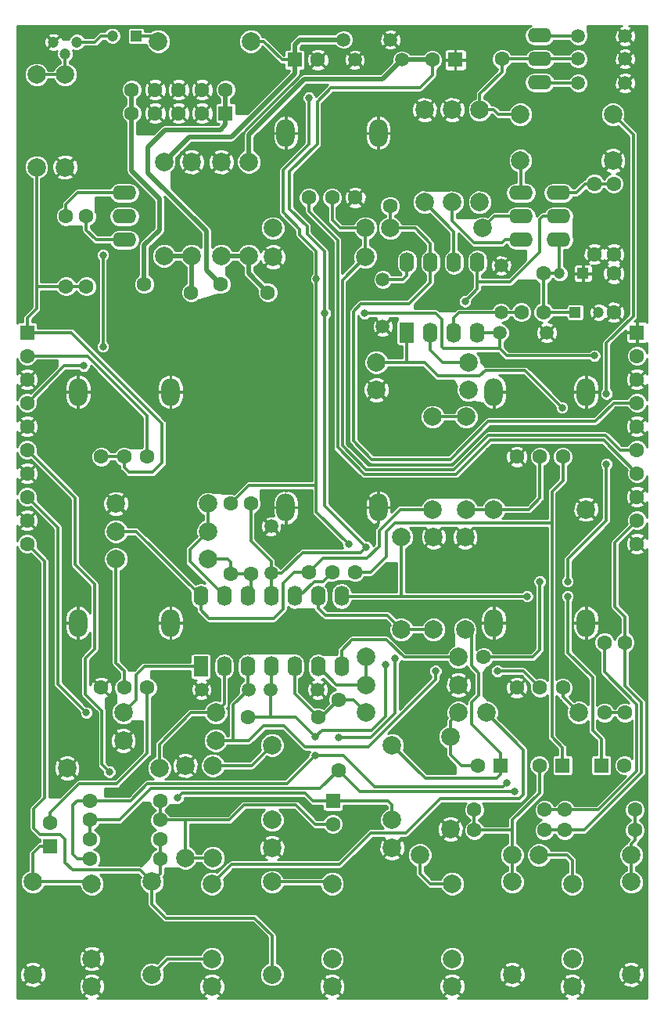
<source format=gtl>
G04 #@! TF.FileFunction,Copper,L1,Top,Signal*
%FSLAX46Y46*%
G04 Gerber Fmt 4.6, Leading zero omitted, Abs format (unit mm)*
G04 Created by KiCad (PCBNEW (2016-08-20 BZR 7083)-product) date Sat Sep 29 14:41:50 2018*
%MOMM*%
%LPD*%
G01*
G04 APERTURE LIST*
%ADD10C,0.100000*%
%ADD11R,1.600000X1.600000*%
%ADD12C,1.600000*%
%ADD13C,1.500000*%
%ADD14R,1.600000X2.200000*%
%ADD15O,1.600000X2.200000*%
%ADD16C,2.000000*%
%ADD17O,2.000000X3.000000*%
%ADD18O,2.600000X1.600000*%
%ADD19C,1.200000*%
%ADD20R,1.200000X1.200000*%
%ADD21C,5.000000*%
%ADD22C,0.800000*%
%ADD23C,0.300000*%
%ADD24C,0.500000*%
%ADD25C,0.250000*%
G04 APERTURE END LIST*
D10*
D11*
X30450000Y101900000D03*
D12*
X32950000Y101900000D03*
D11*
X47850000Y101900000D03*
D12*
X45350000Y101900000D03*
D13*
X35760000Y104100000D03*
X40840000Y104100000D03*
X36960000Y101900000D03*
X42040000Y101900000D03*
X27860000Y33800000D03*
X32940000Y33800000D03*
X27900000Y51440000D03*
X27900000Y46360000D03*
X40000000Y78140000D03*
X40000000Y73060000D03*
X57740000Y72400000D03*
X52660000Y72400000D03*
D14*
X20280000Y36290000D03*
D15*
X22820000Y36290000D03*
X25360000Y36290000D03*
X27900000Y36290000D03*
X30440000Y36290000D03*
X32980000Y36290000D03*
X35520000Y36290000D03*
X35520000Y43910000D03*
X32980000Y43910000D03*
X30440000Y43910000D03*
X27900000Y43910000D03*
X25360000Y43910000D03*
X22820000Y43910000D03*
X20280000Y43910000D03*
D14*
X42590000Y72390000D03*
D15*
X45130000Y72390000D03*
X47670000Y72390000D03*
X50210000Y72390000D03*
X50210000Y80010000D03*
X47670000Y80010000D03*
X45130000Y80010000D03*
X42590000Y80010000D03*
D16*
X16300000Y80720000D03*
X16300000Y90880000D03*
X25500000Y80720000D03*
X25500000Y90880000D03*
D17*
X39500000Y94000000D03*
X29500000Y94000000D03*
D12*
X37000000Y87000000D03*
X34500000Y87000000D03*
X32000000Y87000000D03*
D17*
X17000000Y66000000D03*
X7000000Y66000000D03*
D12*
X14500000Y59000000D03*
X12000000Y59000000D03*
X9500000Y59000000D03*
D17*
X62000000Y66000000D03*
X52000000Y66000000D03*
D12*
X59500000Y59000000D03*
X57000000Y59000000D03*
X54500000Y59000000D03*
D17*
X39500000Y53500000D03*
X29500000Y53500000D03*
D12*
X37000000Y46500000D03*
X34500000Y46500000D03*
X32000000Y46500000D03*
D18*
X12000000Y82460000D03*
X12000000Y87540000D03*
X12000000Y85000000D03*
D19*
X10730000Y104500000D03*
D20*
X13270000Y104500000D03*
D16*
X19300000Y80720000D03*
X19300000Y90880000D03*
X22500000Y90880000D03*
X22500000Y80720000D03*
D12*
X62900000Y88500000D03*
X62900000Y80900000D03*
X65000000Y80900000D03*
X65000000Y88500000D03*
X14150000Y77650000D03*
X19250000Y76750000D03*
X22450000Y77650000D03*
X27550000Y76750000D03*
D19*
X5600000Y102565000D03*
X4330000Y103835000D03*
X6870000Y103835000D03*
D11*
X22980000Y96130000D03*
D12*
X22980000Y98670000D03*
X20440000Y96130000D03*
X20440000Y98670000D03*
X17900000Y96130000D03*
X17900000Y98670000D03*
X15360000Y96130000D03*
X15360000Y98670000D03*
X12820000Y96130000D03*
X12820000Y98670000D03*
D16*
X28000000Y19700000D03*
X28000000Y27800000D03*
X28000000Y16700000D03*
X41000000Y19700000D03*
X41000000Y27800000D03*
X41000000Y16700000D03*
X8500000Y4700000D03*
X8500000Y12800000D03*
X8500000Y1700000D03*
X21500000Y4700000D03*
X21500000Y12800000D03*
X21500000Y1700000D03*
X34500000Y4700000D03*
X34500000Y12800000D03*
X34500000Y1700000D03*
X47500000Y4700000D03*
X47500000Y12800000D03*
X47500000Y1700000D03*
X60500000Y4700000D03*
X60500000Y12800000D03*
X60500000Y1700000D03*
D11*
X34600000Y21750000D03*
D12*
X34600000Y19250000D03*
D11*
X52750000Y25600000D03*
D12*
X50250000Y25600000D03*
D13*
X66240000Y104500000D03*
X61160000Y104500000D03*
X25440000Y33800000D03*
X20360000Y33800000D03*
X61160000Y99400000D03*
X66240000Y99400000D03*
X61160000Y102000000D03*
X66240000Y102000000D03*
X52800000Y74560000D03*
X52800000Y79640000D03*
D11*
X63650000Y25600000D03*
D12*
X66150000Y25600000D03*
D11*
X59450000Y25600000D03*
D12*
X56950000Y25600000D03*
X50900000Y37300000D03*
X52900000Y102000000D03*
X55000000Y74600000D03*
X40800000Y86100000D03*
X57400000Y78800000D03*
X65000000Y78800000D03*
D19*
X59130000Y78800000D03*
D20*
X61670000Y78800000D03*
D12*
X25700000Y46300000D03*
X25700000Y53900000D03*
X23500000Y53900000D03*
X23500000Y46300000D03*
D19*
X63370000Y74600000D03*
D20*
X60830000Y74600000D03*
D12*
X65000000Y74600000D03*
X57400000Y74600000D03*
X15900000Y17600000D03*
X8300000Y17600000D03*
X8300000Y15500000D03*
X15900000Y15500000D03*
X5700000Y85000000D03*
X5700000Y77400000D03*
X7900000Y77400000D03*
X7900000Y85000000D03*
X64000000Y31300000D03*
X64000000Y38900000D03*
X15900000Y19700000D03*
X8300000Y19700000D03*
X66200000Y38900000D03*
X66200000Y31300000D03*
X35200000Y32700000D03*
X35200000Y25100000D03*
X8300000Y21800000D03*
X15900000Y21800000D03*
X25400000Y30800000D03*
X33000000Y30800000D03*
X67300000Y20800000D03*
X59700000Y20800000D03*
X49900000Y20800000D03*
X57500000Y20800000D03*
X59700000Y18600000D03*
X67300000Y18600000D03*
X57500000Y18600000D03*
X49900000Y18600000D03*
D11*
X4000000Y16850000D03*
D12*
X4000000Y19350000D03*
D17*
X17000000Y41000000D03*
X7000000Y41000000D03*
D12*
X14500000Y34000000D03*
X12000000Y34000000D03*
X9500000Y34000000D03*
D17*
X62000000Y41000000D03*
X52000000Y41000000D03*
D12*
X59500000Y34000000D03*
X57000000Y34000000D03*
X54500000Y34000000D03*
D18*
X57000000Y99460000D03*
X57000000Y104540000D03*
X57000000Y102000000D03*
X59032000Y87540000D03*
X54968000Y87540000D03*
X54968000Y82460000D03*
X59032000Y82460000D03*
X59032000Y85000000D03*
X54968000Y85000000D03*
D12*
X1500000Y49570000D03*
X1500000Y52110000D03*
X1500000Y54650000D03*
X1500000Y57190000D03*
X1500000Y59730000D03*
X1500000Y62270000D03*
X1500000Y64810000D03*
X1500000Y67350000D03*
D11*
X1500000Y72430000D03*
D12*
X1500000Y69890000D03*
X67500000Y49570000D03*
X67500000Y52110000D03*
X67500000Y54650000D03*
X67500000Y57190000D03*
X67500000Y59730000D03*
X67500000Y62270000D03*
X67500000Y64810000D03*
X67500000Y67350000D03*
D11*
X67500000Y72430000D03*
D12*
X67500000Y69890000D03*
D21*
X40500000Y62000000D03*
D16*
X2100000Y3000000D03*
X2100000Y13000000D03*
X11100000Y47900000D03*
X21100000Y47900000D03*
X11100000Y53900000D03*
X21100000Y53900000D03*
X21100000Y50900000D03*
X11100000Y50900000D03*
X45400000Y63300000D03*
X45400000Y53300000D03*
X49000000Y53300000D03*
X49000000Y63300000D03*
X62000000Y53300000D03*
X52000000Y53300000D03*
X28000000Y3000000D03*
X28000000Y13000000D03*
X15000000Y13000000D03*
X15000000Y3000000D03*
X2500000Y90300000D03*
X2500000Y100300000D03*
X5600000Y90300000D03*
X5600000Y100300000D03*
X48900000Y50300000D03*
X48900000Y40300000D03*
X15700000Y103900000D03*
X25700000Y103900000D03*
X51200000Y31300000D03*
X61200000Y31300000D03*
X18600000Y25600000D03*
X18600000Y15600000D03*
X47300000Y18700000D03*
X47300000Y28700000D03*
X48200000Y31300000D03*
X38200000Y31300000D03*
X21600000Y15600000D03*
X21600000Y25600000D03*
X48200000Y34300000D03*
X38200000Y34300000D03*
X38200000Y37300000D03*
X48200000Y37300000D03*
X28100000Y83700000D03*
X38100000Y83700000D03*
X28100000Y80600000D03*
X38100000Y80600000D03*
X11900000Y28300000D03*
X21900000Y28300000D03*
X64900000Y96000000D03*
X54900000Y96000000D03*
X5800000Y25300000D03*
X15800000Y25300000D03*
X21900000Y31300000D03*
X11900000Y31300000D03*
X50500000Y96500000D03*
X50500000Y86500000D03*
X45500000Y50300000D03*
X45500000Y40300000D03*
X39300000Y66200000D03*
X49300000Y66200000D03*
X42000000Y40300000D03*
X42000000Y50300000D03*
X49300000Y69200000D03*
X39300000Y69200000D03*
X66900000Y3000000D03*
X66900000Y13000000D03*
X54000000Y3000000D03*
X54000000Y13000000D03*
X64900000Y91000000D03*
X54900000Y91000000D03*
X47500000Y96500000D03*
X47500000Y86500000D03*
X66900000Y15900000D03*
X56900000Y15900000D03*
X54000000Y15900000D03*
X44000000Y15900000D03*
X40800000Y83700000D03*
X50800000Y83700000D03*
X44500000Y96500000D03*
X44500000Y86500000D03*
D22*
X35000000Y58000000D03*
X57100000Y52900000D03*
X51500000Y69500000D03*
X12900000Y36700000D03*
X13000000Y49100000D03*
X37300000Y42800000D03*
X40600000Y42800000D03*
X47300000Y42500000D03*
X25600000Y38400000D03*
X30000000Y41700000D03*
X32000000Y38200000D03*
X37700000Y40500000D03*
X46400000Y38700000D03*
X43100000Y38700000D03*
X42200000Y32900000D03*
X2000000Y47100000D03*
X13100000Y60700000D03*
X32700000Y83700000D03*
X36400000Y81800000D03*
X46300000Y81500000D03*
X44800000Y84400000D03*
X58200000Y97400000D03*
X61600000Y86200000D03*
X56100000Y77200000D03*
X50500000Y75600000D03*
X47200000Y55600000D03*
X61700000Y59500000D03*
X15400000Y35300000D03*
X57200000Y50900000D03*
X49900000Y45300000D03*
X43500000Y45300000D03*
X67500000Y34900000D03*
X66700000Y43100000D03*
X63100000Y48200000D03*
X61400000Y33400000D03*
X57100000Y36100000D03*
X64300000Y33400000D03*
X59200000Y48700000D03*
X40700000Y45300000D03*
X47400000Y25100000D03*
X42100000Y29500000D03*
X57200000Y27500000D03*
X65100000Y29900000D03*
X63200000Y15800000D03*
X65400000Y20400000D03*
X59200000Y31600000D03*
X61900000Y27500000D03*
X58000000Y22400000D03*
X64900000Y23900000D03*
X52600000Y17500000D03*
X52600000Y20400000D03*
X55100000Y18900000D03*
X58600000Y17000000D03*
X64500000Y9100000D03*
X56800000Y10100000D03*
X40900000Y10600000D03*
X17300000Y12100000D03*
X24400000Y10800000D03*
X32300000Y10900000D03*
X29500000Y5300000D03*
X38400000Y20100000D03*
X19800000Y18600000D03*
X18900000Y20900000D03*
X23600000Y21500000D03*
X30600000Y26700000D03*
X10900000Y22700000D03*
X15600000Y29200000D03*
X3500000Y11700000D03*
X11100000Y13300000D03*
X14100000Y21100000D03*
X10000000Y15200000D03*
X26600000Y5000000D03*
X19200000Y7300000D03*
X1500000Y35400000D03*
X1500000Y22100000D03*
X4400000Y33400000D03*
X6600000Y34500000D03*
X6400000Y45900000D03*
X5700000Y52100000D03*
X10000000Y40200000D03*
X8400000Y47400000D03*
X6200000Y57200000D03*
X19600000Y45800000D03*
X18600000Y50600000D03*
X22300000Y55800000D03*
X31300000Y57300000D03*
X8300000Y81700000D03*
X3800000Y78700000D03*
X29900000Y71300000D03*
X23500000Y79200000D03*
X19600000Y71300000D03*
X17200000Y78700000D03*
X10900000Y69800000D03*
X11700000Y80800000D03*
X48800000Y78000000D03*
X44400000Y75600000D03*
X43700000Y77900000D03*
X37000000Y76800000D03*
X40200000Y81300000D03*
X52400000Y87700000D03*
X56900000Y88800000D03*
X17100000Y85700000D03*
X11300000Y91900000D03*
X14400000Y85700000D03*
X22600000Y82900000D03*
X1300000Y75200000D03*
X1400000Y88600000D03*
X8500000Y71700000D03*
X3500000Y73800000D03*
X32900000Y98800000D03*
X52500000Y98200000D03*
X54900000Y103600000D03*
X29100000Y104100000D03*
X24800000Y96700000D03*
X26700000Y102100000D03*
X13900000Y102900000D03*
X7500000Y102000000D03*
X2000000Y96200000D03*
X45700000Y35800000D03*
X52400000Y35800000D03*
X55600000Y43900000D03*
X60000000Y43900000D03*
X59400000Y64300000D03*
X64200000Y65800000D03*
X64200000Y58200000D03*
X57000000Y45500000D03*
X60000000Y45500000D03*
X10400000Y24900000D03*
X17800000Y22100000D03*
X7900000Y31300000D03*
X48900000Y75800000D03*
X9700000Y80800000D03*
X9700000Y70900000D03*
X7600000Y68800000D03*
X40300000Y36500000D03*
X36300000Y49500000D03*
X53400000Y23700000D03*
X32700000Y26700000D03*
X32700000Y28700000D03*
X32800000Y78200000D03*
X32000000Y97800000D03*
X41300000Y37200000D03*
X35200000Y28600000D03*
X38200000Y49200000D03*
X54300000Y22800000D03*
X62900000Y69900000D03*
X38000000Y74500000D03*
X33700000Y74500000D03*
D23*
X62000000Y66000000D02*
X59900000Y66000000D01*
X51800000Y69200000D02*
X51500000Y69500000D01*
X56700000Y69200000D02*
X51800000Y69200000D01*
X59900000Y66000000D02*
X56700000Y69200000D01*
X39500000Y53500000D02*
X39500000Y51800000D01*
X39500000Y51800000D02*
X38800000Y51100000D01*
X17000000Y41000000D02*
X14400000Y41000000D01*
X12900000Y39500000D02*
X12900000Y36700000D01*
X14400000Y41000000D02*
X12900000Y39500000D01*
X47000000Y42800000D02*
X40600000Y42800000D01*
X47300000Y42500000D02*
X47000000Y42800000D01*
X37300000Y42800000D02*
X40600000Y42800000D01*
X26700000Y38400000D02*
X25600000Y38400000D01*
X30000000Y41700000D02*
X26700000Y38400000D01*
X34300000Y40500000D02*
X32000000Y38200000D01*
X37700000Y40500000D02*
X34300000Y40500000D01*
X46400000Y38700000D02*
X43100000Y38700000D01*
X34599996Y58400004D02*
X34599996Y81800004D01*
X34599996Y81800004D02*
X32700000Y83700000D01*
X39500000Y53500000D02*
X35000000Y58000000D01*
X35000000Y58000000D02*
X34599996Y58400004D01*
X39500000Y94000000D02*
X39500000Y90700000D01*
X44200000Y84400000D02*
X44800000Y84400000D01*
X42700000Y85900000D02*
X44200000Y84400000D01*
X42700000Y87500000D02*
X42700000Y85900000D01*
X39500000Y90700000D02*
X42700000Y87500000D01*
X62900000Y80900000D02*
X61600000Y82200000D01*
X61600000Y82200000D02*
X61600000Y86200000D01*
X54500000Y59000000D02*
X51100000Y55600000D01*
X51100000Y55600000D02*
X47200000Y55600000D01*
X62000000Y53300000D02*
X63100000Y54400000D01*
X63100000Y58100000D02*
X61700000Y59500000D01*
X63100000Y54400000D02*
X63100000Y58100000D01*
X57200000Y50900000D02*
X51600000Y45300000D01*
X51600000Y45300000D02*
X49900000Y45300000D01*
X67500000Y34900000D02*
X67500000Y42300000D01*
X67500000Y42300000D02*
X66700000Y43100000D01*
X48200000Y34300000D02*
X43400000Y29500000D01*
X43400000Y29500000D02*
X42100000Y29500000D01*
X57200000Y31300000D02*
X54500000Y34000000D01*
X57200000Y27500000D02*
X57200000Y31300000D01*
X63200000Y15800000D02*
X63200000Y18200000D01*
X63200000Y18200000D02*
X65400000Y20400000D01*
X59200000Y30200000D02*
X59200000Y31600000D01*
X61900000Y27500000D02*
X59200000Y30200000D01*
X63400000Y22400000D02*
X58000000Y22400000D01*
X64900000Y23900000D02*
X63400000Y22400000D01*
X49400000Y16600000D02*
X51700000Y16600000D01*
X51700000Y16600000D02*
X52600000Y17500000D01*
X47300000Y18700000D02*
X49400000Y16600000D01*
X64500000Y5400000D02*
X64500000Y9100000D01*
X66900000Y3000000D02*
X64500000Y5400000D01*
X47500000Y1700000D02*
X40900000Y8300000D01*
X40900000Y8300000D02*
X40900000Y10600000D01*
X34500000Y1700000D02*
X30900000Y5300000D01*
X24500000Y10900000D02*
X24400000Y10800000D01*
X32300000Y10900000D02*
X24500000Y10900000D01*
X30900000Y5300000D02*
X29500000Y5300000D01*
X28000000Y16700000D02*
X26200000Y18500000D01*
X19900000Y18500000D02*
X19800000Y18600000D01*
X26200000Y18500000D02*
X19900000Y18500000D01*
X18900000Y20900000D02*
X23000000Y20900000D01*
X23000000Y20900000D02*
X23600000Y21500000D01*
X3500000Y11700000D02*
X5000000Y10200000D01*
X5000000Y10200000D02*
X9300000Y10200000D01*
X9300000Y10200000D02*
X11100000Y12000000D01*
X11100000Y12000000D02*
X11100000Y13300000D01*
X10000000Y17000000D02*
X14100000Y21100000D01*
X10000000Y15200000D02*
X10000000Y17000000D01*
X24300000Y7300000D02*
X26600000Y5000000D01*
X19200000Y7300000D02*
X24300000Y7300000D01*
X1500000Y22100000D02*
X1500000Y35400000D01*
X7000000Y41000000D02*
X7000000Y34900000D01*
X4400000Y26700000D02*
X5800000Y25300000D01*
X4400000Y33400000D02*
X4400000Y26700000D01*
X7000000Y34900000D02*
X6600000Y34500000D01*
X5700000Y46600000D02*
X6400000Y45900000D01*
X5700000Y52100000D02*
X5700000Y46600000D01*
X10000000Y45800000D02*
X10000000Y40200000D01*
X8400000Y47400000D02*
X10000000Y45800000D01*
X11100000Y53900000D02*
X7800000Y57200000D01*
X7800000Y57200000D02*
X6200000Y57200000D01*
X18300000Y47100000D02*
X19600000Y45800000D01*
X18300000Y50300000D02*
X18300000Y47100000D01*
X18600000Y50600000D02*
X18300000Y50300000D01*
X23800000Y57300000D02*
X22300000Y55800000D01*
X31300000Y57300000D02*
X23800000Y57300000D01*
X6800000Y81700000D02*
X8300000Y81700000D01*
X3800000Y78700000D02*
X6800000Y81700000D01*
X25000000Y76200000D02*
X29900000Y71300000D01*
X25000000Y77700000D02*
X25000000Y76200000D01*
X23500000Y79200000D02*
X25000000Y77700000D01*
X17200000Y73700000D02*
X19600000Y71300000D01*
X17200000Y78700000D02*
X17200000Y73700000D01*
X11700000Y70600000D02*
X10900000Y69800000D01*
X11700000Y80800000D02*
X11700000Y70600000D01*
X37000000Y76800000D02*
X37000000Y77300000D01*
X48800000Y78000000D02*
X46400000Y75600000D01*
X46400000Y75600000D02*
X44400000Y75600000D01*
X43700000Y77900000D02*
X42600000Y76800000D01*
X42600000Y76800000D02*
X37000000Y76800000D01*
X40200000Y80500000D02*
X40200000Y81300000D01*
X37000000Y77300000D02*
X40200000Y80500000D01*
X64900000Y91000000D02*
X63900000Y90000000D01*
X58100000Y90000000D02*
X56900000Y88800000D01*
X63900000Y90000000D02*
X58100000Y90000000D01*
X7200000Y91900000D02*
X11300000Y91900000D01*
X5600000Y90300000D02*
X7200000Y91900000D01*
X6400000Y73800000D02*
X8500000Y71700000D01*
X3500000Y73800000D02*
X6400000Y73800000D01*
X40840000Y104100000D02*
X41740000Y105000000D01*
X53500000Y105000000D02*
X54900000Y103600000D01*
X41740000Y105000000D02*
X53500000Y105000000D01*
X14700000Y102100000D02*
X26700000Y102100000D01*
X13900000Y102900000D02*
X14700000Y102100000D01*
X7500000Y96700000D02*
X7500000Y102000000D01*
X7000000Y96200000D02*
X7500000Y96700000D01*
X2000000Y96200000D02*
X7000000Y96200000D01*
X48900000Y50300000D02*
X49800000Y51200000D01*
X49800000Y51200000D02*
X50400000Y51200000D01*
X48900000Y50300000D02*
X48000000Y51200000D01*
X48000000Y51200000D02*
X47500000Y51200000D01*
X45500000Y50300000D02*
X46400000Y51200000D01*
X46400000Y51200000D02*
X46800000Y51200000D01*
X45500000Y50300000D02*
X44600000Y51200000D01*
X44600000Y51200000D02*
X43900000Y51200000D01*
D24*
X19300000Y80720000D02*
X19300000Y76800000D01*
X19300000Y80720000D02*
X16300000Y80720000D01*
X25500000Y80720000D02*
X25500000Y78800000D01*
X25500000Y78800000D02*
X27550000Y76750000D01*
X22300000Y80720000D02*
X25300000Y80720000D01*
X14150000Y77650000D02*
X14150000Y81850000D01*
X12820000Y89880000D02*
X12820000Y96130000D01*
X15800000Y86900000D02*
X12820000Y89880000D01*
X15800000Y83500000D02*
X15800000Y86900000D01*
X14150000Y81850000D02*
X15800000Y83500000D01*
X12820000Y98670000D02*
X12820000Y96130000D01*
X22450000Y77650000D02*
X20900000Y79200000D01*
X22980000Y96130000D02*
X22980000Y94880000D01*
X20900000Y83400000D02*
X20900000Y79200000D01*
X14600000Y89700000D02*
X20900000Y83400000D01*
X14600000Y92500000D02*
X14600000Y89700000D01*
X16400000Y94300000D02*
X14600000Y92500000D01*
X22400000Y94300000D02*
X16400000Y94300000D01*
X22980000Y94880000D02*
X22400000Y94300000D01*
X22980000Y98670000D02*
X22980000Y96130000D01*
D23*
X6870000Y103835000D02*
X8835000Y103835000D01*
X9500000Y104500000D02*
X10730000Y104500000D01*
X8835000Y103835000D02*
X9500000Y104500000D01*
X4000000Y16850000D02*
X2850000Y16850000D01*
X2100000Y16100000D02*
X2100000Y13000000D01*
X2850000Y16850000D02*
X2100000Y16100000D01*
X2100000Y13000000D02*
X8300000Y13000000D01*
X4000000Y19350000D02*
X4000000Y20500000D01*
X14500000Y26900000D02*
X14500000Y34000000D01*
X11200000Y23600000D02*
X14500000Y26900000D01*
X7100000Y23600000D02*
X11200000Y23600000D01*
X4000000Y20500000D02*
X7100000Y23600000D01*
X18600000Y15600000D02*
X18600000Y19700000D01*
X15900000Y19700000D02*
X18600000Y19700000D01*
X18600000Y19700000D02*
X23400000Y19700000D01*
X23400000Y19700000D02*
X25000000Y21300000D01*
X25000000Y21300000D02*
X30600000Y21300000D01*
X30600000Y21300000D02*
X32650000Y19250000D01*
X32650000Y19250000D02*
X34600000Y19250000D01*
X15900000Y21800000D02*
X15900000Y19700000D01*
X18600000Y15600000D02*
X21600000Y15600000D01*
X49600000Y32400000D02*
X50400000Y33200000D01*
X50400000Y35600000D02*
X49600000Y36400000D01*
X50400000Y33200000D02*
X50400000Y35600000D01*
X48900000Y40300000D02*
X49600000Y39600000D01*
X49600000Y39600000D02*
X49600000Y36400000D01*
X49600000Y32400000D02*
X49600000Y30100000D01*
X49600000Y30100000D02*
X52750000Y26950000D01*
X52750000Y26950000D02*
X52750000Y25600000D01*
X52750000Y25600000D02*
X52750000Y24650000D01*
X44600000Y24200000D02*
X41000000Y27800000D01*
X52300000Y24200000D02*
X44600000Y24200000D01*
X52750000Y24650000D02*
X52300000Y24200000D01*
X47300000Y28700000D02*
X47300000Y30400000D01*
X47300000Y30400000D02*
X48200000Y31300000D01*
X50250000Y25600000D02*
X48500000Y25600000D01*
X47300000Y26800000D02*
X47300000Y28700000D01*
X48500000Y25600000D02*
X47300000Y26800000D01*
X61160000Y104500000D02*
X57040000Y104500000D01*
X45700000Y34900000D02*
X38400000Y27600000D01*
X45700000Y35800000D02*
X45700000Y34900000D01*
X23800000Y28300000D02*
X23800000Y32160000D01*
X23800000Y32160000D02*
X25440000Y33800000D01*
X21900000Y28300000D02*
X23800000Y28300000D01*
X23800000Y28300000D02*
X25500000Y28300000D01*
X55200000Y35800000D02*
X57000000Y34000000D01*
X52400000Y35800000D02*
X55200000Y35800000D01*
X31600000Y27600000D02*
X38400000Y27600000D01*
X29300000Y29900000D02*
X31600000Y27600000D01*
X27100000Y29900000D02*
X29300000Y29900000D01*
X25500000Y28300000D02*
X27100000Y29900000D01*
X25360000Y36290000D02*
X25360000Y33880000D01*
X61160000Y99400000D02*
X57060000Y99400000D01*
X52900000Y102000000D02*
X52900000Y100600000D01*
X50500000Y98200000D02*
X50500000Y96500000D01*
X52900000Y100600000D02*
X50500000Y98200000D01*
X57000000Y102000000D02*
X61160000Y102000000D01*
X57000000Y102000000D02*
X52900000Y102000000D01*
X50500000Y96500000D02*
X52000000Y96500000D01*
X52000000Y96500000D02*
X52500000Y96000000D01*
X52500000Y96000000D02*
X54900000Y96000000D01*
X52800000Y74560000D02*
X48260000Y74560000D01*
X47670000Y73970000D02*
X47670000Y72390000D01*
X48260000Y74560000D02*
X47670000Y73970000D01*
X52800000Y74560000D02*
X54960000Y74560000D01*
X42000000Y50300000D02*
X42000000Y43900000D01*
X63650000Y25600000D02*
X63650000Y28450000D01*
X55600000Y43900000D02*
X42000000Y43900000D01*
X42000000Y43900000D02*
X35530000Y43900000D01*
X60000000Y37800000D02*
X60000000Y43900000D01*
X62700000Y35100000D02*
X60000000Y37800000D01*
X62700000Y29400000D02*
X62700000Y35100000D01*
X63650000Y28450000D02*
X62700000Y29400000D01*
X67300000Y18600000D02*
X67300000Y20800000D01*
X66900000Y15900000D02*
X66900000Y17100000D01*
X67300000Y17500000D02*
X67300000Y18600000D01*
X66900000Y17100000D02*
X67300000Y17500000D01*
X66900000Y13000000D02*
X66900000Y15900000D01*
X37000000Y46500000D02*
X38700000Y46500000D01*
X40400000Y48200000D02*
X40400000Y50900000D01*
X38700000Y46500000D02*
X40400000Y48200000D01*
X55400000Y68300000D02*
X59400000Y64300000D01*
X55400000Y68300000D02*
X51100000Y68300000D01*
X51100000Y68300000D02*
X50500000Y67700000D01*
X50500000Y67700000D02*
X46000000Y67700000D01*
X46000000Y67700000D02*
X44500000Y69200000D01*
X42590000Y69200000D02*
X44500000Y69200000D01*
X42590000Y72390000D02*
X42590000Y69200000D01*
X42590000Y69200000D02*
X39300000Y69200000D01*
X41300000Y51800000D02*
X58300000Y51800000D01*
X40400000Y50900000D02*
X41300000Y51800000D01*
X59450000Y25600000D02*
X59450000Y27550000D01*
X59500000Y56400000D02*
X59500000Y59000000D01*
X58300000Y55200000D02*
X59500000Y56400000D01*
X58300000Y28700000D02*
X58300000Y51800000D01*
X58300000Y51800000D02*
X58300000Y55200000D01*
X59450000Y27550000D02*
X58300000Y28700000D01*
X49900000Y18600000D02*
X54000000Y18600000D01*
X54000000Y15900000D02*
X54000000Y18600000D01*
X54000000Y18600000D02*
X54000000Y19700000D01*
X56950000Y25600000D02*
X56950000Y22650000D01*
X54000000Y19700000D02*
X56950000Y22650000D01*
X49900000Y20800000D02*
X49900000Y18600000D01*
X54000000Y13000000D02*
X54000000Y15900000D01*
X15800000Y25300000D02*
X15800000Y27900000D01*
X19200000Y31300000D02*
X21900000Y31300000D01*
X15800000Y27900000D02*
X19200000Y31300000D01*
X22820000Y36290000D02*
X22820000Y32220000D01*
X22820000Y32220000D02*
X21900000Y31300000D01*
X32980000Y36290000D02*
X34970000Y34300000D01*
X34970000Y34300000D02*
X38200000Y34300000D01*
X38200000Y34300000D02*
X38200000Y37300000D01*
X32980000Y43910000D02*
X32980000Y42620000D01*
X40500000Y41800000D02*
X42000000Y40300000D01*
X33800000Y41800000D02*
X40500000Y41800000D01*
X32980000Y42620000D02*
X33800000Y41800000D01*
X45500000Y40300000D02*
X42000000Y40300000D01*
X21100000Y53900000D02*
X21100000Y50900000D01*
X21100000Y50900000D02*
X19100000Y48900000D01*
X19100000Y47630000D02*
X22820000Y43910000D01*
X19100000Y48900000D02*
X19100000Y47630000D01*
X45130000Y72390000D02*
X45130000Y70530000D01*
X46460000Y69200000D02*
X49300000Y69200000D01*
X45130000Y70530000D02*
X46460000Y69200000D01*
X44500000Y86500000D02*
X47670000Y83330000D01*
X47670000Y83330000D02*
X47670000Y80010000D01*
X50800000Y83700000D02*
X52100000Y85000000D01*
X52100000Y85000000D02*
X54968000Y85000000D01*
X52000000Y53300000D02*
X49000000Y53300000D01*
X57000000Y59000000D02*
X57000000Y54500000D01*
X55800000Y53300000D02*
X52000000Y53300000D01*
X57000000Y54500000D02*
X55800000Y53300000D01*
X11100000Y47900000D02*
X11100000Y36700000D01*
X12000000Y35800000D02*
X12000000Y34000000D01*
X11100000Y36700000D02*
X12000000Y35800000D01*
X64000000Y31300000D02*
X66200000Y31300000D01*
X59500000Y34000000D02*
X59500000Y33000000D01*
X59500000Y33000000D02*
X61200000Y31300000D01*
X28000000Y13000000D02*
X34300000Y13000000D01*
X21500000Y4700000D02*
X16700000Y4700000D01*
X16700000Y4700000D02*
X15000000Y3000000D01*
X5600000Y100300000D02*
X5600000Y102565000D01*
X2500000Y100300000D02*
X5600000Y100300000D01*
X13270000Y104500000D02*
X15100000Y104500000D01*
X15100000Y104500000D02*
X15700000Y103900000D01*
X51200000Y31300000D02*
X55200000Y27300000D01*
X23600000Y14900000D02*
X21500000Y12800000D01*
X35300000Y14900000D02*
X23600000Y14900000D01*
X38700000Y18300000D02*
X35300000Y14900000D01*
X42500000Y18300000D02*
X38700000Y18300000D01*
X46200000Y22000000D02*
X42500000Y18300000D01*
X54800000Y22000000D02*
X46200000Y22000000D01*
X55200000Y22400000D02*
X54800000Y22000000D01*
X55200000Y27300000D02*
X55200000Y22400000D01*
X21600000Y25600000D02*
X25800000Y25600000D01*
X25800000Y25600000D02*
X28000000Y27800000D01*
X54968000Y87540000D02*
X54968000Y90932000D01*
X47500000Y86500000D02*
X47500000Y84500000D01*
X53260000Y82460000D02*
X54968000Y82460000D01*
X52900000Y82100000D02*
X53260000Y82460000D01*
X49900000Y82100000D02*
X52900000Y82100000D01*
X47500000Y84500000D02*
X49900000Y82100000D01*
X60500000Y12800000D02*
X60500000Y15300000D01*
X59900000Y15900000D02*
X56900000Y15900000D01*
X60500000Y15300000D02*
X59900000Y15900000D01*
X47500000Y12800000D02*
X45100000Y12800000D01*
X44000000Y13900000D02*
X44000000Y15900000D01*
X45100000Y12800000D02*
X44000000Y13900000D01*
X7900000Y85000000D02*
X7900000Y83500000D01*
X8940000Y82460000D02*
X12000000Y82460000D01*
X7900000Y83500000D02*
X8940000Y82460000D01*
X5700000Y85000000D02*
X5700000Y86300000D01*
X6940000Y87540000D02*
X12000000Y87540000D01*
X5700000Y86300000D02*
X6940000Y87540000D01*
X59130000Y78800000D02*
X59130000Y82362000D01*
X60830000Y74600000D02*
X57400000Y74600000D01*
X57400000Y78800000D02*
X59130000Y78800000D01*
X57400000Y74600000D02*
X57400000Y78800000D01*
X62900000Y88500000D02*
X61900000Y88500000D01*
X60940000Y87540000D02*
X59032000Y87540000D01*
X61900000Y88500000D02*
X60940000Y87540000D01*
X65000000Y88500000D02*
X62900000Y88500000D01*
X30440000Y36290000D02*
X30440000Y33360000D01*
X30440000Y33360000D02*
X33000000Y30800000D01*
X35200000Y32700000D02*
X33300000Y30800000D01*
X33300000Y30800000D02*
X33000000Y30800000D01*
X38200000Y31300000D02*
X36800000Y32700000D01*
X36800000Y32700000D02*
X35200000Y32700000D01*
X60000000Y45500000D02*
X60000000Y47900000D01*
X60000000Y47900000D02*
X64200000Y52100000D01*
X64200000Y71300000D02*
X64200000Y65800000D01*
X64200000Y58200000D02*
X64200000Y52100000D01*
X64900000Y96000000D02*
X67100000Y93800000D01*
X67100000Y74200000D02*
X67100000Y93800000D01*
X64200000Y71300000D02*
X67100000Y74200000D01*
X56200000Y37300000D02*
X57000000Y38100000D01*
X57000000Y38100000D02*
X57000000Y45500000D01*
X56200000Y37300000D02*
X50900000Y37300000D01*
X35520000Y36290000D02*
X35520000Y38020000D01*
X42300000Y37300000D02*
X48200000Y37300000D01*
X40400000Y39200000D02*
X42300000Y37300000D01*
X36700000Y39200000D02*
X40400000Y39200000D01*
X35520000Y38020000D02*
X36700000Y39200000D01*
X21100000Y47900000D02*
X23200000Y47900000D01*
X23500000Y47600000D02*
X23500000Y46300000D01*
X23200000Y47900000D02*
X23500000Y47600000D01*
X25700000Y46300000D02*
X25700000Y44250000D01*
X25700000Y44250000D02*
X25360000Y43910000D01*
X25700000Y46300000D02*
X23500000Y46300000D01*
X9600000Y25700000D02*
X9600000Y31500000D01*
X10400000Y24900000D02*
X9600000Y25700000D01*
X34600000Y21750000D02*
X32450000Y21750000D01*
X18299998Y22599998D02*
X17800000Y22100000D01*
X31600002Y22599998D02*
X18299998Y22599998D01*
X32450000Y21750000D02*
X31600002Y22599998D01*
X6700000Y54530000D02*
X1500000Y59730000D01*
X6700000Y47300000D02*
X6700000Y54530000D01*
X8800000Y45200000D02*
X6700000Y47300000D01*
X8800000Y38200000D02*
X8800000Y45200000D01*
X7800000Y37200000D02*
X8800000Y38200000D01*
X7800000Y33300000D02*
X7800000Y37200000D01*
X9600000Y31500000D02*
X7800000Y33300000D01*
X41000000Y19700000D02*
X41000000Y21300000D01*
X40550000Y21750000D02*
X34600000Y21750000D01*
X41000000Y21300000D02*
X40550000Y21750000D01*
X4800000Y34400000D02*
X4800000Y51350000D01*
X7900000Y31300000D02*
X4800000Y34400000D01*
X4800000Y51350000D02*
X1500000Y54650000D01*
X20280000Y36290000D02*
X14190000Y36290000D01*
X13300000Y32700000D02*
X11900000Y31300000D01*
X13300000Y35400000D02*
X13300000Y32700000D01*
X14190000Y36290000D02*
X13300000Y35400000D01*
X50210000Y77900000D02*
X53800000Y77900000D01*
X57000000Y81100000D02*
X53800000Y77900000D01*
X57000000Y84700000D02*
X57000000Y81100000D01*
X57300000Y85000000D02*
X57000000Y84700000D01*
X57300000Y85000000D02*
X59032000Y85000000D01*
X50210000Y77110000D02*
X50210000Y77900000D01*
X50210000Y77900000D02*
X50210000Y80010000D01*
X48900000Y75800000D02*
X50210000Y77110000D01*
X45400000Y63300000D02*
X49000000Y63300000D01*
X67500000Y64810000D02*
X65010000Y64810000D01*
X45130000Y77830000D02*
X45130000Y80010000D01*
X42800000Y75500000D02*
X45130000Y77830000D01*
X37600000Y75500000D02*
X42800000Y75500000D01*
X36800000Y74700000D02*
X37600000Y75500000D01*
X36800000Y60700000D02*
X36800000Y74700000D01*
X38800000Y58700000D02*
X36800000Y60700000D01*
X47300000Y58700000D02*
X38800000Y58700000D01*
X51400000Y62800000D02*
X47300000Y58700000D01*
X63000000Y62800000D02*
X51400000Y62800000D01*
X65010000Y64810000D02*
X63000000Y62800000D01*
X40800000Y86100000D02*
X40800000Y83700000D01*
X45130000Y80010000D02*
X45130000Y82070000D01*
X43500000Y83700000D02*
X40800000Y83700000D01*
X45130000Y82070000D02*
X43500000Y83700000D01*
X67500000Y59730000D02*
X65667110Y59730000D01*
X51400002Y61300002D02*
X47700000Y57600000D01*
X64097108Y61300002D02*
X51400002Y61300002D01*
X65667110Y59730000D02*
X64097108Y61300002D01*
X47700000Y57600000D02*
X38200000Y57600000D01*
X34500000Y87000000D02*
X34500000Y84600000D01*
X35400000Y83700000D02*
X38100000Y83700000D01*
X34500000Y84600000D02*
X35400000Y83700000D01*
X38100000Y80600000D02*
X38100000Y83700000D01*
X35600000Y78100000D02*
X38100000Y80600000D01*
X35600000Y60200000D02*
X35600000Y78100000D01*
X38200000Y57600000D02*
X35600000Y60200000D01*
X47700000Y57600000D02*
X38200000Y57600000D01*
X1500000Y69890000D02*
X8010000Y69890000D01*
X14500000Y63400000D02*
X14500000Y59000000D01*
X8010000Y69890000D02*
X14500000Y63400000D01*
X12000000Y59000000D02*
X12000000Y57800000D01*
X6270000Y72430000D02*
X1500000Y72430000D01*
X16100000Y62600000D02*
X6270000Y72430000D01*
X16100000Y58300000D02*
X16100000Y62600000D01*
X15100000Y57300000D02*
X16100000Y58300000D01*
X12500000Y57300000D02*
X15100000Y57300000D01*
X12000000Y57800000D02*
X12500000Y57300000D01*
X9500000Y59000000D02*
X12000000Y59000000D01*
X5700000Y77400000D02*
X2500000Y77400000D01*
X7900000Y77400000D02*
X5700000Y77400000D01*
X2500000Y90300000D02*
X2500000Y77400000D01*
X2500000Y77400000D02*
X2500000Y75000000D01*
X1500000Y74000000D02*
X1500000Y72430000D01*
X2500000Y75000000D02*
X1500000Y74000000D01*
X1500000Y49570000D02*
X3400000Y47670000D01*
X13700000Y14300000D02*
X15000000Y13000000D01*
X6400000Y14300000D02*
X13700000Y14300000D01*
X5600000Y15100000D02*
X6400000Y14300000D01*
X5600000Y17600000D02*
X5600000Y15100000D01*
X5100000Y18100000D02*
X5600000Y17600000D01*
X2900000Y18100000D02*
X5100000Y18100000D01*
X2200000Y18800000D02*
X2900000Y18100000D01*
X2200000Y20900000D02*
X2200000Y18800000D01*
X3400000Y22100000D02*
X2200000Y20900000D01*
X3400000Y47670000D02*
X3400000Y22100000D01*
X15900000Y17600000D02*
X15900000Y15500000D01*
X15900000Y15500000D02*
X15900000Y13900000D01*
X15900000Y13900000D02*
X15000000Y13000000D01*
X28000000Y3000000D02*
X28000000Y7200000D01*
X15000000Y10600000D02*
X15000000Y13000000D01*
X16500000Y9100000D02*
X15000000Y10600000D01*
X26100000Y9100000D02*
X16500000Y9100000D01*
X28000000Y7200000D02*
X26100000Y9100000D01*
X1500000Y64810000D02*
X5490000Y68800000D01*
X9700000Y70900000D02*
X9700000Y80800000D01*
X5490000Y68800000D02*
X7600000Y68800000D01*
X23500000Y53900000D02*
X25500000Y55900000D01*
X25500000Y55900000D02*
X32800000Y55900000D01*
X36300000Y49500000D02*
X32800000Y53000000D01*
X33400000Y29400000D02*
X38785780Y29400000D01*
X38785780Y29400000D02*
X40300000Y30914220D01*
X40300000Y30914220D02*
X40300000Y36500000D01*
X32700000Y28700000D02*
X33400000Y29400000D01*
X32800000Y53000000D02*
X32800000Y55900000D01*
X32800000Y55900000D02*
X32800000Y78200000D01*
X35700000Y26700000D02*
X32700000Y26700000D01*
X39099998Y23300002D02*
X35700000Y26700000D01*
X53000002Y23300002D02*
X39099998Y23300002D01*
X53400000Y23700000D02*
X53000002Y23300002D01*
X27860000Y33800000D02*
X27860000Y30800000D01*
X8300000Y21800000D02*
X12700000Y21800000D01*
X12700000Y21800000D02*
X14500002Y23600002D01*
X14500002Y23600002D02*
X29600002Y23600002D01*
X29600002Y23600002D02*
X32700000Y26700000D01*
X32700000Y28700000D02*
X30600000Y30800000D01*
X30600000Y30800000D02*
X27860000Y30800000D01*
X27860000Y30800000D02*
X25400000Y30800000D01*
X32800000Y78200000D02*
X32800000Y81200000D01*
X32800000Y81200000D02*
X31000000Y83000000D01*
X31000000Y83000000D02*
X31000000Y83600000D01*
X31000000Y83600000D02*
X29200000Y85400000D01*
X29200000Y90000000D02*
X29200000Y85400000D01*
X32000000Y92800000D02*
X29200000Y90000000D01*
X32000000Y97800000D02*
X32000000Y92800000D01*
X66200000Y38900000D02*
X66200000Y34207110D01*
X61807110Y18600000D02*
X59700000Y18600000D01*
X68000002Y24792892D02*
X61807110Y18600000D01*
X68000002Y32407108D02*
X68000002Y24792892D01*
X66200000Y34207110D02*
X68000002Y32407108D01*
X67500000Y52110000D02*
X65100000Y49710000D01*
X66200000Y41700000D02*
X66200000Y38900000D01*
X65100000Y42800000D02*
X66200000Y41700000D01*
X65100000Y49710000D02*
X65100000Y42800000D01*
D24*
X16300000Y90880000D02*
X19019998Y93599998D01*
X30450000Y100450000D02*
X30450000Y101900000D01*
X23599998Y93599998D02*
X30450000Y100450000D01*
X19019998Y93599998D02*
X23599998Y93599998D01*
X35760000Y104100000D02*
X31000000Y104100000D01*
X30450000Y103550000D02*
X30450000Y101900000D01*
X31000000Y104100000D02*
X30450000Y103550000D01*
D23*
X25700000Y103900000D02*
X27100000Y103900000D01*
X29100000Y101900000D02*
X30450000Y101900000D01*
X27100000Y103900000D02*
X29100000Y101900000D01*
X42590000Y80010000D02*
X42590000Y78590000D01*
X42140000Y78140000D02*
X40000000Y78140000D01*
X42590000Y78590000D02*
X42140000Y78140000D01*
X8300000Y21800000D02*
X6900000Y21800000D01*
X6900000Y15500000D02*
X8300000Y15500000D01*
X6400000Y16000000D02*
X6900000Y15500000D01*
X6400000Y21300000D02*
X6400000Y16000000D01*
X6900000Y21800000D02*
X6400000Y21300000D01*
X27860000Y33800000D02*
X27900000Y33840000D01*
X27900000Y33840000D02*
X27900000Y36290000D01*
X57500000Y18600000D02*
X59700000Y18600000D01*
X27900000Y46360000D02*
X29060000Y46360000D01*
X37600000Y48600000D02*
X38200000Y49200000D01*
X31300000Y48600000D02*
X37600000Y48600000D01*
X29060000Y46360000D02*
X31300000Y48600000D01*
X38200000Y49200000D02*
X33700000Y53700000D01*
X33700000Y53700000D02*
X33700000Y74500000D01*
X41300000Y31207110D02*
X41300000Y37200000D01*
X38692890Y28600000D02*
X41300000Y31207110D01*
X35200000Y28600000D02*
X38692890Y28600000D01*
X37500000Y22800000D02*
X35200000Y25100000D01*
X54300000Y22800000D02*
X37500000Y22800000D01*
X8300000Y19700000D02*
X11500000Y19700000D01*
X11500000Y19700000D02*
X14900000Y23100000D01*
X14900000Y23100000D02*
X33200000Y23100000D01*
X33200000Y23100000D02*
X35200000Y25100000D01*
X67500000Y32200000D02*
X67500000Y25000000D01*
X64000000Y35700000D02*
X67500000Y32200000D01*
X64000000Y38900000D02*
X64000000Y35700000D01*
X63300000Y20800000D02*
X59700000Y20800000D01*
X67500000Y25000000D02*
X63300000Y20800000D01*
X52660000Y70700000D02*
X53460000Y69900000D01*
X53460000Y69900000D02*
X62900000Y69900000D01*
X52660000Y72400000D02*
X52660000Y70700000D01*
X52660000Y70700000D02*
X46600000Y70700000D01*
X38000000Y74500000D02*
X45700000Y74500000D01*
X46400000Y70900000D02*
X46600000Y70700000D01*
X46400000Y73800000D02*
X46400000Y70900000D01*
X45700000Y74500000D02*
X46400000Y73800000D01*
X31800000Y83900000D02*
X31800000Y83100000D01*
X29900000Y85800000D02*
X31800000Y83900000D01*
X45350000Y100250000D02*
X44000000Y98900000D01*
X44000000Y98900000D02*
X34400000Y98900000D01*
X34400000Y98900000D02*
X32900000Y97400000D01*
X32900000Y97400000D02*
X32900000Y92800000D01*
X32900000Y92800000D02*
X29900000Y89800000D01*
X29900000Y89800000D02*
X29900000Y85800000D01*
X45350000Y100250000D02*
X45350000Y101900000D01*
X33700000Y81200000D02*
X33700000Y74500000D01*
X31800000Y83100000D02*
X33700000Y81200000D01*
X27900000Y46360000D02*
X27900000Y47700000D01*
X25700000Y49900000D02*
X25700000Y53900000D01*
X27900000Y47700000D02*
X25700000Y49900000D01*
D24*
X25500000Y90880000D02*
X25500000Y93800000D01*
X39940000Y99800000D02*
X42040000Y101900000D01*
X31500000Y99800000D02*
X39940000Y99800000D01*
X25500000Y93800000D02*
X31500000Y99800000D01*
X42040000Y101900000D02*
X45350000Y101900000D01*
D23*
X50210000Y72390000D02*
X52650000Y72390000D01*
X8300000Y17600000D02*
X8300000Y19700000D01*
X27900000Y46360000D02*
X27900000Y43910000D01*
X57500000Y20800000D02*
X59700000Y20800000D01*
X32000000Y87000000D02*
X32000000Y85500000D01*
X32000000Y85500000D02*
X35099998Y82400002D01*
X35099998Y82400002D02*
X35099998Y59992892D01*
X35099998Y59992892D02*
X37992892Y57099998D01*
X37992892Y57099998D02*
X47907108Y57099998D01*
X47907108Y57099998D02*
X51607110Y60800000D01*
X51607110Y60800000D02*
X63890000Y60800000D01*
X63890000Y60800000D02*
X67500000Y57190000D01*
X34500000Y46500000D02*
X33500000Y45500000D01*
X32600000Y45500000D02*
X31010000Y43910000D01*
X33500000Y45500000D02*
X32600000Y45500000D01*
X31010000Y43910000D02*
X30440000Y43910000D01*
X32000000Y46500000D02*
X33500000Y48000000D01*
X39600000Y51000000D02*
X41900000Y53300000D01*
X39600000Y49300000D02*
X39600000Y51000000D01*
X38300000Y48000000D02*
X39600000Y49300000D01*
X33500000Y48000000D02*
X38300000Y48000000D01*
X45400000Y53300000D02*
X41900000Y53300000D01*
X11100000Y50900000D02*
X13290000Y50900000D01*
X13290000Y50900000D02*
X20280000Y43910000D01*
X32000000Y46500000D02*
X30400000Y46500000D01*
X20280000Y42420000D02*
X20280000Y43910000D01*
X21200000Y41500000D02*
X20280000Y42420000D01*
X28200000Y41500000D02*
X21200000Y41500000D01*
X29200000Y42500000D02*
X28200000Y41500000D01*
X29200000Y45300000D02*
X29200000Y42500000D01*
X30400000Y46500000D02*
X29200000Y45300000D01*
D25*
G36*
X56029600Y105597842D02*
X55658136Y105349637D01*
X55409931Y104978173D01*
X55322773Y104540000D01*
X55409931Y104101827D01*
X55658136Y103730363D01*
X56029600Y103482158D01*
X56467773Y103395000D01*
X57532227Y103395000D01*
X57970400Y103482158D01*
X58341864Y103730363D01*
X58525371Y104005000D01*
X60179739Y104005000D01*
X60231163Y103880543D01*
X60538923Y103572246D01*
X60941236Y103405191D01*
X61376853Y103404811D01*
X61779457Y103571163D01*
X61919064Y103710527D01*
X65485882Y103710527D01*
X65556200Y103516298D01*
X65984698Y103329499D01*
X66452063Y103320898D01*
X66887143Y103491805D01*
X66923800Y103516298D01*
X66994118Y103710527D01*
X66240000Y104464645D01*
X65485882Y103710527D01*
X61919064Y103710527D01*
X62087754Y103878923D01*
X62254809Y104281236D01*
X62254814Y104287937D01*
X65060898Y104287937D01*
X65231805Y103852857D01*
X65256298Y103816200D01*
X65450527Y103745882D01*
X66204645Y104500000D01*
X66275355Y104500000D01*
X67029473Y103745882D01*
X67223702Y103816200D01*
X67410501Y104244698D01*
X67419102Y104712063D01*
X67248195Y105147143D01*
X67223702Y105183800D01*
X67029473Y105254118D01*
X66275355Y104500000D01*
X66204645Y104500000D01*
X65450527Y105254118D01*
X65256298Y105183800D01*
X65069499Y104755302D01*
X65060898Y104287937D01*
X62254814Y104287937D01*
X62255189Y104716853D01*
X62125000Y105031936D01*
X62125000Y105605000D01*
X65839295Y105605000D01*
X65592857Y105508195D01*
X65556200Y105483702D01*
X65485882Y105289473D01*
X66240000Y104535355D01*
X66994118Y105289473D01*
X66923800Y105483702D01*
X66645555Y105605000D01*
X68605000Y105605000D01*
X68605000Y73526041D01*
X68540743Y73590298D01*
X68384538Y73655000D01*
X67631250Y73655000D01*
X67525000Y73548750D01*
X67525000Y72455000D01*
X67545000Y72455000D01*
X67545000Y72405000D01*
X67525000Y72405000D01*
X67525000Y71311250D01*
X67631250Y71205000D01*
X68384538Y71205000D01*
X68540743Y71269702D01*
X68605000Y71333959D01*
X68605000Y70214042D01*
X68471250Y70537743D01*
X68149437Y70860118D01*
X67728754Y71034801D01*
X67273245Y71035198D01*
X66852257Y70861250D01*
X66529882Y70539437D01*
X66355199Y70118754D01*
X66354802Y69663245D01*
X66528750Y69242257D01*
X66850563Y68919882D01*
X67271246Y68745199D01*
X67726755Y68744802D01*
X68147743Y68918750D01*
X68470118Y69240563D01*
X68605000Y69565395D01*
X68605000Y67887684D01*
X68551671Y68023785D01*
X68524954Y68063771D01*
X68325530Y68140175D01*
X67535355Y67350000D01*
X68325530Y66559825D01*
X68524954Y66636229D01*
X68605000Y66819421D01*
X68605000Y65134042D01*
X68471250Y65457743D01*
X68149437Y65780118D01*
X67728754Y65954801D01*
X67273245Y65955198D01*
X66852257Y65781250D01*
X66529882Y65459437D01*
X66465754Y65305000D01*
X65010000Y65305000D01*
X64820572Y65267320D01*
X64659982Y65160018D01*
X62794964Y63295000D01*
X51400000Y63295000D01*
X51210572Y63257320D01*
X51049982Y63150018D01*
X47094964Y59195000D01*
X39005036Y59195000D01*
X37295000Y60905036D01*
X37295000Y63033637D01*
X44054767Y63033637D01*
X44259100Y62539114D01*
X44637124Y62160429D01*
X45131289Y61955234D01*
X45666363Y61954767D01*
X46160886Y62159100D01*
X46539571Y62537124D01*
X46650803Y62805000D01*
X47749238Y62805000D01*
X47859100Y62539114D01*
X48237124Y62160429D01*
X48731289Y61955234D01*
X49266363Y61954767D01*
X49760886Y62159100D01*
X50139571Y62537124D01*
X50344766Y63031289D01*
X50345233Y63566363D01*
X50140900Y64060886D01*
X49762876Y64439571D01*
X49268711Y64644766D01*
X48733637Y64645233D01*
X48239114Y64440900D01*
X47860429Y64062876D01*
X47749197Y63795000D01*
X46650762Y63795000D01*
X46540900Y64060886D01*
X46162876Y64439571D01*
X45668711Y64644766D01*
X45133637Y64645233D01*
X44639114Y64440900D01*
X44260429Y64062876D01*
X44055234Y63568711D01*
X44054767Y63033637D01*
X37295000Y63033637D01*
X37295000Y65230249D01*
X38365604Y65230249D01*
X38466349Y65010045D01*
X38985183Y64781600D01*
X39551945Y64769093D01*
X40080351Y64974429D01*
X40133651Y65010045D01*
X40234396Y65230249D01*
X39300000Y66164645D01*
X38365604Y65230249D01*
X37295000Y65230249D01*
X37295000Y65948055D01*
X37869093Y65948055D01*
X38074429Y65419649D01*
X38110045Y65366349D01*
X38330249Y65265604D01*
X39264645Y66200000D01*
X39335355Y66200000D01*
X40269751Y65265604D01*
X40489955Y65366349D01*
X40718400Y65885183D01*
X40730907Y66451945D01*
X40525571Y66980351D01*
X40489955Y67033651D01*
X40269751Y67134396D01*
X39335355Y66200000D01*
X39264645Y66200000D01*
X38330249Y67134396D01*
X38110045Y67033651D01*
X37881600Y66514817D01*
X37869093Y65948055D01*
X37295000Y65948055D01*
X37295000Y67169751D01*
X38365604Y67169751D01*
X39300000Y66235355D01*
X40234396Y67169751D01*
X40133651Y67389955D01*
X39614817Y67618400D01*
X39048055Y67630907D01*
X38519649Y67425571D01*
X38466349Y67389955D01*
X38365604Y67169751D01*
X37295000Y67169751D01*
X37295000Y72270527D01*
X39245882Y72270527D01*
X39316200Y72076298D01*
X39744698Y71889499D01*
X40212063Y71880898D01*
X40647143Y72051805D01*
X40683800Y72076298D01*
X40754118Y72270527D01*
X40000000Y73024645D01*
X39245882Y72270527D01*
X37295000Y72270527D01*
X37295000Y72847937D01*
X38820898Y72847937D01*
X38991805Y72412857D01*
X39016298Y72376200D01*
X39210527Y72305882D01*
X39964645Y73060000D01*
X40035355Y73060000D01*
X40789473Y72305882D01*
X40983702Y72376200D01*
X41170501Y72804698D01*
X41179102Y73272063D01*
X41008195Y73707143D01*
X40983702Y73743800D01*
X40789473Y73814118D01*
X40035355Y73060000D01*
X39964645Y73060000D01*
X39210527Y73814118D01*
X39016298Y73743800D01*
X38829499Y73315302D01*
X38820898Y72847937D01*
X37295000Y72847937D01*
X37295000Y74255342D01*
X37368052Y74078543D01*
X37577441Y73868788D01*
X37851160Y73755130D01*
X38147539Y73754871D01*
X38421457Y73868052D01*
X38558644Y74005000D01*
X39302188Y74005000D01*
X39245882Y73849473D01*
X40000000Y73095355D01*
X40754118Y73849473D01*
X40697812Y74005000D01*
X41575000Y74005000D01*
X41575000Y73761268D01*
X41541270Y73738730D01*
X41465018Y73624612D01*
X41438242Y73490000D01*
X41438242Y71290000D01*
X41465018Y71155388D01*
X41541270Y71041270D01*
X41655388Y70965018D01*
X41790000Y70938242D01*
X42095000Y70938242D01*
X42095000Y69695000D01*
X40550762Y69695000D01*
X40440900Y69960886D01*
X40062876Y70339571D01*
X39568711Y70544766D01*
X39033637Y70545233D01*
X38539114Y70340900D01*
X38160429Y69962876D01*
X37955234Y69468711D01*
X37954767Y68933637D01*
X38159100Y68439114D01*
X38537124Y68060429D01*
X39031289Y67855234D01*
X39566363Y67854767D01*
X40060886Y68059100D01*
X40439571Y68437124D01*
X40550803Y68705000D01*
X44294964Y68705000D01*
X45649982Y67349982D01*
X45810572Y67242680D01*
X46000000Y67205000D01*
X47705433Y67205000D01*
X47992638Y66558789D01*
X47955234Y66468711D01*
X47954767Y65933637D01*
X48159100Y65439114D01*
X48537124Y65060429D01*
X49031289Y64855234D01*
X49566363Y64854767D01*
X49805823Y64953710D01*
X50777639Y64777016D01*
X50800027Y64777386D01*
X51010051Y64474695D01*
X51477774Y64173905D01*
X51752423Y64096671D01*
X51975000Y64181487D01*
X51975000Y65975000D01*
X52025000Y65975000D01*
X52025000Y64181487D01*
X52247577Y64096671D01*
X52522226Y64173905D01*
X52989949Y64474695D01*
X53306961Y64931579D01*
X53425000Y65475000D01*
X53425000Y65975000D01*
X52025000Y65975000D01*
X51975000Y65975000D01*
X51955000Y65975000D01*
X51955000Y66025000D01*
X51975000Y66025000D01*
X51975000Y66045000D01*
X52025000Y66045000D01*
X52025000Y66025000D01*
X53425000Y66025000D01*
X53425000Y66525000D01*
X53306961Y67068421D01*
X52989949Y67525305D01*
X52555028Y67805000D01*
X55194964Y67805000D01*
X58655039Y64344925D01*
X58654871Y64152461D01*
X58768052Y63878543D01*
X58977441Y63668788D01*
X59251160Y63555130D01*
X59547539Y63554871D01*
X59821457Y63668052D01*
X60031212Y63877441D01*
X60144870Y64151160D01*
X60145129Y64447539D01*
X60031948Y64721457D01*
X59822559Y64931212D01*
X59548840Y65044870D01*
X59354997Y65045039D01*
X58425036Y65975000D01*
X60575000Y65975000D01*
X60575000Y65475000D01*
X60693039Y64931579D01*
X61010051Y64474695D01*
X61477774Y64173905D01*
X61752423Y64096671D01*
X61975000Y64181487D01*
X61975000Y65975000D01*
X62025000Y65975000D01*
X62025000Y64181487D01*
X62247577Y64096671D01*
X62522226Y64173905D01*
X62989949Y64474695D01*
X63306961Y64931579D01*
X63425000Y65475000D01*
X63425000Y65652461D01*
X63454871Y65652461D01*
X63568052Y65378543D01*
X63777441Y65168788D01*
X64051160Y65055130D01*
X64347539Y65054871D01*
X64621457Y65168052D01*
X64831212Y65377441D01*
X64944870Y65651160D01*
X64945129Y65947539D01*
X64831948Y66221457D01*
X64695000Y66358644D01*
X64695000Y66524470D01*
X66709825Y66524470D01*
X66786229Y66325046D01*
X67232795Y66129918D01*
X67720040Y66120536D01*
X68173785Y66298329D01*
X68213771Y66325046D01*
X68290175Y66524470D01*
X67500000Y67314645D01*
X66709825Y66524470D01*
X64695000Y66524470D01*
X64695000Y67129960D01*
X66270536Y67129960D01*
X66448329Y66676215D01*
X66475046Y66636229D01*
X66674470Y66559825D01*
X67464645Y67350000D01*
X66674470Y68140175D01*
X66475046Y68063771D01*
X66279918Y67617205D01*
X66270536Y67129960D01*
X64695000Y67129960D01*
X64695000Y68175530D01*
X66709825Y68175530D01*
X67500000Y67385355D01*
X68290175Y68175530D01*
X68213771Y68374954D01*
X67767205Y68570082D01*
X67279960Y68579464D01*
X66826215Y68401671D01*
X66786229Y68374954D01*
X66709825Y68175530D01*
X64695000Y68175530D01*
X64695000Y71094964D01*
X65898786Y72298750D01*
X66275000Y72298750D01*
X66275000Y71545462D01*
X66339702Y71389257D01*
X66459257Y71269702D01*
X66615462Y71205000D01*
X67368750Y71205000D01*
X67475000Y71311250D01*
X67475000Y72405000D01*
X66381250Y72405000D01*
X66275000Y72298750D01*
X65898786Y72298750D01*
X66275000Y72674964D01*
X66275000Y72561250D01*
X66381250Y72455000D01*
X67475000Y72455000D01*
X67475000Y73548750D01*
X67368750Y73655000D01*
X67255036Y73655000D01*
X67450018Y73849982D01*
X67557320Y74010572D01*
X67595000Y74200000D01*
X67595000Y93800000D01*
X67557320Y93989428D01*
X67450018Y94150018D01*
X66134441Y95465595D01*
X66244766Y95731289D01*
X66245233Y96266363D01*
X66040900Y96760886D01*
X65662876Y97139571D01*
X65168711Y97344766D01*
X64633637Y97345233D01*
X64139114Y97140900D01*
X63760429Y96762876D01*
X63555234Y96268711D01*
X63554767Y95733637D01*
X63759100Y95239114D01*
X64137124Y94860429D01*
X64631289Y94655234D01*
X65166363Y94654767D01*
X65434433Y94765531D01*
X66605000Y93594964D01*
X66605000Y74405036D01*
X63849982Y71650018D01*
X63742680Y71489428D01*
X63705000Y71300000D01*
X63705000Y66358533D01*
X63568788Y66222559D01*
X63455130Y65948840D01*
X63454871Y65652461D01*
X63425000Y65652461D01*
X63425000Y65975000D01*
X62025000Y65975000D01*
X61975000Y65975000D01*
X60575000Y65975000D01*
X58425036Y65975000D01*
X57875036Y66525000D01*
X60575000Y66525000D01*
X60575000Y66025000D01*
X61975000Y66025000D01*
X61975000Y67818513D01*
X62025000Y67818513D01*
X62025000Y66025000D01*
X63425000Y66025000D01*
X63425000Y66525000D01*
X63306961Y67068421D01*
X62989949Y67525305D01*
X62522226Y67826095D01*
X62247577Y67903329D01*
X62025000Y67818513D01*
X61975000Y67818513D01*
X61752423Y67903329D01*
X61477774Y67826095D01*
X61010051Y67525305D01*
X60693039Y67068421D01*
X60575000Y66525000D01*
X57875036Y66525000D01*
X55750018Y68650018D01*
X55589428Y68757320D01*
X55400000Y68795000D01*
X51100000Y68795000D01*
X51014403Y68777973D01*
X50645019Y69221234D01*
X50645233Y69466363D01*
X50440900Y69960886D01*
X50197212Y70205000D01*
X52454964Y70205000D01*
X53109982Y69549982D01*
X53270572Y69442680D01*
X53460000Y69405000D01*
X62341467Y69405000D01*
X62477441Y69268788D01*
X62751160Y69155130D01*
X63047539Y69154871D01*
X63321457Y69268052D01*
X63531212Y69477441D01*
X63644870Y69751160D01*
X63645129Y70047539D01*
X63531948Y70321457D01*
X63322559Y70531212D01*
X63048840Y70644870D01*
X62752461Y70645129D01*
X62478543Y70531948D01*
X62341356Y70395000D01*
X53665036Y70395000D01*
X53155000Y70905036D01*
X53155000Y71419739D01*
X53279457Y71471163D01*
X53419064Y71610527D01*
X56985882Y71610527D01*
X57056200Y71416298D01*
X57484698Y71229499D01*
X57952063Y71220898D01*
X58387143Y71391805D01*
X58423800Y71416298D01*
X58494118Y71610527D01*
X57740000Y72364645D01*
X56985882Y71610527D01*
X53419064Y71610527D01*
X53587754Y71778923D01*
X53754809Y72181236D01*
X53754814Y72187937D01*
X56560898Y72187937D01*
X56731805Y71752857D01*
X56756298Y71716200D01*
X56950527Y71645882D01*
X57704645Y72400000D01*
X57775355Y72400000D01*
X58529473Y71645882D01*
X58723702Y71716200D01*
X58910501Y72144698D01*
X58919102Y72612063D01*
X58748195Y73047143D01*
X58723702Y73083800D01*
X58529473Y73154118D01*
X57775355Y72400000D01*
X57704645Y72400000D01*
X56950527Y73154118D01*
X56756298Y73083800D01*
X56569499Y72655302D01*
X56560898Y72187937D01*
X53754814Y72187937D01*
X53755189Y72616853D01*
X53588837Y73019457D01*
X53281077Y73327754D01*
X52950869Y73464869D01*
X53016853Y73464811D01*
X53419457Y73631163D01*
X53727754Y73938923D01*
X53780106Y74065000D01*
X53982166Y74065000D01*
X54028750Y73952257D01*
X54350563Y73629882D01*
X54771246Y73455199D01*
X55226755Y73454802D01*
X55647743Y73628750D01*
X55970118Y73950563D01*
X56144801Y74371246D01*
X56145198Y74826755D01*
X55971250Y75247743D01*
X55649437Y75570118D01*
X55228754Y75744801D01*
X54773245Y75745198D01*
X54352257Y75571250D01*
X54029882Y75249437D01*
X53949145Y75055000D01*
X53780261Y75055000D01*
X53728837Y75179457D01*
X53421077Y75487754D01*
X53018764Y75654809D01*
X52583147Y75655189D01*
X52180543Y75488837D01*
X51872246Y75181077D01*
X51819894Y75055000D01*
X49047851Y75055000D01*
X49321457Y75168052D01*
X49531212Y75377441D01*
X49644870Y75651160D01*
X49645039Y75845003D01*
X50560018Y76759982D01*
X50667320Y76920572D01*
X50705000Y77110000D01*
X50705000Y77405000D01*
X53800000Y77405000D01*
X53989428Y77442680D01*
X54150018Y77549982D01*
X54675036Y78075000D01*
X56505872Y78075000D01*
X56750563Y77829882D01*
X56905000Y77765754D01*
X56905000Y75634362D01*
X56752257Y75571250D01*
X56429882Y75249437D01*
X56255199Y74828754D01*
X56254802Y74373245D01*
X56428750Y73952257D01*
X56750563Y73629882D01*
X57171246Y73455199D01*
X57212424Y73455163D01*
X57092857Y73408195D01*
X57056200Y73383702D01*
X56985882Y73189473D01*
X57740000Y72435355D01*
X58494118Y73189473D01*
X58423800Y73383702D01*
X57995302Y73570501D01*
X57910544Y73572061D01*
X58047743Y73628750D01*
X58370118Y73950563D01*
X58434246Y74105000D01*
X59878242Y74105000D01*
X59878242Y74000000D01*
X59905018Y73865388D01*
X59981270Y73751270D01*
X60095388Y73675018D01*
X60230000Y73648242D01*
X61430000Y73648242D01*
X61564612Y73675018D01*
X61678730Y73751270D01*
X61754982Y73865388D01*
X61781758Y74000000D01*
X61781758Y74411868D01*
X62341992Y74411868D01*
X62492239Y74032787D01*
X62510059Y74006118D01*
X62688704Y73954059D01*
X63334645Y74600000D01*
X62688704Y75245941D01*
X62510059Y75193882D01*
X62348249Y74819591D01*
X62341992Y74411868D01*
X61781758Y74411868D01*
X61781758Y75200000D01*
X61765588Y75281296D01*
X62724059Y75281296D01*
X63370000Y74635355D01*
X63384143Y74649497D01*
X63419498Y74614142D01*
X63405355Y74600000D01*
X63419498Y74585857D01*
X63384143Y74550502D01*
X63370000Y74564645D01*
X62724059Y73918704D01*
X62776118Y73740059D01*
X63150409Y73578249D01*
X63558132Y73571992D01*
X63937213Y73722239D01*
X63963882Y73740059D01*
X63973909Y73774470D01*
X64209825Y73774470D01*
X64286229Y73575046D01*
X64732795Y73379918D01*
X65220040Y73370536D01*
X65673785Y73548329D01*
X65713771Y73575046D01*
X65790175Y73774470D01*
X65000000Y74564645D01*
X64209825Y73774470D01*
X63973909Y73774470D01*
X64003321Y73875396D01*
X64174470Y73809825D01*
X64964645Y74600000D01*
X65035355Y74600000D01*
X65825530Y73809825D01*
X66024954Y73886229D01*
X66220082Y74332795D01*
X66229464Y74820040D01*
X66051671Y75273785D01*
X66024954Y75313771D01*
X65825530Y75390175D01*
X65035355Y74600000D01*
X64964645Y74600000D01*
X64174470Y75390175D01*
X64003321Y75324604D01*
X63973910Y75425530D01*
X64209825Y75425530D01*
X65000000Y74635355D01*
X65790175Y75425530D01*
X65713771Y75624954D01*
X65267205Y75820082D01*
X64779960Y75829464D01*
X64326215Y75651671D01*
X64286229Y75624954D01*
X64209825Y75425530D01*
X63973910Y75425530D01*
X63963882Y75459941D01*
X63589591Y75621751D01*
X63181868Y75628008D01*
X62802787Y75477761D01*
X62776118Y75459941D01*
X62724059Y75281296D01*
X61765588Y75281296D01*
X61754982Y75334612D01*
X61678730Y75448730D01*
X61564612Y75524982D01*
X61430000Y75551758D01*
X60230000Y75551758D01*
X60095388Y75524982D01*
X59981270Y75448730D01*
X59905018Y75334612D01*
X59878242Y75200000D01*
X59878242Y75095000D01*
X58434362Y75095000D01*
X58371250Y75247743D01*
X58049437Y75570118D01*
X57895000Y75634246D01*
X57895000Y77765638D01*
X58047743Y77828750D01*
X58370118Y78150563D01*
X58391539Y78202151D01*
X58594001Y77999335D01*
X58941203Y77855164D01*
X59317148Y77854836D01*
X59664600Y77998401D01*
X59930665Y78264001D01*
X60074836Y78611203D01*
X60074886Y78668750D01*
X60645000Y78668750D01*
X60645000Y78115462D01*
X60709702Y77959257D01*
X60829257Y77839702D01*
X60985462Y77775000D01*
X61538750Y77775000D01*
X61645000Y77881250D01*
X61645000Y78775000D01*
X61695000Y78775000D01*
X61695000Y77881250D01*
X61801250Y77775000D01*
X62354538Y77775000D01*
X62510743Y77839702D01*
X62630298Y77959257D01*
X62636599Y77974470D01*
X64209825Y77974470D01*
X64286229Y77775046D01*
X64732795Y77579918D01*
X65220040Y77570536D01*
X65673785Y77748329D01*
X65713771Y77775046D01*
X65790175Y77974470D01*
X65000000Y78764645D01*
X64209825Y77974470D01*
X62636599Y77974470D01*
X62695000Y78115462D01*
X62695000Y78579960D01*
X63770536Y78579960D01*
X63948329Y78126215D01*
X63975046Y78086229D01*
X64174470Y78009825D01*
X64964645Y78800000D01*
X65035355Y78800000D01*
X65825530Y78009825D01*
X66024954Y78086229D01*
X66220082Y78532795D01*
X66229464Y79020040D01*
X66051671Y79473785D01*
X66024954Y79513771D01*
X65825530Y79590175D01*
X65035355Y78800000D01*
X64964645Y78800000D01*
X64174470Y79590175D01*
X63975046Y79513771D01*
X63779918Y79067205D01*
X63770536Y78579960D01*
X62695000Y78579960D01*
X62695000Y78668750D01*
X62588750Y78775000D01*
X61695000Y78775000D01*
X61645000Y78775000D01*
X60751250Y78775000D01*
X60645000Y78668750D01*
X60074886Y78668750D01*
X60075164Y78987148D01*
X59931599Y79334600D01*
X59781924Y79484538D01*
X60645000Y79484538D01*
X60645000Y78931250D01*
X60751250Y78825000D01*
X61645000Y78825000D01*
X61645000Y79718750D01*
X61695000Y79718750D01*
X61695000Y78825000D01*
X62588750Y78825000D01*
X62695000Y78931250D01*
X62695000Y79484538D01*
X62630298Y79640743D01*
X62558784Y79712257D01*
X62632795Y79679918D01*
X63120040Y79670536D01*
X63573785Y79848329D01*
X63613771Y79875046D01*
X63690175Y80074470D01*
X64209825Y80074470D01*
X64286229Y79875046D01*
X64333337Y79854462D01*
X64326215Y79851671D01*
X64286229Y79824954D01*
X64209825Y79625530D01*
X65000000Y78835355D01*
X65790175Y79625530D01*
X65713771Y79824954D01*
X65666663Y79845538D01*
X65673785Y79848329D01*
X65713771Y79875046D01*
X65790175Y80074470D01*
X65000000Y80864645D01*
X64209825Y80074470D01*
X63690175Y80074470D01*
X62900000Y80864645D01*
X62109825Y80074470D01*
X62186229Y79875046D01*
X62300763Y79825000D01*
X61801250Y79825000D01*
X61695000Y79718750D01*
X61645000Y79718750D01*
X61538750Y79825000D01*
X60985462Y79825000D01*
X60829257Y79760298D01*
X60709702Y79640743D01*
X60645000Y79484538D01*
X59781924Y79484538D01*
X59665999Y79600665D01*
X59625000Y79617689D01*
X59625000Y80679960D01*
X61670536Y80679960D01*
X61848329Y80226215D01*
X61875046Y80186229D01*
X62074470Y80109825D01*
X62864645Y80900000D01*
X62935355Y80900000D01*
X63725530Y80109825D01*
X63924954Y80186229D01*
X63945538Y80233337D01*
X63948329Y80226215D01*
X63975046Y80186229D01*
X64174470Y80109825D01*
X64964645Y80900000D01*
X65035355Y80900000D01*
X65825530Y80109825D01*
X66024954Y80186229D01*
X66220082Y80632795D01*
X66229464Y81120040D01*
X66051671Y81573785D01*
X66024954Y81613771D01*
X65825530Y81690175D01*
X65035355Y80900000D01*
X64964645Y80900000D01*
X64174470Y81690175D01*
X63975046Y81613771D01*
X63954462Y81566663D01*
X63951671Y81573785D01*
X63924954Y81613771D01*
X63725530Y81690175D01*
X62935355Y80900000D01*
X62864645Y80900000D01*
X62074470Y81690175D01*
X61875046Y81613771D01*
X61679918Y81167205D01*
X61670536Y80679960D01*
X59625000Y80679960D01*
X59625000Y81327088D01*
X60002400Y81402158D01*
X60373864Y81650363D01*
X60424089Y81725530D01*
X62109825Y81725530D01*
X62900000Y80935355D01*
X63690175Y81725530D01*
X64209825Y81725530D01*
X65000000Y80935355D01*
X65790175Y81725530D01*
X65713771Y81924954D01*
X65267205Y82120082D01*
X64779960Y82129464D01*
X64326215Y81951671D01*
X64286229Y81924954D01*
X64209825Y81725530D01*
X63690175Y81725530D01*
X63613771Y81924954D01*
X63167205Y82120082D01*
X62679960Y82129464D01*
X62226215Y81951671D01*
X62186229Y81924954D01*
X62109825Y81725530D01*
X60424089Y81725530D01*
X60622069Y82021827D01*
X60709227Y82460000D01*
X60625000Y82883438D01*
X60625000Y84576562D01*
X60709227Y85000000D01*
X60622069Y85438173D01*
X60373864Y85809637D01*
X60002400Y86057842D01*
X59564227Y86145000D01*
X58499773Y86145000D01*
X58061600Y86057842D01*
X57690136Y85809637D01*
X57479902Y85495000D01*
X57300000Y85495000D01*
X57110572Y85457320D01*
X56949982Y85350018D01*
X56649982Y85050018D01*
X56638651Y85033060D01*
X56558069Y85438173D01*
X56309864Y85809637D01*
X55938400Y86057842D01*
X55500227Y86145000D01*
X54435773Y86145000D01*
X53997600Y86057842D01*
X53626136Y85809637D01*
X53415902Y85495000D01*
X52100000Y85495000D01*
X51910572Y85457320D01*
X51749982Y85350018D01*
X51334405Y84934441D01*
X51068711Y85044766D01*
X50533637Y85045233D01*
X50039114Y84840900D01*
X50023186Y84825000D01*
X47995000Y84825000D01*
X47995000Y85249238D01*
X48260886Y85359100D01*
X48639571Y85737124D01*
X48844766Y86231289D01*
X48844768Y86233637D01*
X49154767Y86233637D01*
X49359100Y85739114D01*
X49737124Y85360429D01*
X50231289Y85155234D01*
X50766363Y85154767D01*
X51260886Y85359100D01*
X51639571Y85737124D01*
X51844766Y86231289D01*
X51845233Y86766363D01*
X51640900Y87260886D01*
X51362274Y87540000D01*
X53290773Y87540000D01*
X53377931Y87101827D01*
X53626136Y86730363D01*
X53997600Y86482158D01*
X54435773Y86395000D01*
X55500227Y86395000D01*
X55938400Y86482158D01*
X56309864Y86730363D01*
X56558069Y87101827D01*
X56645227Y87540000D01*
X57354773Y87540000D01*
X57441931Y87101827D01*
X57690136Y86730363D01*
X58061600Y86482158D01*
X58499773Y86395000D01*
X59564227Y86395000D01*
X60002400Y86482158D01*
X60373864Y86730363D01*
X60584098Y87045000D01*
X60940000Y87045000D01*
X61129428Y87082680D01*
X61290018Y87189982D01*
X61940511Y87840475D01*
X62250563Y87529882D01*
X62671246Y87355199D01*
X63126755Y87354802D01*
X63547743Y87528750D01*
X63870118Y87850563D01*
X63934246Y88005000D01*
X63965638Y88005000D01*
X64028750Y87852257D01*
X64350563Y87529882D01*
X64771246Y87355199D01*
X65226755Y87354802D01*
X65647743Y87528750D01*
X65970118Y87850563D01*
X66144801Y88271246D01*
X66145198Y88726755D01*
X65971250Y89147743D01*
X65649437Y89470118D01*
X65285806Y89621111D01*
X65680351Y89774429D01*
X65733651Y89810045D01*
X65834396Y90030249D01*
X64900000Y90964645D01*
X63965604Y90030249D01*
X64066349Y89810045D01*
X64585183Y89581600D01*
X64617594Y89580885D01*
X64352257Y89471250D01*
X64029882Y89149437D01*
X63965754Y88995000D01*
X63934362Y88995000D01*
X63871250Y89147743D01*
X63549437Y89470118D01*
X63128754Y89644801D01*
X62673245Y89645198D01*
X62252257Y89471250D01*
X61929882Y89149437D01*
X61862671Y88987575D01*
X61710572Y88957320D01*
X61549982Y88850018D01*
X60734964Y88035000D01*
X60584098Y88035000D01*
X60373864Y88349637D01*
X60002400Y88597842D01*
X59564227Y88685000D01*
X58499773Y88685000D01*
X58061600Y88597842D01*
X57690136Y88349637D01*
X57441931Y87978173D01*
X57354773Y87540000D01*
X56645227Y87540000D01*
X56558069Y87978173D01*
X56309864Y88349637D01*
X55938400Y88597842D01*
X55500227Y88685000D01*
X55463000Y88685000D01*
X55463000Y89777335D01*
X55660886Y89859100D01*
X56039571Y90237124D01*
X56244766Y90731289D01*
X56244780Y90748055D01*
X63469093Y90748055D01*
X63674429Y90219649D01*
X63710045Y90166349D01*
X63930249Y90065604D01*
X64864645Y91000000D01*
X64935355Y91000000D01*
X65869751Y90065604D01*
X66089955Y90166349D01*
X66318400Y90685183D01*
X66330907Y91251945D01*
X66125571Y91780351D01*
X66089955Y91833651D01*
X65869751Y91934396D01*
X64935355Y91000000D01*
X64864645Y91000000D01*
X63930249Y91934396D01*
X63710045Y91833651D01*
X63481600Y91314817D01*
X63469093Y90748055D01*
X56244780Y90748055D01*
X56245233Y91266363D01*
X56040900Y91760886D01*
X55832400Y91969751D01*
X63965604Y91969751D01*
X64900000Y91035355D01*
X65834396Y91969751D01*
X65733651Y92189955D01*
X65214817Y92418400D01*
X64648055Y92430907D01*
X64119649Y92225571D01*
X64066349Y92189955D01*
X63965604Y91969751D01*
X55832400Y91969751D01*
X55662876Y92139571D01*
X55168711Y92344766D01*
X54633637Y92345233D01*
X54139114Y92140900D01*
X53760429Y91762876D01*
X53555234Y91268711D01*
X53554767Y90733637D01*
X53759100Y90239114D01*
X54137124Y89860429D01*
X54473000Y89720961D01*
X54473000Y88685000D01*
X54435773Y88685000D01*
X53997600Y88597842D01*
X53626136Y88349637D01*
X53377931Y87978173D01*
X53290773Y87540000D01*
X51362274Y87540000D01*
X51262876Y87639571D01*
X50768711Y87844766D01*
X50233637Y87845233D01*
X49739114Y87640900D01*
X49360429Y87262876D01*
X49155234Y86768711D01*
X49154767Y86233637D01*
X48844768Y86233637D01*
X48845233Y86766363D01*
X48640900Y87260886D01*
X48262876Y87639571D01*
X47768711Y87844766D01*
X47233637Y87845233D01*
X47184669Y87825000D01*
X44816313Y87825000D01*
X44768711Y87844766D01*
X44233637Y87845233D01*
X43739114Y87640900D01*
X43360429Y87262876D01*
X43155234Y86768711D01*
X43154767Y86233637D01*
X43359100Y85739114D01*
X43737124Y85360429D01*
X44231289Y85155234D01*
X44766363Y85154767D01*
X45034433Y85265531D01*
X47175000Y83124964D01*
X47175000Y81358180D01*
X46860363Y81147946D01*
X46612158Y80776482D01*
X46525000Y80338309D01*
X46525000Y79681691D01*
X46612158Y79243518D01*
X46860363Y78872054D01*
X47231827Y78623849D01*
X47670000Y78536691D01*
X48108173Y78623849D01*
X48479637Y78872054D01*
X48727842Y79243518D01*
X48815000Y79681691D01*
X48815000Y80338309D01*
X48727842Y80776482D01*
X48479637Y81147946D01*
X48165000Y81358180D01*
X48165000Y83134964D01*
X49549982Y81749982D01*
X49710572Y81642680D01*
X49900000Y81604999D01*
X49900005Y81605000D01*
X52900000Y81605000D01*
X53089428Y81642680D01*
X53250018Y81749982D01*
X53435582Y81935546D01*
X53626136Y81650363D01*
X53997600Y81402158D01*
X54435773Y81315000D01*
X55475000Y81315000D01*
X55475000Y80275036D01*
X53594964Y78395000D01*
X50705000Y78395000D01*
X50705000Y78661820D01*
X50987419Y78850527D01*
X52045882Y78850527D01*
X52116200Y78656298D01*
X52544698Y78469499D01*
X53012063Y78460898D01*
X53447143Y78631805D01*
X53483800Y78656298D01*
X53554118Y78850527D01*
X52800000Y79604645D01*
X52045882Y78850527D01*
X50987419Y78850527D01*
X51019637Y78872054D01*
X51267842Y79243518D01*
X51304525Y79427937D01*
X51620898Y79427937D01*
X51791805Y78992857D01*
X51816298Y78956200D01*
X52010527Y78885882D01*
X52764645Y79640000D01*
X52835355Y79640000D01*
X53589473Y78885882D01*
X53783702Y78956200D01*
X53970501Y79384698D01*
X53979102Y79852063D01*
X53808195Y80287143D01*
X53783702Y80323800D01*
X53589473Y80394118D01*
X52835355Y79640000D01*
X52764645Y79640000D01*
X52010527Y80394118D01*
X51816298Y80323800D01*
X51629499Y79895302D01*
X51620898Y79427937D01*
X51304525Y79427937D01*
X51355000Y79681691D01*
X51355000Y80338309D01*
X51336867Y80429473D01*
X52045882Y80429473D01*
X52800000Y79675355D01*
X53554118Y80429473D01*
X53483800Y80623702D01*
X53055302Y80810501D01*
X52587937Y80819102D01*
X52152857Y80648195D01*
X52116200Y80623702D01*
X52045882Y80429473D01*
X51336867Y80429473D01*
X51267842Y80776482D01*
X51019637Y81147946D01*
X50648173Y81396151D01*
X50210000Y81483309D01*
X49771827Y81396151D01*
X49400363Y81147946D01*
X49152158Y80776482D01*
X49065000Y80338309D01*
X49065000Y79681691D01*
X49152158Y79243518D01*
X49400363Y78872054D01*
X49715000Y78661820D01*
X49715000Y77315036D01*
X48944925Y76544961D01*
X48752461Y76545129D01*
X48478543Y76431948D01*
X48268788Y76222559D01*
X48155130Y75948840D01*
X48154871Y75652461D01*
X48268052Y75378543D01*
X48477441Y75168788D01*
X48751160Y75055130D01*
X48899922Y75055000D01*
X48260000Y75055000D01*
X48070572Y75017320D01*
X47909982Y74910018D01*
X47724964Y74725000D01*
X46175036Y74725000D01*
X46050018Y74850018D01*
X45889428Y74957320D01*
X45700000Y74995000D01*
X43425000Y74995000D01*
X43425000Y75424964D01*
X45480018Y77479982D01*
X45587320Y77640572D01*
X45625000Y77830000D01*
X45625000Y78661820D01*
X45939637Y78872054D01*
X46187842Y79243518D01*
X46275000Y79681691D01*
X46275000Y80338309D01*
X46187842Y80776482D01*
X45939637Y81147946D01*
X45625000Y81358180D01*
X45625000Y82070000D01*
X45587320Y82259428D01*
X45480018Y82420018D01*
X43850018Y84050018D01*
X43689428Y84157320D01*
X43500000Y84195000D01*
X42050762Y84195000D01*
X41940900Y84460886D01*
X41562876Y84839571D01*
X41295000Y84950803D01*
X41295000Y85065638D01*
X41447743Y85128750D01*
X41770118Y85450563D01*
X41944801Y85871246D01*
X41945198Y86326755D01*
X41771250Y86747743D01*
X41449437Y87070118D01*
X41028754Y87244801D01*
X40573245Y87245198D01*
X40152257Y87071250D01*
X39829882Y86749437D01*
X39655199Y86328754D01*
X39654802Y85873245D01*
X39828750Y85452257D01*
X40150563Y85129882D01*
X40305000Y85065754D01*
X40305000Y84950762D01*
X40039114Y84840900D01*
X39660429Y84462876D01*
X39455234Y83968711D01*
X39454767Y83433637D01*
X39659100Y82939114D01*
X40037124Y82560429D01*
X40531289Y82355234D01*
X41066363Y82354767D01*
X41560886Y82559100D01*
X41939571Y82937124D01*
X42050803Y83205000D01*
X43294964Y83205000D01*
X44635000Y81864964D01*
X44635000Y81358180D01*
X44320363Y81147946D01*
X44072158Y80776482D01*
X43985000Y80338309D01*
X43985000Y79681691D01*
X44072158Y79243518D01*
X44320363Y78872054D01*
X44635000Y78661820D01*
X44635000Y78035036D01*
X42594964Y75995000D01*
X37600000Y75995000D01*
X37410572Y75957320D01*
X37249982Y75850018D01*
X36449982Y75050018D01*
X36342680Y74889428D01*
X36305000Y74700000D01*
X36305000Y60700000D01*
X36342680Y60510572D01*
X36449982Y60349982D01*
X38449982Y58349982D01*
X38610572Y58242680D01*
X38800000Y58205000D01*
X47300000Y58205000D01*
X47489428Y58242680D01*
X47650018Y58349982D01*
X51349996Y62049960D01*
X66270536Y62049960D01*
X66448329Y61596215D01*
X66475046Y61556229D01*
X66674470Y61479825D01*
X67464645Y62270000D01*
X66674470Y63060175D01*
X66475046Y62983771D01*
X66279918Y62537205D01*
X66270536Y62049960D01*
X51349996Y62049960D01*
X51605036Y62305000D01*
X63000000Y62305000D01*
X63189428Y62342680D01*
X63350018Y62449982D01*
X63995566Y63095530D01*
X66709825Y63095530D01*
X67500000Y62305355D01*
X68290175Y63095530D01*
X68213771Y63294954D01*
X67767205Y63490082D01*
X67279960Y63499464D01*
X66826215Y63321671D01*
X66786229Y63294954D01*
X66709825Y63095530D01*
X63995566Y63095530D01*
X65215036Y64315000D01*
X66465638Y64315000D01*
X66528750Y64162257D01*
X66850563Y63839882D01*
X67271246Y63665199D01*
X67726755Y63664802D01*
X68147743Y63838750D01*
X68470118Y64160563D01*
X68605000Y64485395D01*
X68605000Y62807684D01*
X68551671Y62943785D01*
X68524954Y62983771D01*
X68325530Y63060175D01*
X67535355Y62270000D01*
X68325530Y61479825D01*
X68524954Y61556229D01*
X68605000Y61739421D01*
X68605000Y60054042D01*
X68471250Y60377743D01*
X68149437Y60700118D01*
X67728754Y60874801D01*
X67273245Y60875198D01*
X66852257Y60701250D01*
X66529882Y60379437D01*
X66465754Y60225000D01*
X65872146Y60225000D01*
X64652676Y61444470D01*
X66709825Y61444470D01*
X66786229Y61245046D01*
X67232795Y61049918D01*
X67720040Y61040536D01*
X68173785Y61218329D01*
X68213771Y61245046D01*
X68290175Y61444470D01*
X67500000Y62234645D01*
X66709825Y61444470D01*
X64652676Y61444470D01*
X64447126Y61650020D01*
X64286536Y61757322D01*
X64097108Y61795002D01*
X51400002Y61795002D01*
X51210574Y61757322D01*
X51049984Y61650020D01*
X47494964Y58095000D01*
X38405036Y58095000D01*
X36095000Y60405036D01*
X36095000Y77894964D01*
X36123183Y77923147D01*
X38904811Y77923147D01*
X39071163Y77520543D01*
X39378923Y77212246D01*
X39781236Y77045191D01*
X40216853Y77044811D01*
X40619457Y77211163D01*
X40927754Y77518923D01*
X40980106Y77645000D01*
X42140000Y77645000D01*
X42329428Y77682680D01*
X42490018Y77789982D01*
X42940018Y78239982D01*
X43047320Y78400572D01*
X43085000Y78590000D01*
X43085000Y78661820D01*
X43399637Y78872054D01*
X43647842Y79243518D01*
X43735000Y79681691D01*
X43735000Y80338309D01*
X43647842Y80776482D01*
X43399637Y81147946D01*
X43028173Y81396151D01*
X42590000Y81483309D01*
X42151827Y81396151D01*
X41780363Y81147946D01*
X41532158Y80776482D01*
X41445000Y80338309D01*
X41445000Y79681691D01*
X41532158Y79243518D01*
X41780363Y78872054D01*
X42015143Y78715179D01*
X41934964Y78635000D01*
X40980261Y78635000D01*
X40928837Y78759457D01*
X40621077Y79067754D01*
X40218764Y79234809D01*
X39783147Y79235189D01*
X39380543Y79068837D01*
X39072246Y78761077D01*
X38905191Y78358764D01*
X38904811Y77923147D01*
X36123183Y77923147D01*
X37565595Y79365559D01*
X37831289Y79255234D01*
X38366363Y79254767D01*
X38860886Y79459100D01*
X39239571Y79837124D01*
X39444766Y80331289D01*
X39445233Y80866363D01*
X39240900Y81360886D01*
X38862876Y81739571D01*
X38595000Y81850803D01*
X38595000Y82449238D01*
X38860886Y82559100D01*
X39239571Y82937124D01*
X39444766Y83431289D01*
X39445233Y83966363D01*
X39240900Y84460886D01*
X38862876Y84839571D01*
X38368711Y85044766D01*
X37833637Y85045233D01*
X37339114Y84840900D01*
X36960429Y84462876D01*
X36849197Y84195000D01*
X35605036Y84195000D01*
X34995000Y84805036D01*
X34995000Y85965638D01*
X35147743Y86028750D01*
X35293717Y86174470D01*
X36209825Y86174470D01*
X36286229Y85975046D01*
X36732795Y85779918D01*
X37220040Y85770536D01*
X37673785Y85948329D01*
X37713771Y85975046D01*
X37790175Y86174470D01*
X37000000Y86964645D01*
X36209825Y86174470D01*
X35293717Y86174470D01*
X35470118Y86350563D01*
X35644801Y86771246D01*
X35644808Y86779960D01*
X35770536Y86779960D01*
X35948329Y86326215D01*
X35975046Y86286229D01*
X36174470Y86209825D01*
X36964645Y87000000D01*
X37035355Y87000000D01*
X37825530Y86209825D01*
X38024954Y86286229D01*
X38220082Y86732795D01*
X38229464Y87220040D01*
X38051671Y87673785D01*
X38024954Y87713771D01*
X37825530Y87790175D01*
X37035355Y87000000D01*
X36964645Y87000000D01*
X36174470Y87790175D01*
X35975046Y87713771D01*
X35779918Y87267205D01*
X35770536Y86779960D01*
X35644808Y86779960D01*
X35645198Y87226755D01*
X35471250Y87647743D01*
X35293773Y87825530D01*
X36209825Y87825530D01*
X37000000Y87035355D01*
X37790175Y87825530D01*
X37713771Y88024954D01*
X37267205Y88220082D01*
X36779960Y88229464D01*
X36326215Y88051671D01*
X36286229Y88024954D01*
X36209825Y87825530D01*
X35293773Y87825530D01*
X35149437Y87970118D01*
X34728754Y88144801D01*
X34273245Y88145198D01*
X33852257Y87971250D01*
X33529882Y87649437D01*
X33355199Y87228754D01*
X33354802Y86773245D01*
X33528750Y86352257D01*
X33850563Y86029882D01*
X34005000Y85965754D01*
X34005000Y84600000D01*
X34042680Y84410572D01*
X34149982Y84249982D01*
X35049982Y83349982D01*
X35210572Y83242680D01*
X35400000Y83205000D01*
X36849238Y83205000D01*
X36959100Y82939114D01*
X37337124Y82560429D01*
X37605000Y82449197D01*
X37605000Y81850762D01*
X37339114Y81740900D01*
X36960429Y81362876D01*
X36755234Y80868711D01*
X36754767Y80333637D01*
X36865531Y80065567D01*
X35594998Y78795034D01*
X35594998Y82400002D01*
X35557318Y82589430D01*
X35450016Y82750020D01*
X32495000Y85705036D01*
X32495000Y85965638D01*
X32647743Y86028750D01*
X32970118Y86350563D01*
X33144801Y86771246D01*
X33145198Y87226755D01*
X32971250Y87647743D01*
X32649437Y87970118D01*
X32228754Y88144801D01*
X31773245Y88145198D01*
X31352257Y87971250D01*
X31029882Y87649437D01*
X30855199Y87228754D01*
X30854802Y86773245D01*
X31028750Y86352257D01*
X31350563Y86029882D01*
X31505000Y85965754D01*
X31505000Y85500000D01*
X31542680Y85310572D01*
X31649982Y85149982D01*
X34604998Y82194966D01*
X34604998Y59992892D01*
X34642678Y59803464D01*
X34749980Y59642874D01*
X37642874Y56749980D01*
X37803464Y56642678D01*
X37992892Y56604998D01*
X47907108Y56604998D01*
X48096536Y56642678D01*
X48257126Y56749980D01*
X49681616Y58174470D01*
X53709825Y58174470D01*
X53786229Y57975046D01*
X54232795Y57779918D01*
X54720040Y57770536D01*
X55173785Y57948329D01*
X55213771Y57975046D01*
X55290175Y58174470D01*
X54500000Y58964645D01*
X53709825Y58174470D01*
X49681616Y58174470D01*
X50287106Y58779960D01*
X53270536Y58779960D01*
X53448329Y58326215D01*
X53475046Y58286229D01*
X53674470Y58209825D01*
X54464645Y59000000D01*
X54535355Y59000000D01*
X55325530Y58209825D01*
X55524954Y58286229D01*
X55720082Y58732795D01*
X55729464Y59220040D01*
X55551671Y59673785D01*
X55524954Y59713771D01*
X55325530Y59790175D01*
X54535355Y59000000D01*
X54464645Y59000000D01*
X53674470Y59790175D01*
X53475046Y59713771D01*
X53279918Y59267205D01*
X53270536Y58779960D01*
X50287106Y58779960D01*
X51332676Y59825530D01*
X53709825Y59825530D01*
X54500000Y59035355D01*
X55290175Y59825530D01*
X55213771Y60024954D01*
X54767205Y60220082D01*
X54279960Y60229464D01*
X53826215Y60051671D01*
X53786229Y60024954D01*
X53709825Y59825530D01*
X51332676Y59825530D01*
X51812146Y60305000D01*
X63684964Y60305000D01*
X66418578Y57571386D01*
X66355199Y57418754D01*
X66354802Y56963245D01*
X66528750Y56542257D01*
X66850563Y56219882D01*
X67271246Y56045199D01*
X67726755Y56044802D01*
X68147743Y56218750D01*
X68470118Y56540563D01*
X68605000Y56865395D01*
X68605000Y55187684D01*
X68551671Y55323785D01*
X68524954Y55363771D01*
X68325530Y55440175D01*
X67535355Y54650000D01*
X68325530Y53859825D01*
X68524954Y53936229D01*
X68605000Y54119421D01*
X68605000Y52434042D01*
X68471250Y52757743D01*
X68149437Y53080118D01*
X67728754Y53254801D01*
X67273245Y53255198D01*
X66852257Y53081250D01*
X66529882Y52759437D01*
X66355199Y52338754D01*
X66354802Y51883245D01*
X66418660Y51728696D01*
X64749982Y50060018D01*
X64642680Y49899428D01*
X64605000Y49710000D01*
X64605000Y42800000D01*
X64642680Y42610572D01*
X64749982Y42449982D01*
X65705000Y41494964D01*
X65705000Y39934362D01*
X65552257Y39871250D01*
X65229882Y39549437D01*
X65099896Y39236395D01*
X64971250Y39547743D01*
X64649437Y39870118D01*
X64228754Y40044801D01*
X63773245Y40045198D01*
X63352257Y39871250D01*
X63068688Y39588176D01*
X63306961Y39931579D01*
X63425000Y40475000D01*
X63425000Y40975000D01*
X62025000Y40975000D01*
X62025000Y39181487D01*
X62247577Y39096671D01*
X62522226Y39173905D01*
X62989949Y39474695D01*
X63012106Y39506629D01*
X62855199Y39128754D01*
X62854802Y38673245D01*
X63028750Y38252257D01*
X63350563Y37929882D01*
X63505000Y37865754D01*
X63505000Y35700000D01*
X63542680Y35510572D01*
X63649982Y35349982D01*
X66644925Y32355039D01*
X66428754Y32444801D01*
X65973245Y32445198D01*
X65552257Y32271250D01*
X65229882Y31949437D01*
X65165754Y31795000D01*
X65034362Y31795000D01*
X64971250Y31947743D01*
X64649437Y32270118D01*
X64228754Y32444801D01*
X63773245Y32445198D01*
X63352257Y32271250D01*
X63195000Y32114267D01*
X63195000Y35100000D01*
X63157320Y35289428D01*
X63050018Y35450018D01*
X60495000Y38005036D01*
X60495000Y40975000D01*
X60575000Y40975000D01*
X60575000Y40475000D01*
X60693039Y39931579D01*
X61010051Y39474695D01*
X61477774Y39173905D01*
X61752423Y39096671D01*
X61975000Y39181487D01*
X61975000Y40975000D01*
X60575000Y40975000D01*
X60495000Y40975000D01*
X60495000Y41525000D01*
X60575000Y41525000D01*
X60575000Y41025000D01*
X61975000Y41025000D01*
X61975000Y42818513D01*
X62025000Y42818513D01*
X62025000Y41025000D01*
X63425000Y41025000D01*
X63425000Y41525000D01*
X63306961Y42068421D01*
X62989949Y42525305D01*
X62522226Y42826095D01*
X62247577Y42903329D01*
X62025000Y42818513D01*
X61975000Y42818513D01*
X61752423Y42903329D01*
X61477774Y42826095D01*
X61010051Y42525305D01*
X60693039Y42068421D01*
X60575000Y41525000D01*
X60495000Y41525000D01*
X60495000Y43341467D01*
X60631212Y43477441D01*
X60744870Y43751160D01*
X60745129Y44047539D01*
X60631948Y44321457D01*
X60422559Y44531212D01*
X60148840Y44644870D01*
X59852461Y44645129D01*
X59578543Y44531948D01*
X59368788Y44322559D01*
X59255130Y44048840D01*
X59254871Y43752461D01*
X59368052Y43478543D01*
X59505000Y43341356D01*
X59505000Y37800000D01*
X59542680Y37610572D01*
X59649982Y37449982D01*
X62205000Y34894964D01*
X62205000Y32197024D01*
X61962876Y32439571D01*
X61468711Y32644766D01*
X60933637Y32645233D01*
X60665567Y32534469D01*
X60159525Y33040511D01*
X60470118Y33350563D01*
X60644801Y33771246D01*
X60645198Y34226755D01*
X60471250Y34647743D01*
X60149437Y34970118D01*
X59728754Y35144801D01*
X59273245Y35145198D01*
X58852257Y34971250D01*
X58795000Y34914093D01*
X58795000Y45352461D01*
X59254871Y45352461D01*
X59368052Y45078543D01*
X59577441Y44868788D01*
X59851160Y44755130D01*
X60147539Y44754871D01*
X60421457Y44868052D01*
X60631212Y45077441D01*
X60744870Y45351160D01*
X60745129Y45647539D01*
X60631948Y45921457D01*
X60495000Y46058644D01*
X60495000Y47694964D01*
X64550018Y51749982D01*
X64657320Y51910572D01*
X64695000Y52100000D01*
X64695000Y53824470D01*
X66709825Y53824470D01*
X66786229Y53625046D01*
X67232795Y53429918D01*
X67720040Y53420536D01*
X68173785Y53598329D01*
X68213771Y53625046D01*
X68290175Y53824470D01*
X67500000Y54614645D01*
X66709825Y53824470D01*
X64695000Y53824470D01*
X64695000Y54429960D01*
X66270536Y54429960D01*
X66448329Y53976215D01*
X66475046Y53936229D01*
X66674470Y53859825D01*
X67464645Y54650000D01*
X66674470Y55440175D01*
X66475046Y55363771D01*
X66279918Y54917205D01*
X66270536Y54429960D01*
X64695000Y54429960D01*
X64695000Y55475530D01*
X66709825Y55475530D01*
X67500000Y54685355D01*
X68290175Y55475530D01*
X68213771Y55674954D01*
X67767205Y55870082D01*
X67279960Y55879464D01*
X66826215Y55701671D01*
X66786229Y55674954D01*
X66709825Y55475530D01*
X64695000Y55475530D01*
X64695000Y57641467D01*
X64831212Y57777441D01*
X64944870Y58051160D01*
X64945129Y58347539D01*
X64831948Y58621457D01*
X64622559Y58831212D01*
X64348840Y58944870D01*
X64052461Y58945129D01*
X63778543Y58831948D01*
X63568788Y58622559D01*
X63455130Y58348840D01*
X63454871Y58052461D01*
X63568052Y57778543D01*
X63705000Y57641356D01*
X63705000Y52305036D01*
X59649982Y48250018D01*
X59542680Y48089428D01*
X59505000Y47900000D01*
X59505000Y46058533D01*
X59368788Y45922559D01*
X59255130Y45648840D01*
X59254871Y45352461D01*
X58795000Y45352461D01*
X58795000Y52330249D01*
X61065604Y52330249D01*
X61166349Y52110045D01*
X61685183Y51881600D01*
X62251945Y51869093D01*
X62780351Y52074429D01*
X62833651Y52110045D01*
X62934396Y52330249D01*
X62000000Y53264645D01*
X61065604Y52330249D01*
X58795000Y52330249D01*
X58795000Y53048055D01*
X60569093Y53048055D01*
X60774429Y52519649D01*
X60810045Y52466349D01*
X61030249Y52365604D01*
X61964645Y53300000D01*
X62035355Y53300000D01*
X62969751Y52365604D01*
X63189955Y52466349D01*
X63418400Y52985183D01*
X63430907Y53551945D01*
X63225571Y54080351D01*
X63189955Y54133651D01*
X62969751Y54234396D01*
X62035355Y53300000D01*
X61964645Y53300000D01*
X61030249Y54234396D01*
X60810045Y54133651D01*
X60581600Y53614817D01*
X60569093Y53048055D01*
X58795000Y53048055D01*
X58795000Y54269751D01*
X61065604Y54269751D01*
X62000000Y53335355D01*
X62934396Y54269751D01*
X62833651Y54489955D01*
X62314817Y54718400D01*
X61748055Y54730907D01*
X61219649Y54525571D01*
X61166349Y54489955D01*
X61065604Y54269751D01*
X58795000Y54269751D01*
X58795000Y54994964D01*
X59850018Y56049982D01*
X59957320Y56210572D01*
X59995000Y56400000D01*
X59995000Y57965638D01*
X60147743Y58028750D01*
X60470118Y58350563D01*
X60644801Y58771246D01*
X60645198Y59226755D01*
X60471250Y59647743D01*
X60149437Y59970118D01*
X59728754Y60144801D01*
X59273245Y60145198D01*
X58852257Y59971250D01*
X58529882Y59649437D01*
X58355199Y59228754D01*
X58354802Y58773245D01*
X58528750Y58352257D01*
X58850563Y58029882D01*
X59005000Y57965754D01*
X59005000Y56605036D01*
X57949982Y55550018D01*
X57842680Y55389428D01*
X57805000Y55200000D01*
X57805000Y52295000D01*
X52897024Y52295000D01*
X53139571Y52537124D01*
X53250803Y52805000D01*
X55800000Y52805000D01*
X55989428Y52842680D01*
X56150018Y52949982D01*
X57350018Y54149982D01*
X57457320Y54310572D01*
X57495000Y54500000D01*
X57495000Y57965638D01*
X57647743Y58028750D01*
X57970118Y58350563D01*
X58144801Y58771246D01*
X58145198Y59226755D01*
X57971250Y59647743D01*
X57649437Y59970118D01*
X57228754Y60144801D01*
X56773245Y60145198D01*
X56352257Y59971250D01*
X56029882Y59649437D01*
X55855199Y59228754D01*
X55854802Y58773245D01*
X56028750Y58352257D01*
X56350563Y58029882D01*
X56505000Y57965754D01*
X56505000Y54705036D01*
X55594964Y53795000D01*
X53250762Y53795000D01*
X53140900Y54060886D01*
X52762876Y54439571D01*
X52268711Y54644766D01*
X51733637Y54645233D01*
X51239114Y54440900D01*
X50860429Y54062876D01*
X50749197Y53795000D01*
X50250762Y53795000D01*
X50140900Y54060886D01*
X49762876Y54439571D01*
X49268711Y54644766D01*
X48733637Y54645233D01*
X48684669Y54625000D01*
X45716313Y54625000D01*
X45668711Y54644766D01*
X45133637Y54645233D01*
X44639114Y54440900D01*
X44260429Y54062876D01*
X44149197Y53795000D01*
X41900000Y53795000D01*
X41710572Y53757320D01*
X41549982Y53650018D01*
X40925000Y53025036D01*
X40925000Y53475000D01*
X39525000Y53475000D01*
X39525000Y53455000D01*
X39475000Y53455000D01*
X39475000Y53475000D01*
X38075000Y53475000D01*
X38075000Y52975000D01*
X38193039Y52431579D01*
X38510051Y51974695D01*
X38977774Y51673905D01*
X39252423Y51596671D01*
X39474998Y51681486D01*
X39474998Y51575034D01*
X39249982Y51350018D01*
X39142680Y51189428D01*
X39105000Y51000000D01*
X39105000Y49505036D01*
X38945127Y49345163D01*
X38945129Y49347539D01*
X38831948Y49621457D01*
X38622559Y49831212D01*
X38348840Y49944870D01*
X38154997Y49945039D01*
X34195000Y53905036D01*
X34195000Y54025000D01*
X38075000Y54025000D01*
X38075000Y53525000D01*
X39475000Y53525000D01*
X39475000Y55318513D01*
X39525000Y55318513D01*
X39525000Y53525000D01*
X40925000Y53525000D01*
X40925000Y54025000D01*
X40806961Y54568421D01*
X40489949Y55025305D01*
X40022226Y55326095D01*
X39747577Y55403329D01*
X39525000Y55318513D01*
X39475000Y55318513D01*
X39252423Y55403329D01*
X38977774Y55326095D01*
X38510051Y55025305D01*
X38193039Y54568421D01*
X38075000Y54025000D01*
X34195000Y54025000D01*
X34195000Y73941467D01*
X34331212Y74077441D01*
X34444870Y74351160D01*
X34445129Y74647539D01*
X34331948Y74921457D01*
X34195000Y75058644D01*
X34195000Y81200000D01*
X34157320Y81389428D01*
X34050018Y81550018D01*
X32295000Y83305036D01*
X32295000Y83900000D01*
X32257320Y84089428D01*
X32150018Y84250018D01*
X30395000Y86005036D01*
X30395000Y89594964D01*
X33250018Y92449982D01*
X33357320Y92610572D01*
X33395000Y92800000D01*
X33395000Y93975000D01*
X38075000Y93975000D01*
X38075000Y93475000D01*
X38193039Y92931579D01*
X38510051Y92474695D01*
X38977774Y92173905D01*
X39252423Y92096671D01*
X39475000Y92181487D01*
X39475000Y93975000D01*
X39525000Y93975000D01*
X39525000Y92181487D01*
X39747577Y92096671D01*
X40022226Y92173905D01*
X40489949Y92474695D01*
X40806961Y92931579D01*
X40925000Y93475000D01*
X40925000Y93975000D01*
X39525000Y93975000D01*
X39475000Y93975000D01*
X38075000Y93975000D01*
X33395000Y93975000D01*
X33395000Y94525000D01*
X38075000Y94525000D01*
X38075000Y94025000D01*
X39475000Y94025000D01*
X39475000Y95818513D01*
X39525000Y95818513D01*
X39525000Y94025000D01*
X40925000Y94025000D01*
X40925000Y94525000D01*
X40806961Y95068421D01*
X40489949Y95525305D01*
X40482262Y95530249D01*
X43565604Y95530249D01*
X43666349Y95310045D01*
X44185183Y95081600D01*
X44751945Y95069093D01*
X45280351Y95274429D01*
X45333651Y95310045D01*
X45434396Y95530249D01*
X46565604Y95530249D01*
X46666349Y95310045D01*
X47185183Y95081600D01*
X47751945Y95069093D01*
X48280351Y95274429D01*
X48333651Y95310045D01*
X48434396Y95530249D01*
X47500000Y96464645D01*
X46565604Y95530249D01*
X45434396Y95530249D01*
X44500000Y96464645D01*
X43565604Y95530249D01*
X40482262Y95530249D01*
X40022226Y95826095D01*
X39747577Y95903329D01*
X39525000Y95818513D01*
X39475000Y95818513D01*
X39252423Y95903329D01*
X38977774Y95826095D01*
X38510051Y95525305D01*
X38193039Y95068421D01*
X38075000Y94525000D01*
X33395000Y94525000D01*
X33395000Y96248055D01*
X43069093Y96248055D01*
X43274429Y95719649D01*
X43310045Y95666349D01*
X43530249Y95565604D01*
X44464645Y96500000D01*
X44535355Y96500000D01*
X45469751Y95565604D01*
X45689955Y95666349D01*
X45918400Y96185183D01*
X45919787Y96248055D01*
X46069093Y96248055D01*
X46274429Y95719649D01*
X46310045Y95666349D01*
X46530249Y95565604D01*
X47464645Y96500000D01*
X47535355Y96500000D01*
X48469751Y95565604D01*
X48689955Y95666349D01*
X48918400Y96185183D01*
X48919469Y96233637D01*
X49154767Y96233637D01*
X49359100Y95739114D01*
X49737124Y95360429D01*
X50231289Y95155234D01*
X50766363Y95154767D01*
X51260886Y95359100D01*
X51639571Y95737124D01*
X51750803Y96005000D01*
X51794964Y96005000D01*
X52149982Y95649982D01*
X52310572Y95542680D01*
X52500000Y95505000D01*
X53649238Y95505000D01*
X53759100Y95239114D01*
X54137124Y94860429D01*
X54631289Y94655234D01*
X55166363Y94654767D01*
X55660886Y94859100D01*
X56039571Y95237124D01*
X56244766Y95731289D01*
X56245233Y96266363D01*
X56040900Y96760886D01*
X55662876Y97139571D01*
X55168711Y97344766D01*
X54633637Y97345233D01*
X54139114Y97140900D01*
X53760429Y96762876D01*
X53649197Y96495000D01*
X52705036Y96495000D01*
X52350018Y96850018D01*
X52189428Y96957320D01*
X52000000Y96995000D01*
X51750762Y96995000D01*
X51640900Y97260886D01*
X51262876Y97639571D01*
X50995000Y97750803D01*
X50995000Y97994964D01*
X52460036Y99460000D01*
X55322773Y99460000D01*
X55409931Y99021827D01*
X55658136Y98650363D01*
X56029600Y98402158D01*
X56467773Y98315000D01*
X57532227Y98315000D01*
X57970400Y98402158D01*
X58341864Y98650363D01*
X58512007Y98905000D01*
X60179739Y98905000D01*
X60231163Y98780543D01*
X60538923Y98472246D01*
X60941236Y98305191D01*
X61376853Y98304811D01*
X61779457Y98471163D01*
X61919064Y98610527D01*
X65485882Y98610527D01*
X65556200Y98416298D01*
X65984698Y98229499D01*
X66452063Y98220898D01*
X66887143Y98391805D01*
X66923800Y98416298D01*
X66994118Y98610527D01*
X66240000Y99364645D01*
X65485882Y98610527D01*
X61919064Y98610527D01*
X62087754Y98778923D01*
X62254809Y99181236D01*
X62254814Y99187937D01*
X65060898Y99187937D01*
X65231805Y98752857D01*
X65256298Y98716200D01*
X65450527Y98645882D01*
X66204645Y99400000D01*
X66275355Y99400000D01*
X67029473Y98645882D01*
X67223702Y98716200D01*
X67410501Y99144698D01*
X67419102Y99612063D01*
X67248195Y100047143D01*
X67223702Y100083800D01*
X67029473Y100154118D01*
X66275355Y99400000D01*
X66204645Y99400000D01*
X65450527Y100154118D01*
X65256298Y100083800D01*
X65069499Y99655302D01*
X65060898Y99187937D01*
X62254814Y99187937D01*
X62255189Y99616853D01*
X62088837Y100019457D01*
X61919118Y100189473D01*
X65485882Y100189473D01*
X66240000Y99435355D01*
X66994118Y100189473D01*
X66923800Y100383702D01*
X66495302Y100570501D01*
X66027937Y100579102D01*
X65592857Y100408195D01*
X65556200Y100383702D01*
X65485882Y100189473D01*
X61919118Y100189473D01*
X61781077Y100327754D01*
X61378764Y100494809D01*
X60943147Y100495189D01*
X60540543Y100328837D01*
X60232246Y100021077D01*
X60179894Y99895000D01*
X58590700Y99895000D01*
X58590069Y99898173D01*
X58341864Y100269637D01*
X57970400Y100517842D01*
X57532227Y100605000D01*
X56467773Y100605000D01*
X56029600Y100517842D01*
X55658136Y100269637D01*
X55409931Y99898173D01*
X55322773Y99460000D01*
X52460036Y99460000D01*
X53250018Y100249982D01*
X53357320Y100410572D01*
X53395001Y100600000D01*
X53395000Y100600005D01*
X53395000Y100965638D01*
X53547743Y101028750D01*
X53870118Y101350563D01*
X53934246Y101505000D01*
X55447902Y101505000D01*
X55658136Y101190363D01*
X56029600Y100942158D01*
X56467773Y100855000D01*
X57532227Y100855000D01*
X57970400Y100942158D01*
X58341864Y101190363D01*
X58552098Y101505000D01*
X60179739Y101505000D01*
X60231163Y101380543D01*
X60538923Y101072246D01*
X60941236Y100905191D01*
X61376853Y100904811D01*
X61779457Y101071163D01*
X61919064Y101210527D01*
X65485882Y101210527D01*
X65556200Y101016298D01*
X65984698Y100829499D01*
X66452063Y100820898D01*
X66887143Y100991805D01*
X66923800Y101016298D01*
X66994118Y101210527D01*
X66240000Y101964645D01*
X65485882Y101210527D01*
X61919064Y101210527D01*
X62087754Y101378923D01*
X62254809Y101781236D01*
X62254814Y101787937D01*
X65060898Y101787937D01*
X65231805Y101352857D01*
X65256298Y101316200D01*
X65450527Y101245882D01*
X66204645Y102000000D01*
X66275355Y102000000D01*
X67029473Y101245882D01*
X67223702Y101316200D01*
X67410501Y101744698D01*
X67419102Y102212063D01*
X67248195Y102647143D01*
X67223702Y102683800D01*
X67029473Y102754118D01*
X66275355Y102000000D01*
X66204645Y102000000D01*
X65450527Y102754118D01*
X65256298Y102683800D01*
X65069499Y102255302D01*
X65060898Y101787937D01*
X62254814Y101787937D01*
X62255189Y102216853D01*
X62088837Y102619457D01*
X61919118Y102789473D01*
X65485882Y102789473D01*
X66240000Y102035355D01*
X66994118Y102789473D01*
X66923800Y102983702D01*
X66495302Y103170501D01*
X66027937Y103179102D01*
X65592857Y103008195D01*
X65556200Y102983702D01*
X65485882Y102789473D01*
X61919118Y102789473D01*
X61781077Y102927754D01*
X61378764Y103094809D01*
X60943147Y103095189D01*
X60540543Y102928837D01*
X60232246Y102621077D01*
X60179894Y102495000D01*
X58552098Y102495000D01*
X58341864Y102809637D01*
X57970400Y103057842D01*
X57532227Y103145000D01*
X56467773Y103145000D01*
X56029600Y103057842D01*
X55658136Y102809637D01*
X55447902Y102495000D01*
X53934362Y102495000D01*
X53871250Y102647743D01*
X53549437Y102970118D01*
X53128754Y103144801D01*
X52673245Y103145198D01*
X52252257Y102971250D01*
X51929882Y102649437D01*
X51755199Y102228754D01*
X51754802Y101773245D01*
X51928750Y101352257D01*
X52250563Y101029882D01*
X52405000Y100965754D01*
X52405000Y100805036D01*
X50149982Y98550018D01*
X50042680Y98389428D01*
X50005000Y98200000D01*
X50005000Y97750762D01*
X49739114Y97640900D01*
X49360429Y97262876D01*
X49155234Y96768711D01*
X49154767Y96233637D01*
X48919469Y96233637D01*
X48930907Y96751945D01*
X48725571Y97280351D01*
X48689955Y97333651D01*
X48469751Y97434396D01*
X47535355Y96500000D01*
X47464645Y96500000D01*
X46530249Y97434396D01*
X46310045Y97333651D01*
X46081600Y96814817D01*
X46069093Y96248055D01*
X45919787Y96248055D01*
X45930907Y96751945D01*
X45725571Y97280351D01*
X45689955Y97333651D01*
X45469751Y97434396D01*
X44535355Y96500000D01*
X44464645Y96500000D01*
X43530249Y97434396D01*
X43310045Y97333651D01*
X43081600Y96814817D01*
X43069093Y96248055D01*
X33395000Y96248055D01*
X33395000Y97194964D01*
X33669787Y97469751D01*
X43565604Y97469751D01*
X44500000Y96535355D01*
X45434396Y97469751D01*
X46565604Y97469751D01*
X47500000Y96535355D01*
X48434396Y97469751D01*
X48333651Y97689955D01*
X47814817Y97918400D01*
X47248055Y97930907D01*
X46719649Y97725571D01*
X46666349Y97689955D01*
X46565604Y97469751D01*
X45434396Y97469751D01*
X45333651Y97689955D01*
X44814817Y97918400D01*
X44248055Y97930907D01*
X43719649Y97725571D01*
X43666349Y97689955D01*
X43565604Y97469751D01*
X33669787Y97469751D01*
X34605036Y98405000D01*
X44000000Y98405000D01*
X44189428Y98442680D01*
X44350018Y98549982D01*
X45700018Y99899982D01*
X45807320Y100060572D01*
X45845000Y100250000D01*
X45845000Y100865638D01*
X45997743Y100928750D01*
X46320118Y101250563D01*
X46494801Y101671246D01*
X46494885Y101768750D01*
X46625000Y101768750D01*
X46625000Y101015462D01*
X46689702Y100859257D01*
X46809257Y100739702D01*
X46965462Y100675000D01*
X47718750Y100675000D01*
X47825000Y100781250D01*
X47825000Y101875000D01*
X47875000Y101875000D01*
X47875000Y100781250D01*
X47981250Y100675000D01*
X48734538Y100675000D01*
X48890743Y100739702D01*
X49010298Y100859257D01*
X49075000Y101015462D01*
X49075000Y101768750D01*
X48968750Y101875000D01*
X47875000Y101875000D01*
X47825000Y101875000D01*
X46731250Y101875000D01*
X46625000Y101768750D01*
X46494885Y101768750D01*
X46495198Y102126755D01*
X46321250Y102547743D01*
X46084868Y102784538D01*
X46625000Y102784538D01*
X46625000Y102031250D01*
X46731250Y101925000D01*
X47825000Y101925000D01*
X47825000Y103018750D01*
X47875000Y103018750D01*
X47875000Y101925000D01*
X48968750Y101925000D01*
X49075000Y102031250D01*
X49075000Y102784538D01*
X49010298Y102940743D01*
X48890743Y103060298D01*
X48734538Y103125000D01*
X47981250Y103125000D01*
X47875000Y103018750D01*
X47825000Y103018750D01*
X47718750Y103125000D01*
X46965462Y103125000D01*
X46809257Y103060298D01*
X46689702Y102940743D01*
X46625000Y102784538D01*
X46084868Y102784538D01*
X45999437Y102870118D01*
X45578754Y103044801D01*
X45123245Y103045198D01*
X44702257Y102871250D01*
X44379882Y102549437D01*
X44357278Y102495000D01*
X42978942Y102495000D01*
X42968837Y102519457D01*
X42661077Y102827754D01*
X42258764Y102994809D01*
X41823147Y102995189D01*
X41420543Y102828837D01*
X41112246Y102521077D01*
X40945191Y102118764D01*
X40944811Y101683147D01*
X40955594Y101657051D01*
X39693542Y100395000D01*
X31500000Y100395000D01*
X31272303Y100349708D01*
X31079271Y100220729D01*
X31079269Y100220726D01*
X25079271Y94220729D01*
X24950292Y94027697D01*
X24942777Y93989919D01*
X24904999Y93800000D01*
X24905000Y93799995D01*
X24905000Y92089443D01*
X24739114Y92020900D01*
X24360429Y91642876D01*
X24155234Y91148711D01*
X24154767Y90613637D01*
X24359100Y90119114D01*
X24737124Y89740429D01*
X25231289Y89535234D01*
X25766363Y89534767D01*
X26260886Y89739100D01*
X26639571Y90117124D01*
X26844766Y90611289D01*
X26845233Y91146363D01*
X26640900Y91640886D01*
X26262876Y92019571D01*
X26095000Y92089279D01*
X26095000Y93553542D01*
X26516457Y93975000D01*
X28075000Y93975000D01*
X28075000Y93475000D01*
X28193039Y92931579D01*
X28510051Y92474695D01*
X28977774Y92173905D01*
X29252423Y92096671D01*
X29475000Y92181487D01*
X29475000Y93975000D01*
X29525000Y93975000D01*
X29525000Y92181487D01*
X29747577Y92096671D01*
X30022226Y92173905D01*
X30489949Y92474695D01*
X30806961Y92931579D01*
X30925000Y93475000D01*
X30925000Y93975000D01*
X29525000Y93975000D01*
X29475000Y93975000D01*
X28075000Y93975000D01*
X26516457Y93975000D01*
X27066457Y94525000D01*
X28075000Y94525000D01*
X28075000Y94025000D01*
X29475000Y94025000D01*
X29475000Y95818513D01*
X29525000Y95818513D01*
X29525000Y94025000D01*
X30925000Y94025000D01*
X30925000Y94525000D01*
X30806961Y95068421D01*
X30489949Y95525305D01*
X30022226Y95826095D01*
X29747577Y95903329D01*
X29525000Y95818513D01*
X29475000Y95818513D01*
X29252423Y95903329D01*
X28977774Y95826095D01*
X28510051Y95525305D01*
X28193039Y95068421D01*
X28075000Y94525000D01*
X27066457Y94525000D01*
X31746457Y99205000D01*
X34004964Y99205000D01*
X32745127Y97945163D01*
X32745129Y97947539D01*
X32631948Y98221457D01*
X32422559Y98431212D01*
X32148840Y98544870D01*
X31852461Y98545129D01*
X31578543Y98431948D01*
X31368788Y98222559D01*
X31255130Y97948840D01*
X31254871Y97652461D01*
X31368052Y97378543D01*
X31505000Y97241356D01*
X31505000Y93005036D01*
X28849982Y90350018D01*
X28742680Y90189428D01*
X28705000Y90000000D01*
X28705000Y85400000D01*
X28742680Y85210572D01*
X28849982Y85049982D01*
X30505000Y83394964D01*
X30505000Y83000000D01*
X30542680Y82810572D01*
X30649982Y82649982D01*
X32305000Y80994964D01*
X32305000Y78758533D01*
X32168788Y78622559D01*
X32055130Y78348840D01*
X32054871Y78052461D01*
X32168052Y77778543D01*
X32305000Y77641356D01*
X32305000Y56395000D01*
X25500000Y56395000D01*
X25310572Y56357320D01*
X25149982Y56250018D01*
X23881386Y54981422D01*
X23728754Y55044801D01*
X23273245Y55045198D01*
X23255876Y55038021D01*
X21664957Y55121754D01*
X21368711Y55244766D01*
X20833637Y55245233D01*
X20339114Y55040900D01*
X19960429Y54662876D01*
X19755234Y54168711D01*
X19754767Y53633637D01*
X19959100Y53139114D01*
X20337124Y52760429D01*
X20605000Y52649197D01*
X20605000Y52150762D01*
X20339114Y52040900D01*
X19960429Y51662876D01*
X19755234Y51168711D01*
X19754767Y50633637D01*
X19865531Y50365567D01*
X18749982Y49250018D01*
X18642680Y49089428D01*
X18605000Y48900000D01*
X18605000Y47630000D01*
X18642680Y47440572D01*
X18749982Y47279982D01*
X20765307Y45264657D01*
X20718173Y45296151D01*
X20280000Y45383309D01*
X19841827Y45296151D01*
X19693197Y45196839D01*
X13640018Y51250018D01*
X13479428Y51357320D01*
X13290000Y51395000D01*
X12350762Y51395000D01*
X12240900Y51660886D01*
X11862876Y52039571D01*
X11368711Y52244766D01*
X10833637Y52245233D01*
X10339114Y52040900D01*
X9960429Y51662876D01*
X9755234Y51168711D01*
X9754767Y50633637D01*
X9959100Y50139114D01*
X10337124Y49760429D01*
X10831289Y49555234D01*
X11366363Y49554767D01*
X11860886Y49759100D01*
X12239571Y50137124D01*
X12350803Y50405000D01*
X13084964Y50405000D01*
X19154354Y44335610D01*
X19135000Y44238309D01*
X19135000Y43581691D01*
X19222158Y43143518D01*
X19470363Y42772054D01*
X19785000Y42561820D01*
X19785000Y42420000D01*
X19822680Y42230572D01*
X19929982Y42069982D01*
X20849982Y41149982D01*
X21010571Y41042680D01*
X21200000Y41005000D01*
X28200000Y41005000D01*
X28389428Y41042680D01*
X28550018Y41149982D01*
X29550018Y42149982D01*
X29657320Y42310572D01*
X29695001Y42500000D01*
X29695000Y42500005D01*
X29695000Y42728865D01*
X30001827Y42523849D01*
X30440000Y42436691D01*
X30814696Y42511223D01*
X30823257Y42501331D01*
X30866858Y42479474D01*
X30900000Y42475000D01*
X32513843Y42475000D01*
X32522680Y42430572D01*
X32629982Y42269982D01*
X33449982Y41449982D01*
X33610572Y41342680D01*
X33800000Y41305000D01*
X40294964Y41305000D01*
X40765559Y40834405D01*
X40655234Y40568711D01*
X40654767Y40033637D01*
X40859100Y39539114D01*
X41237124Y39160429D01*
X41731289Y38955234D01*
X42266363Y38954767D01*
X42760886Y39159100D01*
X43139571Y39537124D01*
X43250803Y39805000D01*
X44249238Y39805000D01*
X44359100Y39539114D01*
X44737124Y39160429D01*
X45231289Y38955234D01*
X45766363Y38954767D01*
X46260886Y39159100D01*
X46639571Y39537124D01*
X46844766Y40031289D01*
X46845233Y40566363D01*
X46640900Y41060886D01*
X46262876Y41439571D01*
X45768711Y41644766D01*
X45233637Y41645233D01*
X44739114Y41440900D01*
X44360429Y41062876D01*
X44249197Y40795000D01*
X43250762Y40795000D01*
X43140900Y41060886D01*
X42762876Y41439571D01*
X42268711Y41644766D01*
X41733637Y41645233D01*
X41465567Y41534469D01*
X40850018Y42150018D01*
X40689428Y42257320D01*
X40500000Y42295000D01*
X34005036Y42295000D01*
X33632786Y42667250D01*
X33789637Y42772054D01*
X34037842Y43143518D01*
X34125000Y43581691D01*
X34125000Y44238309D01*
X34037842Y44676482D01*
X33789637Y45047946D01*
X33743473Y45078792D01*
X33850018Y45149982D01*
X34118614Y45418578D01*
X34271246Y45355199D01*
X34726755Y45354802D01*
X35147743Y45528750D01*
X35194074Y45575000D01*
X36305524Y45575000D01*
X36350563Y45529882D01*
X36771246Y45355199D01*
X37226755Y45354802D01*
X37647743Y45528750D01*
X37970118Y45850563D01*
X38034246Y46005000D01*
X38700000Y46005000D01*
X38889428Y46042680D01*
X39050018Y46149982D01*
X40375036Y47475000D01*
X41505000Y47475000D01*
X41505000Y44395000D01*
X36633832Y44395000D01*
X36577842Y44676482D01*
X36329637Y45047946D01*
X35958173Y45296151D01*
X35520000Y45383309D01*
X35081827Y45296151D01*
X34710363Y45047946D01*
X34462158Y44676482D01*
X34375000Y44238309D01*
X34375000Y43581691D01*
X34462158Y43143518D01*
X34710363Y42772054D01*
X35081827Y42523849D01*
X35520000Y42436691D01*
X35958173Y42523849D01*
X36329637Y42772054D01*
X36577842Y43143518D01*
X36629854Y43405000D01*
X55041467Y43405000D01*
X55177441Y43268788D01*
X55451160Y43155130D01*
X55747539Y43154871D01*
X56021457Y43268052D01*
X56231212Y43477441D01*
X56344870Y43751160D01*
X56345129Y44047539D01*
X56231948Y44321457D01*
X56022559Y44531212D01*
X55748840Y44644870D01*
X55452461Y44645129D01*
X55178543Y44531948D01*
X55041356Y44395000D01*
X42495000Y44395000D01*
X42495000Y49049238D01*
X42760886Y49159100D01*
X42932334Y49330249D01*
X44565604Y49330249D01*
X44666349Y49110045D01*
X45185183Y48881600D01*
X45751945Y48869093D01*
X46280351Y49074429D01*
X46333651Y49110045D01*
X46434396Y49330249D01*
X47965604Y49330249D01*
X48066349Y49110045D01*
X48585183Y48881600D01*
X49151945Y48869093D01*
X49680351Y49074429D01*
X49733651Y49110045D01*
X49834396Y49330249D01*
X48900000Y50264645D01*
X47965604Y49330249D01*
X46434396Y49330249D01*
X45500000Y50264645D01*
X44565604Y49330249D01*
X42932334Y49330249D01*
X43139571Y49537124D01*
X43344766Y50031289D01*
X43345233Y50566363D01*
X43140900Y51060886D01*
X42897212Y51305000D01*
X44459641Y51305000D01*
X44530246Y51234395D01*
X44310045Y51133651D01*
X44081600Y50614817D01*
X44069093Y50048055D01*
X44274429Y49519649D01*
X44310045Y49466349D01*
X44530249Y49365604D01*
X45464645Y50300000D01*
X45450503Y50314142D01*
X45485858Y50349497D01*
X45500000Y50335355D01*
X45514143Y50349497D01*
X45549498Y50314142D01*
X45535355Y50300000D01*
X46469751Y49365604D01*
X46689955Y49466349D01*
X46918400Y49985183D01*
X46930907Y50551945D01*
X46725571Y51080351D01*
X46689955Y51133651D01*
X46469754Y51234395D01*
X46540359Y51305000D01*
X47859641Y51305000D01*
X47930246Y51234395D01*
X47710045Y51133651D01*
X47481600Y50614817D01*
X47469093Y50048055D01*
X47674429Y49519649D01*
X47710045Y49466349D01*
X47930249Y49365604D01*
X48864645Y50300000D01*
X48850503Y50314142D01*
X48885858Y50349497D01*
X48900000Y50335355D01*
X48914143Y50349497D01*
X48949498Y50314142D01*
X48935355Y50300000D01*
X49869751Y49365604D01*
X50089955Y49466349D01*
X50318400Y49985183D01*
X50330907Y50551945D01*
X50125571Y51080351D01*
X50089955Y51133651D01*
X49869754Y51234395D01*
X49940359Y51305000D01*
X57805000Y51305000D01*
X57805000Y34814283D01*
X57649437Y34970118D01*
X57228754Y35144801D01*
X56773245Y35145198D01*
X56618696Y35081340D01*
X55550018Y36150018D01*
X55389428Y36257320D01*
X55200000Y36295000D01*
X52958533Y36295000D01*
X52822559Y36431212D01*
X52548840Y36544870D01*
X52252461Y36545129D01*
X51978543Y36431948D01*
X51768788Y36222559D01*
X51655130Y35948840D01*
X51654871Y35652461D01*
X51768052Y35378543D01*
X51977441Y35168788D01*
X52251160Y35055130D01*
X52547539Y35054871D01*
X52821457Y35168052D01*
X52958644Y35305000D01*
X54994964Y35305000D01*
X55918578Y34381386D01*
X55855199Y34228754D01*
X55854802Y33773245D01*
X56028750Y33352257D01*
X56350563Y33029882D01*
X56771246Y32855199D01*
X57226755Y32854802D01*
X57647743Y33028750D01*
X57805000Y33185733D01*
X57805000Y28700000D01*
X57842680Y28510572D01*
X57949982Y28349982D01*
X58955000Y27344964D01*
X58955000Y26751758D01*
X58650000Y26751758D01*
X58515388Y26724982D01*
X58401270Y26648730D01*
X58325018Y26534612D01*
X58298242Y26400000D01*
X58298242Y24800000D01*
X58325018Y24665388D01*
X58401270Y24551270D01*
X58515388Y24475018D01*
X58650000Y24448242D01*
X60250000Y24448242D01*
X60384612Y24475018D01*
X60498730Y24551270D01*
X60574982Y24665388D01*
X60601758Y24800000D01*
X60601758Y26400000D01*
X60574982Y26534612D01*
X60498730Y26648730D01*
X60384612Y26724982D01*
X60250000Y26751758D01*
X59945000Y26751758D01*
X59945000Y27550000D01*
X59907320Y27739428D01*
X59800018Y27900018D01*
X58795000Y28905036D01*
X58795000Y33085542D01*
X58850563Y33029882D01*
X59012425Y32962671D01*
X59042680Y32810572D01*
X59149982Y32649982D01*
X59965559Y31834405D01*
X59855234Y31568711D01*
X59854767Y31033637D01*
X60059100Y30539114D01*
X60437124Y30160429D01*
X60931289Y29955234D01*
X61466363Y29954767D01*
X61960886Y30159100D01*
X62205000Y30402788D01*
X62205000Y29400000D01*
X62242680Y29210572D01*
X62349982Y29049982D01*
X63155000Y28244964D01*
X63155000Y26751758D01*
X62850000Y26751758D01*
X62715388Y26724982D01*
X62601270Y26648730D01*
X62525018Y26534612D01*
X62498242Y26400000D01*
X62498242Y24800000D01*
X62525018Y24665388D01*
X62601270Y24551270D01*
X62715388Y24475018D01*
X62850000Y24448242D01*
X64450000Y24448242D01*
X64584612Y24475018D01*
X64698730Y24551270D01*
X64774982Y24665388D01*
X64801758Y24800000D01*
X64801758Y26400000D01*
X64774982Y26534612D01*
X64698730Y26648730D01*
X64584612Y26724982D01*
X64450000Y26751758D01*
X64145000Y26751758D01*
X64145000Y28450000D01*
X64107320Y28639428D01*
X64000018Y28800018D01*
X63195000Y29605036D01*
X63195000Y30485717D01*
X63350563Y30329882D01*
X63771246Y30155199D01*
X64226755Y30154802D01*
X64647743Y30328750D01*
X64970118Y30650563D01*
X65034246Y30805000D01*
X65165638Y30805000D01*
X65228750Y30652257D01*
X65550563Y30329882D01*
X65971246Y30155199D01*
X66426755Y30154802D01*
X66847743Y30328750D01*
X67005000Y30485733D01*
X67005000Y26364196D01*
X66799437Y26570118D01*
X66378754Y26744801D01*
X65923245Y26745198D01*
X65502257Y26571250D01*
X65179882Y26249437D01*
X65005199Y25828754D01*
X65004802Y25373245D01*
X65178750Y24952257D01*
X65500563Y24629882D01*
X65921246Y24455199D01*
X66254872Y24454908D01*
X63094964Y21295000D01*
X60734362Y21295000D01*
X60671250Y21447743D01*
X60349437Y21770118D01*
X59928754Y21944801D01*
X59473245Y21945198D01*
X59052257Y21771250D01*
X58729882Y21449437D01*
X58665754Y21295000D01*
X58534362Y21295000D01*
X58471250Y21447743D01*
X58149437Y21770118D01*
X57728754Y21944801D01*
X57273245Y21945198D01*
X56852257Y21771250D01*
X56529882Y21449437D01*
X56355199Y21028754D01*
X56354802Y20573245D01*
X56528750Y20152257D01*
X56850563Y19829882D01*
X57163605Y19699896D01*
X56852257Y19571250D01*
X56529882Y19249437D01*
X56355199Y18828754D01*
X56354802Y18373245D01*
X56528750Y17952257D01*
X56850563Y17629882D01*
X57271246Y17455199D01*
X57726755Y17454802D01*
X58147743Y17628750D01*
X58470118Y17950563D01*
X58534246Y18105000D01*
X58665638Y18105000D01*
X58728750Y17952257D01*
X59050563Y17629882D01*
X59471246Y17455199D01*
X59926755Y17454802D01*
X60347743Y17628750D01*
X60670118Y17950563D01*
X60734246Y18105000D01*
X61807110Y18105000D01*
X61996538Y18142680D01*
X62157128Y18249982D01*
X68350020Y24442874D01*
X68457322Y24603464D01*
X68495002Y24792892D01*
X68495002Y32407108D01*
X68457322Y32596536D01*
X68350020Y32757126D01*
X66695000Y34412146D01*
X66695000Y37865638D01*
X66847743Y37928750D01*
X67170118Y38250563D01*
X67344801Y38671246D01*
X67345198Y39126755D01*
X67171250Y39547743D01*
X66849437Y39870118D01*
X66695000Y39934246D01*
X66695000Y41700000D01*
X66657320Y41889428D01*
X66550018Y42050018D01*
X65595000Y43005036D01*
X65595000Y48744470D01*
X66709825Y48744470D01*
X66786229Y48545046D01*
X67232795Y48349918D01*
X67720040Y48340536D01*
X68173785Y48518329D01*
X68213771Y48545046D01*
X68290175Y48744470D01*
X67500000Y49534645D01*
X66709825Y48744470D01*
X65595000Y48744470D01*
X65595000Y49349960D01*
X66270536Y49349960D01*
X66448329Y48896215D01*
X66475046Y48856229D01*
X66674470Y48779825D01*
X67464645Y49570000D01*
X66674470Y50360175D01*
X66475046Y50283771D01*
X66279918Y49837205D01*
X66270536Y49349960D01*
X65595000Y49349960D01*
X65595000Y49504964D01*
X66485566Y50395530D01*
X66709825Y50395530D01*
X67500000Y49605355D01*
X68290175Y50395530D01*
X68213771Y50594954D01*
X67767205Y50790082D01*
X67279960Y50799464D01*
X66826215Y50621671D01*
X66786229Y50594954D01*
X66709825Y50395530D01*
X66485566Y50395530D01*
X67118614Y51028578D01*
X67271246Y50965199D01*
X67726755Y50964802D01*
X68147743Y51138750D01*
X68470118Y51460563D01*
X68605000Y51785395D01*
X68605000Y50107684D01*
X68551671Y50243785D01*
X68524954Y50283771D01*
X68325530Y50360175D01*
X67535355Y49570000D01*
X68325530Y48779825D01*
X68524954Y48856229D01*
X68605000Y49039421D01*
X68605000Y395000D01*
X61075951Y395000D01*
X61280351Y474429D01*
X61333651Y510045D01*
X61434396Y730249D01*
X60500000Y1664645D01*
X59565604Y730249D01*
X59666349Y510045D01*
X59927634Y395000D01*
X48075951Y395000D01*
X48280351Y474429D01*
X48333651Y510045D01*
X48434396Y730249D01*
X47500000Y1664645D01*
X46565604Y730249D01*
X46666349Y510045D01*
X46927634Y395000D01*
X35075951Y395000D01*
X35280351Y474429D01*
X35333651Y510045D01*
X35434396Y730249D01*
X34500000Y1664645D01*
X33565604Y730249D01*
X33666349Y510045D01*
X33927634Y395000D01*
X22075951Y395000D01*
X22280351Y474429D01*
X22333651Y510045D01*
X22434396Y730249D01*
X21500000Y1664645D01*
X20565604Y730249D01*
X20666349Y510045D01*
X20927634Y395000D01*
X9075951Y395000D01*
X9280351Y474429D01*
X9333651Y510045D01*
X9434396Y730249D01*
X8500000Y1664645D01*
X7565604Y730249D01*
X7666349Y510045D01*
X7927634Y395000D01*
X395000Y395000D01*
X395000Y1448055D01*
X7069093Y1448055D01*
X7274429Y919649D01*
X7310045Y866349D01*
X7530249Y765604D01*
X8464645Y1700000D01*
X8535355Y1700000D01*
X9469751Y765604D01*
X9689955Y866349D01*
X9918400Y1385183D01*
X9919787Y1448055D01*
X20069093Y1448055D01*
X20274429Y919649D01*
X20310045Y866349D01*
X20530249Y765604D01*
X21464645Y1700000D01*
X21535355Y1700000D01*
X22469751Y765604D01*
X22689955Y866349D01*
X22918400Y1385183D01*
X22919787Y1448055D01*
X33069093Y1448055D01*
X33274429Y919649D01*
X33310045Y866349D01*
X33530249Y765604D01*
X34464645Y1700000D01*
X34535355Y1700000D01*
X35469751Y765604D01*
X35689955Y866349D01*
X35918400Y1385183D01*
X35919787Y1448055D01*
X46069093Y1448055D01*
X46274429Y919649D01*
X46310045Y866349D01*
X46530249Y765604D01*
X47464645Y1700000D01*
X47535355Y1700000D01*
X48469751Y765604D01*
X48689955Y866349D01*
X48918400Y1385183D01*
X48919787Y1448055D01*
X59069093Y1448055D01*
X59274429Y919649D01*
X59310045Y866349D01*
X59530249Y765604D01*
X60464645Y1700000D01*
X60535355Y1700000D01*
X61469751Y765604D01*
X61689955Y866349D01*
X61918400Y1385183D01*
X61930907Y1951945D01*
X61900479Y2030249D01*
X65965604Y2030249D01*
X66066349Y1810045D01*
X66585183Y1581600D01*
X67151945Y1569093D01*
X67680351Y1774429D01*
X67733651Y1810045D01*
X67834396Y2030249D01*
X66900000Y2964645D01*
X65965604Y2030249D01*
X61900479Y2030249D01*
X61725571Y2480351D01*
X61689955Y2533651D01*
X61469751Y2634396D01*
X60535355Y1700000D01*
X60464645Y1700000D01*
X59530249Y2634396D01*
X59310045Y2533651D01*
X59081600Y2014817D01*
X59069093Y1448055D01*
X48919787Y1448055D01*
X48930907Y1951945D01*
X48900479Y2030249D01*
X53065604Y2030249D01*
X53166349Y1810045D01*
X53685183Y1581600D01*
X54251945Y1569093D01*
X54780351Y1774429D01*
X54833651Y1810045D01*
X54934396Y2030249D01*
X54000000Y2964645D01*
X53065604Y2030249D01*
X48900479Y2030249D01*
X48725571Y2480351D01*
X48689955Y2533651D01*
X48469751Y2634396D01*
X47535355Y1700000D01*
X47464645Y1700000D01*
X46530249Y2634396D01*
X46310045Y2533651D01*
X46081600Y2014817D01*
X46069093Y1448055D01*
X35919787Y1448055D01*
X35930907Y1951945D01*
X35725571Y2480351D01*
X35689955Y2533651D01*
X35469751Y2634396D01*
X34535355Y1700000D01*
X34464645Y1700000D01*
X33530249Y2634396D01*
X33310045Y2533651D01*
X33081600Y2014817D01*
X33069093Y1448055D01*
X22919787Y1448055D01*
X22930907Y1951945D01*
X22725571Y2480351D01*
X22689955Y2533651D01*
X22469751Y2634396D01*
X21535355Y1700000D01*
X21464645Y1700000D01*
X20530249Y2634396D01*
X20310045Y2533651D01*
X20081600Y2014817D01*
X20069093Y1448055D01*
X9919787Y1448055D01*
X9930907Y1951945D01*
X9725571Y2480351D01*
X9689955Y2533651D01*
X9469751Y2634396D01*
X8535355Y1700000D01*
X8464645Y1700000D01*
X7530249Y2634396D01*
X7310045Y2533651D01*
X7081600Y2014817D01*
X7069093Y1448055D01*
X395000Y1448055D01*
X395000Y2030249D01*
X1165604Y2030249D01*
X1266349Y1810045D01*
X1785183Y1581600D01*
X2351945Y1569093D01*
X2880351Y1774429D01*
X2933651Y1810045D01*
X3034396Y2030249D01*
X2100000Y2964645D01*
X1165604Y2030249D01*
X395000Y2030249D01*
X395000Y2748055D01*
X669093Y2748055D01*
X874429Y2219649D01*
X910045Y2166349D01*
X1130249Y2065604D01*
X2064645Y3000000D01*
X2135355Y3000000D01*
X3069751Y2065604D01*
X3289955Y2166349D01*
X3511605Y2669751D01*
X7565604Y2669751D01*
X8500000Y1735355D01*
X9434396Y2669751D01*
X9405168Y2733637D01*
X13654767Y2733637D01*
X13859100Y2239114D01*
X14237124Y1860429D01*
X14731289Y1655234D01*
X15266363Y1654767D01*
X15760886Y1859100D01*
X16139571Y2237124D01*
X16319213Y2669751D01*
X20565604Y2669751D01*
X21500000Y1735355D01*
X22434396Y2669751D01*
X22333651Y2889955D01*
X21814817Y3118400D01*
X21248055Y3130907D01*
X20719649Y2925571D01*
X20666349Y2889955D01*
X20565604Y2669751D01*
X16319213Y2669751D01*
X16344766Y2731289D01*
X16345233Y3266363D01*
X16234469Y3534433D01*
X16905036Y4205000D01*
X20249238Y4205000D01*
X20359100Y3939114D01*
X20737124Y3560429D01*
X21231289Y3355234D01*
X21766363Y3354767D01*
X22260886Y3559100D01*
X22639571Y3937124D01*
X22844766Y4431289D01*
X22845233Y4966363D01*
X22640900Y5460886D01*
X22262876Y5839571D01*
X21768711Y6044766D01*
X21233637Y6045233D01*
X20739114Y5840900D01*
X20360429Y5462876D01*
X20249197Y5195000D01*
X16700000Y5195000D01*
X16510572Y5157320D01*
X16349982Y5050018D01*
X15534405Y4234441D01*
X15268711Y4344766D01*
X14733637Y4345233D01*
X14239114Y4140900D01*
X13860429Y3762876D01*
X13655234Y3268711D01*
X13654767Y2733637D01*
X9405168Y2733637D01*
X9333651Y2889955D01*
X8814817Y3118400D01*
X8248055Y3130907D01*
X7719649Y2925571D01*
X7666349Y2889955D01*
X7565604Y2669751D01*
X3511605Y2669751D01*
X3518400Y2685183D01*
X3530907Y3251945D01*
X3345041Y3730249D01*
X7565604Y3730249D01*
X7666349Y3510045D01*
X8185183Y3281600D01*
X8751945Y3269093D01*
X9280351Y3474429D01*
X9333651Y3510045D01*
X9434396Y3730249D01*
X8500000Y4664645D01*
X7565604Y3730249D01*
X3345041Y3730249D01*
X3325571Y3780351D01*
X3289955Y3833651D01*
X3069751Y3934396D01*
X2135355Y3000000D01*
X2064645Y3000000D01*
X1130249Y3934396D01*
X910045Y3833651D01*
X681600Y3314817D01*
X669093Y2748055D01*
X395000Y2748055D01*
X395000Y3969751D01*
X1165604Y3969751D01*
X2100000Y3035355D01*
X3034396Y3969751D01*
X2933651Y4189955D01*
X2414817Y4418400D01*
X1848055Y4430907D01*
X1319649Y4225571D01*
X1266349Y4189955D01*
X1165604Y3969751D01*
X395000Y3969751D01*
X395000Y4448055D01*
X7069093Y4448055D01*
X7274429Y3919649D01*
X7310045Y3866349D01*
X7530249Y3765604D01*
X8464645Y4700000D01*
X8535355Y4700000D01*
X9469751Y3765604D01*
X9689955Y3866349D01*
X9918400Y4385183D01*
X9930907Y4951945D01*
X9725571Y5480351D01*
X9689955Y5533651D01*
X9469751Y5634396D01*
X8535355Y4700000D01*
X8464645Y4700000D01*
X7530249Y5634396D01*
X7310045Y5533651D01*
X7081600Y5014817D01*
X7069093Y4448055D01*
X395000Y4448055D01*
X395000Y5669751D01*
X7565604Y5669751D01*
X8500000Y4735355D01*
X9434396Y5669751D01*
X9333651Y5889955D01*
X8814817Y6118400D01*
X8248055Y6130907D01*
X7719649Y5925571D01*
X7666349Y5889955D01*
X7565604Y5669751D01*
X395000Y5669751D01*
X395000Y49245958D01*
X528750Y48922257D01*
X850563Y48599882D01*
X1271246Y48425199D01*
X1726755Y48424802D01*
X1881304Y48488660D01*
X2905000Y47464964D01*
X2905000Y22305036D01*
X1849982Y21250018D01*
X1742680Y21089428D01*
X1705000Y20900000D01*
X1705000Y18800000D01*
X1742680Y18610572D01*
X1849982Y18449982D01*
X2549982Y17749982D01*
X2710571Y17642680D01*
X2848242Y17615295D01*
X2848242Y17344650D01*
X2660572Y17307320D01*
X2499982Y17200018D01*
X1749982Y16450018D01*
X1642680Y16289428D01*
X1605000Y16100000D01*
X1605000Y14250762D01*
X1339114Y14140900D01*
X960429Y13762876D01*
X755234Y13268711D01*
X754767Y12733637D01*
X959100Y12239114D01*
X1337124Y11860429D01*
X1831289Y11655234D01*
X2366363Y11654767D01*
X2860886Y11859100D01*
X3239571Y12237124D01*
X3350803Y12505000D01*
X7166600Y12505000D01*
X7359100Y12039114D01*
X7737124Y11660429D01*
X8231289Y11455234D01*
X8766363Y11454767D01*
X9260886Y11659100D01*
X9639571Y12037124D01*
X9844766Y12531289D01*
X9845233Y13066363D01*
X9640900Y13560886D01*
X9397212Y13805000D01*
X13494964Y13805000D01*
X13765559Y13534405D01*
X13655234Y13268711D01*
X13654767Y12733637D01*
X13859100Y12239114D01*
X14237124Y11860429D01*
X14505000Y11749197D01*
X14505000Y10600000D01*
X14542680Y10410572D01*
X14649982Y10249982D01*
X16149982Y8749982D01*
X16310572Y8642680D01*
X16500000Y8605000D01*
X25894964Y8605000D01*
X27505000Y6994964D01*
X27505000Y4250762D01*
X27239114Y4140900D01*
X26860429Y3762876D01*
X26655234Y3268711D01*
X26654767Y2733637D01*
X26859100Y2239114D01*
X27237124Y1860429D01*
X27731289Y1655234D01*
X28266363Y1654767D01*
X28760886Y1859100D01*
X29139571Y2237124D01*
X29319213Y2669751D01*
X33565604Y2669751D01*
X34500000Y1735355D01*
X35434396Y2669751D01*
X46565604Y2669751D01*
X47500000Y1735355D01*
X48434396Y2669751D01*
X48398572Y2748055D01*
X52569093Y2748055D01*
X52774429Y2219649D01*
X52810045Y2166349D01*
X53030249Y2065604D01*
X53964645Y3000000D01*
X54035355Y3000000D01*
X54969751Y2065604D01*
X55189955Y2166349D01*
X55411605Y2669751D01*
X59565604Y2669751D01*
X60500000Y1735355D01*
X61434396Y2669751D01*
X61398572Y2748055D01*
X65469093Y2748055D01*
X65674429Y2219649D01*
X65710045Y2166349D01*
X65930249Y2065604D01*
X66864645Y3000000D01*
X66935355Y3000000D01*
X67869751Y2065604D01*
X68089955Y2166349D01*
X68318400Y2685183D01*
X68330907Y3251945D01*
X68125571Y3780351D01*
X68089955Y3833651D01*
X67869751Y3934396D01*
X66935355Y3000000D01*
X66864645Y3000000D01*
X65930249Y3934396D01*
X65710045Y3833651D01*
X65481600Y3314817D01*
X65469093Y2748055D01*
X61398572Y2748055D01*
X61333651Y2889955D01*
X60814817Y3118400D01*
X60248055Y3130907D01*
X59719649Y2925571D01*
X59666349Y2889955D01*
X59565604Y2669751D01*
X55411605Y2669751D01*
X55418400Y2685183D01*
X55430907Y3251945D01*
X55225571Y3780351D01*
X55189955Y3833651D01*
X54969751Y3934396D01*
X54035355Y3000000D01*
X53964645Y3000000D01*
X53030249Y3934396D01*
X52810045Y3833651D01*
X52581600Y3314817D01*
X52569093Y2748055D01*
X48398572Y2748055D01*
X48333651Y2889955D01*
X47814817Y3118400D01*
X47248055Y3130907D01*
X46719649Y2925571D01*
X46666349Y2889955D01*
X46565604Y2669751D01*
X35434396Y2669751D01*
X35333651Y2889955D01*
X34814817Y3118400D01*
X34248055Y3130907D01*
X33719649Y2925571D01*
X33666349Y2889955D01*
X33565604Y2669751D01*
X29319213Y2669751D01*
X29344766Y2731289D01*
X29345233Y3266363D01*
X29140900Y3760886D01*
X28762876Y4139571D01*
X28495000Y4250803D01*
X28495000Y4433637D01*
X33154767Y4433637D01*
X33359100Y3939114D01*
X33737124Y3560429D01*
X34231289Y3355234D01*
X34766363Y3354767D01*
X35260886Y3559100D01*
X35639571Y3937124D01*
X35844766Y4431289D01*
X35844768Y4433637D01*
X46154767Y4433637D01*
X46359100Y3939114D01*
X46737124Y3560429D01*
X47231289Y3355234D01*
X47766363Y3354767D01*
X48260886Y3559100D01*
X48639571Y3937124D01*
X48653118Y3969751D01*
X53065604Y3969751D01*
X54000000Y3035355D01*
X54934396Y3969751D01*
X54833651Y4189955D01*
X54314817Y4418400D01*
X53748055Y4430907D01*
X53219649Y4225571D01*
X53166349Y4189955D01*
X53065604Y3969751D01*
X48653118Y3969751D01*
X48844766Y4431289D01*
X48844768Y4433637D01*
X59154767Y4433637D01*
X59359100Y3939114D01*
X59737124Y3560429D01*
X60231289Y3355234D01*
X60766363Y3354767D01*
X61260886Y3559100D01*
X61639571Y3937124D01*
X61653118Y3969751D01*
X65965604Y3969751D01*
X66900000Y3035355D01*
X67834396Y3969751D01*
X67733651Y4189955D01*
X67214817Y4418400D01*
X66648055Y4430907D01*
X66119649Y4225571D01*
X66066349Y4189955D01*
X65965604Y3969751D01*
X61653118Y3969751D01*
X61844766Y4431289D01*
X61845233Y4966363D01*
X61640900Y5460886D01*
X61262876Y5839571D01*
X60768711Y6044766D01*
X60233637Y6045233D01*
X59739114Y5840900D01*
X59360429Y5462876D01*
X59155234Y4968711D01*
X59154767Y4433637D01*
X48844768Y4433637D01*
X48845233Y4966363D01*
X48640900Y5460886D01*
X48262876Y5839571D01*
X47768711Y6044766D01*
X47233637Y6045233D01*
X46739114Y5840900D01*
X46360429Y5462876D01*
X46155234Y4968711D01*
X46154767Y4433637D01*
X35844768Y4433637D01*
X35845233Y4966363D01*
X35640900Y5460886D01*
X35262876Y5839571D01*
X34768711Y6044766D01*
X34233637Y6045233D01*
X33739114Y5840900D01*
X33360429Y5462876D01*
X33155234Y4968711D01*
X33154767Y4433637D01*
X28495000Y4433637D01*
X28495000Y7200000D01*
X28457320Y7389428D01*
X28350018Y7550018D01*
X26450018Y9450018D01*
X26289428Y9557320D01*
X26100000Y9595000D01*
X16705036Y9595000D01*
X15495000Y10805036D01*
X15495000Y11749238D01*
X15760886Y11859100D01*
X16139571Y12237124D01*
X16344766Y12731289D01*
X16345233Y13266363D01*
X16234469Y13534433D01*
X16250018Y13549982D01*
X16357320Y13710572D01*
X16395000Y13900000D01*
X16395000Y14465638D01*
X16417658Y14475000D01*
X17822578Y14475000D01*
X17837124Y14460429D01*
X18331289Y14255234D01*
X18866363Y14254767D01*
X19360886Y14459100D01*
X19739571Y14837124D01*
X19850803Y15105000D01*
X20349238Y15105000D01*
X20459100Y14839114D01*
X20837124Y14460429D01*
X21331289Y14255234D01*
X21866363Y14254767D01*
X22360886Y14459100D01*
X22739571Y14837124D01*
X22944766Y15331289D01*
X22945233Y15866363D01*
X22740900Y16360886D01*
X22653884Y16448055D01*
X26569093Y16448055D01*
X26774429Y15919649D01*
X26810045Y15866349D01*
X27030249Y15765604D01*
X27964645Y16700000D01*
X28035355Y16700000D01*
X28969751Y15765604D01*
X29189955Y15866349D01*
X29418400Y16385183D01*
X29430907Y16951945D01*
X29225571Y17480351D01*
X29189955Y17533651D01*
X28969751Y17634396D01*
X28035355Y16700000D01*
X27964645Y16700000D01*
X27030249Y17634396D01*
X26810045Y17533651D01*
X26581600Y17014817D01*
X26569093Y16448055D01*
X22653884Y16448055D01*
X22362876Y16739571D01*
X21868711Y16944766D01*
X21333637Y16945233D01*
X20839114Y16740900D01*
X20460429Y16362876D01*
X20349197Y16095000D01*
X19850762Y16095000D01*
X19740900Y16360886D01*
X19362876Y16739571D01*
X19095000Y16850803D01*
X19095000Y17669751D01*
X27065604Y17669751D01*
X28000000Y16735355D01*
X28934396Y17669751D01*
X28833651Y17889955D01*
X28314817Y18118400D01*
X27748055Y18130907D01*
X27219649Y17925571D01*
X27166349Y17889955D01*
X27065604Y17669751D01*
X19095000Y17669751D01*
X19095000Y19205000D01*
X23400000Y19205000D01*
X23589428Y19242680D01*
X23750018Y19349982D01*
X25205036Y20805000D01*
X27203151Y20805000D01*
X26860429Y20462876D01*
X26655234Y19968711D01*
X26654767Y19433637D01*
X26859100Y18939114D01*
X27237124Y18560429D01*
X27731289Y18355234D01*
X28266363Y18354767D01*
X28760886Y18559100D01*
X29139571Y18937124D01*
X29344766Y19431289D01*
X29345233Y19966363D01*
X29140900Y20460886D01*
X28797387Y20805000D01*
X30394964Y20805000D01*
X32299982Y18899982D01*
X32460572Y18792680D01*
X32650000Y18755000D01*
X33565638Y18755000D01*
X33628750Y18602257D01*
X33950563Y18279882D01*
X34371246Y18105199D01*
X34826755Y18104802D01*
X35247743Y18278750D01*
X35570118Y18600563D01*
X35744801Y19021246D01*
X35745198Y19476755D01*
X35571250Y19897743D01*
X35249437Y20220118D01*
X34828754Y20394801D01*
X34373245Y20395198D01*
X33952257Y20221250D01*
X33629882Y19899437D01*
X33565754Y19745000D01*
X32855036Y19745000D01*
X30950018Y21650018D01*
X30789428Y21757320D01*
X30600000Y21795000D01*
X25000000Y21795000D01*
X24810572Y21757320D01*
X24649982Y21650018D01*
X23194964Y20195000D01*
X16934362Y20195000D01*
X16871250Y20347743D01*
X16549437Y20670118D01*
X16395000Y20734246D01*
X16395000Y20765638D01*
X16547743Y20828750D01*
X16870118Y21150563D01*
X16963312Y21375000D01*
X17600000Y21375000D01*
X17602236Y21375445D01*
X17651160Y21355130D01*
X17947539Y21354871D01*
X18221457Y21468052D01*
X18431212Y21677441D01*
X18544870Y21951160D01*
X18545004Y22104998D01*
X31394966Y22104998D01*
X32099982Y21399982D01*
X32260572Y21292680D01*
X32450000Y21255000D01*
X33448242Y21255000D01*
X33448242Y20950000D01*
X33475018Y20815388D01*
X33551270Y20701270D01*
X33665388Y20625018D01*
X33800000Y20598242D01*
X35400000Y20598242D01*
X35534612Y20625018D01*
X35648730Y20701270D01*
X35724982Y20815388D01*
X35751758Y20950000D01*
X35751758Y21255000D01*
X40344964Y21255000D01*
X40505000Y21094964D01*
X40505000Y20950762D01*
X40239114Y20840900D01*
X39860429Y20462876D01*
X39655234Y19968711D01*
X39654767Y19433637D01*
X39859100Y18939114D01*
X40002962Y18795000D01*
X38700000Y18795000D01*
X38510572Y18757320D01*
X38349982Y18650018D01*
X35094964Y15395000D01*
X28575951Y15395000D01*
X28780351Y15474429D01*
X28833651Y15510045D01*
X28934396Y15730249D01*
X28000000Y16664645D01*
X27065604Y15730249D01*
X27166349Y15510045D01*
X27427634Y15395000D01*
X23600000Y15395000D01*
X23410571Y15357320D01*
X23249982Y15250018D01*
X22034405Y14034441D01*
X21768711Y14144766D01*
X21233637Y14145233D01*
X20739114Y13940900D01*
X20360429Y13562876D01*
X20155234Y13068711D01*
X20154767Y12533637D01*
X20359100Y12039114D01*
X20737124Y11660429D01*
X21231289Y11455234D01*
X21766363Y11454767D01*
X22260886Y11659100D01*
X22639571Y12037124D01*
X22844766Y12531289D01*
X22844942Y12733637D01*
X26654767Y12733637D01*
X26859100Y12239114D01*
X27237124Y11860429D01*
X27731289Y11655234D01*
X28266363Y11654767D01*
X28760886Y11859100D01*
X29139571Y12237124D01*
X29250803Y12505000D01*
X33166600Y12505000D01*
X33359100Y12039114D01*
X33737124Y11660429D01*
X34231289Y11455234D01*
X34766363Y11454767D01*
X35260886Y11659100D01*
X35639571Y12037124D01*
X35844766Y12531289D01*
X35845233Y13066363D01*
X35640900Y13560886D01*
X35262876Y13939571D01*
X34768711Y14144766D01*
X34233637Y14145233D01*
X33739114Y13940900D01*
X33360429Y13562876D01*
X33332244Y13495000D01*
X29250762Y13495000D01*
X29140900Y13760886D01*
X28762876Y14139571D01*
X28268711Y14344766D01*
X27733637Y14345233D01*
X27239114Y14140900D01*
X26860429Y13762876D01*
X26655234Y13268711D01*
X26654767Y12733637D01*
X22844942Y12733637D01*
X22845233Y13066363D01*
X22734469Y13334433D01*
X23805036Y14405000D01*
X35300000Y14405000D01*
X35489428Y14442680D01*
X35650018Y14549982D01*
X36830285Y15730249D01*
X40065604Y15730249D01*
X40166349Y15510045D01*
X40685183Y15281600D01*
X41251945Y15269093D01*
X41780351Y15474429D01*
X41833651Y15510045D01*
X41890195Y15633637D01*
X42654767Y15633637D01*
X42859100Y15139114D01*
X43237124Y14760429D01*
X43505000Y14649197D01*
X43505000Y13900000D01*
X43542680Y13710572D01*
X43649982Y13549982D01*
X44749982Y12449982D01*
X44910572Y12342680D01*
X45100000Y12305000D01*
X46249238Y12305000D01*
X46359100Y12039114D01*
X46737124Y11660429D01*
X47231289Y11455234D01*
X47766363Y11454767D01*
X48260886Y11659100D01*
X48639571Y12037124D01*
X48844766Y12531289D01*
X48845233Y13066363D01*
X48640900Y13560886D01*
X48262876Y13939571D01*
X47768711Y14144766D01*
X47233637Y14145233D01*
X46739114Y13940900D01*
X46360429Y13562876D01*
X46249197Y13295000D01*
X45305036Y13295000D01*
X44495000Y14105036D01*
X44495000Y14649238D01*
X44760886Y14759100D01*
X45139571Y15137124D01*
X45344766Y15631289D01*
X45345233Y16166363D01*
X45140900Y16660886D01*
X44762876Y17039571D01*
X44268711Y17244766D01*
X43733637Y17245233D01*
X43239114Y17040900D01*
X42860429Y16662876D01*
X42655234Y16168711D01*
X42654767Y15633637D01*
X41890195Y15633637D01*
X41934396Y15730249D01*
X41000000Y16664645D01*
X40065604Y15730249D01*
X36830285Y15730249D01*
X37548091Y16448055D01*
X39569093Y16448055D01*
X39774429Y15919649D01*
X39810045Y15866349D01*
X40030249Y15765604D01*
X40964645Y16700000D01*
X41035355Y16700000D01*
X41969751Y15765604D01*
X42189955Y15866349D01*
X42418400Y16385183D01*
X42430907Y16951945D01*
X42225571Y17480351D01*
X42189955Y17533651D01*
X41969751Y17634396D01*
X41035355Y16700000D01*
X40964645Y16700000D01*
X40030249Y17634396D01*
X39810045Y17533651D01*
X39581600Y17014817D01*
X39569093Y16448055D01*
X37548091Y16448055D01*
X38905036Y17805000D01*
X40127481Y17805000D01*
X40065604Y17669751D01*
X41000000Y16735355D01*
X41934396Y17669751D01*
X41906718Y17730249D01*
X46365604Y17730249D01*
X46466349Y17510045D01*
X46985183Y17281600D01*
X47551945Y17269093D01*
X48080351Y17474429D01*
X48133651Y17510045D01*
X48234396Y17730249D01*
X47300000Y18664645D01*
X46365604Y17730249D01*
X41906718Y17730249D01*
X41872519Y17805000D01*
X42500000Y17805000D01*
X42689428Y17842680D01*
X42850018Y17949982D01*
X43348091Y18448055D01*
X45869093Y18448055D01*
X46074429Y17919649D01*
X46110045Y17866349D01*
X46330249Y17765604D01*
X47264645Y18700000D01*
X47335355Y18700000D01*
X48269751Y17765604D01*
X48489955Y17866349D01*
X48718400Y18385183D01*
X48730907Y18951945D01*
X48525571Y19480351D01*
X48489955Y19533651D01*
X48269751Y19634396D01*
X47335355Y18700000D01*
X47264645Y18700000D01*
X46330249Y19634396D01*
X46110045Y19533651D01*
X45881600Y19014817D01*
X45869093Y18448055D01*
X43348091Y18448055D01*
X44569787Y19669751D01*
X46365604Y19669751D01*
X47300000Y18735355D01*
X48234396Y19669751D01*
X48133651Y19889955D01*
X47614817Y20118400D01*
X47048055Y20130907D01*
X46519649Y19925571D01*
X46466349Y19889955D01*
X46365604Y19669751D01*
X44569787Y19669751D01*
X46405036Y21505000D01*
X48985542Y21505000D01*
X48929882Y21449437D01*
X48755199Y21028754D01*
X48754802Y20573245D01*
X48928750Y20152257D01*
X49250563Y19829882D01*
X49405000Y19765754D01*
X49405000Y19634362D01*
X49252257Y19571250D01*
X48929882Y19249437D01*
X48755199Y18828754D01*
X48754802Y18373245D01*
X48928750Y17952257D01*
X49250563Y17629882D01*
X49671246Y17455199D01*
X50126755Y17454802D01*
X50547743Y17628750D01*
X50870118Y17950563D01*
X50934246Y18105000D01*
X53505000Y18105000D01*
X53505000Y17150762D01*
X53239114Y17040900D01*
X52860429Y16662876D01*
X52655234Y16168711D01*
X52654767Y15633637D01*
X52859100Y15139114D01*
X53237124Y14760429D01*
X53505000Y14649197D01*
X53505000Y14250762D01*
X53239114Y14140900D01*
X52860429Y13762876D01*
X52655234Y13268711D01*
X52654767Y12733637D01*
X52859100Y12239114D01*
X53237124Y11860429D01*
X53731289Y11655234D01*
X54266363Y11654767D01*
X54760886Y11859100D01*
X55139571Y12237124D01*
X55344766Y12731289D01*
X55345233Y13266363D01*
X55140900Y13760886D01*
X54762876Y14139571D01*
X54495000Y14250803D01*
X54495000Y14649238D01*
X54760886Y14759100D01*
X55139571Y15137124D01*
X55344766Y15631289D01*
X55344768Y15633637D01*
X55554767Y15633637D01*
X55759100Y15139114D01*
X56137124Y14760429D01*
X56631289Y14555234D01*
X57166363Y14554767D01*
X57660886Y14759100D01*
X58039571Y15137124D01*
X58150803Y15405000D01*
X59694964Y15405000D01*
X60005000Y15094964D01*
X60005000Y14050762D01*
X59739114Y13940900D01*
X59360429Y13562876D01*
X59155234Y13068711D01*
X59154767Y12533637D01*
X59359100Y12039114D01*
X59737124Y11660429D01*
X60231289Y11455234D01*
X60766363Y11454767D01*
X61260886Y11659100D01*
X61639571Y12037124D01*
X61844766Y12531289D01*
X61845233Y13066363D01*
X61640900Y13560886D01*
X61262876Y13939571D01*
X60995000Y14050803D01*
X60995000Y15300000D01*
X60957320Y15489428D01*
X60860964Y15633637D01*
X65554767Y15633637D01*
X65759100Y15139114D01*
X66137124Y14760429D01*
X66405000Y14649197D01*
X66405000Y14250762D01*
X66139114Y14140900D01*
X65760429Y13762876D01*
X65555234Y13268711D01*
X65554767Y12733637D01*
X65759100Y12239114D01*
X66137124Y11860429D01*
X66631289Y11655234D01*
X67166363Y11654767D01*
X67660886Y11859100D01*
X68039571Y12237124D01*
X68244766Y12731289D01*
X68245233Y13266363D01*
X68040900Y13760886D01*
X67662876Y14139571D01*
X67395000Y14250803D01*
X67395000Y14649238D01*
X67660886Y14759100D01*
X68039571Y15137124D01*
X68244766Y15631289D01*
X68245233Y16166363D01*
X68040900Y16660886D01*
X67662876Y17039571D01*
X67575775Y17075739D01*
X67650018Y17149982D01*
X67757320Y17310571D01*
X67795000Y17500000D01*
X67795000Y17565638D01*
X67947743Y17628750D01*
X68270118Y17950563D01*
X68444801Y18371246D01*
X68445198Y18826755D01*
X68271250Y19247743D01*
X67949437Y19570118D01*
X67795000Y19634246D01*
X67795000Y19765638D01*
X67947743Y19828750D01*
X68270118Y20150563D01*
X68444801Y20571246D01*
X68445198Y21026755D01*
X68271250Y21447743D01*
X67949437Y21770118D01*
X67528754Y21944801D01*
X67073245Y21945198D01*
X66652257Y21771250D01*
X66329882Y21449437D01*
X66155199Y21028754D01*
X66154802Y20573245D01*
X66328750Y20152257D01*
X66650563Y19829882D01*
X66805000Y19765754D01*
X66805000Y19634362D01*
X66652257Y19571250D01*
X66329882Y19249437D01*
X66155199Y18828754D01*
X66154802Y18373245D01*
X66328750Y17952257D01*
X66650563Y17629882D01*
X66706584Y17606620D01*
X66549982Y17450018D01*
X66442680Y17289428D01*
X66416002Y17155308D01*
X66139114Y17040900D01*
X65760429Y16662876D01*
X65555234Y16168711D01*
X65554767Y15633637D01*
X60860964Y15633637D01*
X60850018Y15650018D01*
X60250018Y16250018D01*
X60089428Y16357320D01*
X59900000Y16395000D01*
X58150762Y16395000D01*
X58040900Y16660886D01*
X57662876Y17039571D01*
X57168711Y17244766D01*
X56633637Y17245233D01*
X56139114Y17040900D01*
X55760429Y16662876D01*
X55555234Y16168711D01*
X55554767Y15633637D01*
X55344768Y15633637D01*
X55345233Y16166363D01*
X55140900Y16660886D01*
X54762876Y17039571D01*
X54495000Y17150803D01*
X54495000Y19494964D01*
X57300018Y22299982D01*
X57407320Y22460572D01*
X57445000Y22650000D01*
X57445000Y24565638D01*
X57597743Y24628750D01*
X57920118Y24950563D01*
X58094801Y25371246D01*
X58095198Y25826755D01*
X57921250Y26247743D01*
X57599437Y26570118D01*
X57178754Y26744801D01*
X56723245Y26745198D01*
X56302257Y26571250D01*
X55979882Y26249437D01*
X55805199Y25828754D01*
X55804802Y25373245D01*
X55978750Y24952257D01*
X56300563Y24629882D01*
X56455000Y24565754D01*
X56455000Y22855036D01*
X53649982Y20050018D01*
X53542680Y19889428D01*
X53505000Y19700000D01*
X53505000Y19095000D01*
X50934362Y19095000D01*
X50871250Y19247743D01*
X50549437Y19570118D01*
X50395000Y19634246D01*
X50395000Y19765638D01*
X50547743Y19828750D01*
X50870118Y20150563D01*
X51044801Y20571246D01*
X51045198Y21026755D01*
X50871250Y21447743D01*
X50814093Y21505000D01*
X54800000Y21505000D01*
X54989428Y21542680D01*
X55150018Y21649982D01*
X55550018Y22049982D01*
X55657320Y22210571D01*
X55695000Y22400000D01*
X55695000Y27300000D01*
X55657320Y27489428D01*
X55550018Y27650018D01*
X52434441Y30765595D01*
X52544766Y31031289D01*
X52545233Y31566363D01*
X52340900Y32060886D01*
X51962876Y32439571D01*
X51468711Y32644766D01*
X51278662Y32644932D01*
X50901717Y33172655D01*
X50899786Y33174470D01*
X53709825Y33174470D01*
X53786229Y32975046D01*
X54232795Y32779918D01*
X54720040Y32770536D01*
X55173785Y32948329D01*
X55213771Y32975046D01*
X55290175Y33174470D01*
X54500000Y33964645D01*
X53709825Y33174470D01*
X50899786Y33174470D01*
X50891475Y33182277D01*
X50895000Y33200000D01*
X50895000Y33779960D01*
X53270536Y33779960D01*
X53448329Y33326215D01*
X53475046Y33286229D01*
X53674470Y33209825D01*
X54464645Y34000000D01*
X54535355Y34000000D01*
X55325530Y33209825D01*
X55524954Y33286229D01*
X55720082Y33732795D01*
X55729464Y34220040D01*
X55551671Y34673785D01*
X55524954Y34713771D01*
X55325530Y34790175D01*
X54535355Y34000000D01*
X54464645Y34000000D01*
X53674470Y34790175D01*
X53475046Y34713771D01*
X53279918Y34267205D01*
X53270536Y33779960D01*
X50895000Y33779960D01*
X50895000Y34825530D01*
X53709825Y34825530D01*
X54500000Y34035355D01*
X55290175Y34825530D01*
X55213771Y35024954D01*
X54767205Y35220082D01*
X54279960Y35229464D01*
X53826215Y35051671D01*
X53786229Y35024954D01*
X53709825Y34825530D01*
X50895000Y34825530D01*
X50895000Y35600000D01*
X50883510Y35657765D01*
X51217624Y36192348D01*
X51547743Y36328750D01*
X51870118Y36650563D01*
X51934246Y36805000D01*
X56200000Y36805000D01*
X56389428Y36842680D01*
X56550018Y36949982D01*
X57350018Y37749982D01*
X57457320Y37910572D01*
X57495000Y38100000D01*
X57495000Y44941467D01*
X57631212Y45077441D01*
X57744870Y45351160D01*
X57745129Y45647539D01*
X57631948Y45921457D01*
X57422559Y46131212D01*
X57148840Y46244870D01*
X56852461Y46245129D01*
X56578543Y46131948D01*
X56368788Y45922559D01*
X56255130Y45648840D01*
X56254871Y45352461D01*
X56368052Y45078543D01*
X56505000Y44941356D01*
X56505000Y38305036D01*
X55994964Y37795000D01*
X51934362Y37795000D01*
X51871250Y37947743D01*
X51549437Y38270118D01*
X51128754Y38444801D01*
X50673245Y38445198D01*
X50252257Y38271250D01*
X50095000Y38114267D01*
X50095000Y39600000D01*
X50085503Y39647742D01*
X50244766Y40031289D01*
X50245233Y40566363D01*
X50076388Y40975000D01*
X50575000Y40975000D01*
X50575000Y40475000D01*
X50693039Y39931579D01*
X51010051Y39474695D01*
X51477774Y39173905D01*
X51752423Y39096671D01*
X51975000Y39181487D01*
X51975000Y40975000D01*
X52025000Y40975000D01*
X52025000Y39181487D01*
X52247577Y39096671D01*
X52522226Y39173905D01*
X52989949Y39474695D01*
X53306961Y39931579D01*
X53425000Y40475000D01*
X53425000Y40975000D01*
X52025000Y40975000D01*
X51975000Y40975000D01*
X50575000Y40975000D01*
X50076388Y40975000D01*
X50040900Y41060886D01*
X49662876Y41439571D01*
X49457140Y41525000D01*
X50575000Y41525000D01*
X50575000Y41025000D01*
X51975000Y41025000D01*
X51975000Y42818513D01*
X52025000Y42818513D01*
X52025000Y41025000D01*
X53425000Y41025000D01*
X53425000Y41525000D01*
X53306961Y42068421D01*
X52989949Y42525305D01*
X52522226Y42826095D01*
X52247577Y42903329D01*
X52025000Y42818513D01*
X51975000Y42818513D01*
X51752423Y42903329D01*
X51477774Y42826095D01*
X51010051Y42525305D01*
X50693039Y42068421D01*
X50575000Y41525000D01*
X49457140Y41525000D01*
X49168711Y41644766D01*
X48633637Y41645233D01*
X48139114Y41440900D01*
X47760429Y41062876D01*
X47555234Y40568711D01*
X47554767Y40033637D01*
X47675000Y39742651D01*
X47675000Y38538366D01*
X47439114Y38440900D01*
X47060429Y38062876D01*
X46949197Y37795000D01*
X42505036Y37795000D01*
X40750018Y39550018D01*
X40589428Y39657320D01*
X40400000Y39695000D01*
X36700000Y39695000D01*
X36510572Y39657320D01*
X36349982Y39550018D01*
X35169982Y38370018D01*
X35062680Y38209428D01*
X35025000Y38020000D01*
X35025000Y37638180D01*
X35005275Y37625000D01*
X33494726Y37625000D01*
X33418173Y37676151D01*
X32980000Y37763309D01*
X32541827Y37676151D01*
X32170363Y37427946D01*
X31922158Y37056482D01*
X31835000Y36618309D01*
X31835000Y35961691D01*
X31922158Y35523518D01*
X32170363Y35152054D01*
X32539805Y34905200D01*
X32292857Y34808195D01*
X32256200Y34783702D01*
X32185882Y34589473D01*
X32940000Y33835355D01*
X33694118Y34589473D01*
X33623800Y34783702D01*
X33370121Y34894291D01*
X33418173Y34903849D01*
X33566803Y35003161D01*
X34619982Y33949982D01*
X34780572Y33842680D01*
X34906519Y33817627D01*
X34552257Y33671250D01*
X34229882Y33349437D01*
X34055199Y32928754D01*
X34054802Y32473245D01*
X34118660Y32318696D01*
X33593365Y31793401D01*
X33228754Y31944801D01*
X32773245Y31945198D01*
X32618696Y31881340D01*
X31489509Y33010527D01*
X32185882Y33010527D01*
X32256200Y32816298D01*
X32684698Y32629499D01*
X33152063Y32620898D01*
X33587143Y32791805D01*
X33623800Y32816298D01*
X33694118Y33010527D01*
X32940000Y33764645D01*
X32185882Y33010527D01*
X31489509Y33010527D01*
X30935000Y33565036D01*
X30935000Y33587937D01*
X31760898Y33587937D01*
X31931805Y33152857D01*
X31956298Y33116200D01*
X32150527Y33045882D01*
X32904645Y33800000D01*
X32975355Y33800000D01*
X33729473Y33045882D01*
X33923702Y33116200D01*
X34110501Y33544698D01*
X34119102Y34012063D01*
X33948195Y34447143D01*
X33923702Y34483800D01*
X33729473Y34554118D01*
X32975355Y33800000D01*
X32904645Y33800000D01*
X32150527Y34554118D01*
X31956298Y34483800D01*
X31769499Y34055302D01*
X31760898Y33587937D01*
X30935000Y33587937D01*
X30935000Y34941820D01*
X31249637Y35152054D01*
X31497842Y35523518D01*
X31585000Y35961691D01*
X31585000Y36618309D01*
X31497842Y37056482D01*
X31249637Y37427946D01*
X30878173Y37676151D01*
X30440000Y37763309D01*
X30247408Y37725000D01*
X28100000Y37725000D01*
X28096296Y37724263D01*
X27900000Y37763309D01*
X27703704Y37724263D01*
X27700000Y37725000D01*
X25600000Y37725000D01*
X25576296Y37720285D01*
X25360000Y37763309D01*
X24921827Y37676151D01*
X24550363Y37427946D01*
X24302158Y37056482D01*
X24215000Y36618309D01*
X24215000Y35961691D01*
X24302158Y35523518D01*
X24550363Y35152054D01*
X24865000Y34941820D01*
X24865000Y34747206D01*
X24820543Y34728837D01*
X24512246Y34421077D01*
X24345191Y34018764D01*
X24344811Y33583147D01*
X24396943Y33456979D01*
X23449982Y32510018D01*
X23342680Y32349428D01*
X23305000Y32160000D01*
X23305000Y28795000D01*
X23150762Y28795000D01*
X23040900Y29060886D01*
X22662876Y29439571D01*
X22168711Y29644766D01*
X21633637Y29645233D01*
X21139114Y29440900D01*
X20760429Y29062876D01*
X20555234Y28568711D01*
X20554767Y28033637D01*
X20759100Y27539114D01*
X21137124Y27160429D01*
X21631289Y26955234D01*
X22166363Y26954767D01*
X22660886Y27159100D01*
X23039571Y27537124D01*
X23150803Y27805000D01*
X25500000Y27805000D01*
X25689428Y27842680D01*
X25850018Y27949982D01*
X27305036Y29405000D01*
X29094964Y29405000D01*
X31249982Y27249982D01*
X31410572Y27142680D01*
X31600000Y27105000D01*
X32061497Y27105000D01*
X31955130Y26848840D01*
X31954961Y26654997D01*
X29394966Y24095002D01*
X16405757Y24095002D01*
X16560886Y24159100D01*
X16939571Y24537124D01*
X16978239Y24630249D01*
X17665604Y24630249D01*
X17766349Y24410045D01*
X18285183Y24181600D01*
X18851945Y24169093D01*
X19380351Y24374429D01*
X19433651Y24410045D01*
X19534396Y24630249D01*
X18600000Y25564645D01*
X17665604Y24630249D01*
X16978239Y24630249D01*
X17144766Y25031289D01*
X17145042Y25348055D01*
X17169093Y25348055D01*
X17374429Y24819649D01*
X17410045Y24766349D01*
X17630249Y24665604D01*
X18564645Y25600000D01*
X18635355Y25600000D01*
X19569751Y24665604D01*
X19789955Y24766349D01*
X20018400Y25285183D01*
X20019469Y25333637D01*
X20254767Y25333637D01*
X20459100Y24839114D01*
X20837124Y24460429D01*
X21331289Y24255234D01*
X21866363Y24254767D01*
X22360886Y24459100D01*
X22739571Y24837124D01*
X22850803Y25105000D01*
X25800000Y25105000D01*
X25989428Y25142680D01*
X26150018Y25249982D01*
X27465595Y26565559D01*
X27731289Y26455234D01*
X28266363Y26454767D01*
X28760886Y26659100D01*
X29139571Y27037124D01*
X29344766Y27531289D01*
X29345233Y28066363D01*
X29140900Y28560886D01*
X28762876Y28939571D01*
X28268711Y29144766D01*
X27733637Y29145233D01*
X27239114Y28940900D01*
X26860429Y28562876D01*
X26655234Y28068711D01*
X26654767Y27533637D01*
X26765531Y27265567D01*
X25594964Y26095000D01*
X22850762Y26095000D01*
X22740900Y26360886D01*
X22362876Y26739571D01*
X21868711Y26944766D01*
X21333637Y26945233D01*
X20839114Y26740900D01*
X20460429Y26362876D01*
X20255234Y25868711D01*
X20254767Y25333637D01*
X20019469Y25333637D01*
X20030907Y25851945D01*
X19825571Y26380351D01*
X19789955Y26433651D01*
X19569751Y26534396D01*
X18635355Y25600000D01*
X18564645Y25600000D01*
X17630249Y26534396D01*
X17410045Y26433651D01*
X17181600Y25914817D01*
X17169093Y25348055D01*
X17145042Y25348055D01*
X17145233Y25566363D01*
X16940900Y26060886D01*
X16562876Y26439571D01*
X16295000Y26550803D01*
X16295000Y26569751D01*
X17665604Y26569751D01*
X18600000Y25635355D01*
X19534396Y26569751D01*
X19433651Y26789955D01*
X18914817Y27018400D01*
X18348055Y27030907D01*
X17819649Y26825571D01*
X17766349Y26789955D01*
X17665604Y26569751D01*
X16295000Y26569751D01*
X16295000Y27694964D01*
X19405036Y30805000D01*
X20649238Y30805000D01*
X20759100Y30539114D01*
X21137124Y30160429D01*
X21631289Y29955234D01*
X22166363Y29954767D01*
X22660886Y30159100D01*
X23039571Y30537124D01*
X23244766Y31031289D01*
X23245233Y31566363D01*
X23134469Y31834433D01*
X23170018Y31869982D01*
X23277320Y32030571D01*
X23315000Y32220000D01*
X23315000Y34941820D01*
X23629637Y35152054D01*
X23877842Y35523518D01*
X23965000Y35961691D01*
X23965000Y36618309D01*
X23877842Y37056482D01*
X23629637Y37427946D01*
X23258173Y37676151D01*
X22820000Y37763309D01*
X22381827Y37676151D01*
X22010363Y37427946D01*
X21762158Y37056482D01*
X21675000Y36618309D01*
X21675000Y35961691D01*
X21762158Y35523518D01*
X22010363Y35152054D01*
X22325000Y34941820D01*
X22325000Y32579869D01*
X22168711Y32644766D01*
X21633637Y32645233D01*
X21139114Y32440900D01*
X20760429Y32062876D01*
X20649197Y31795000D01*
X19200000Y31795000D01*
X19010572Y31757320D01*
X18849982Y31650018D01*
X15449982Y28250018D01*
X15342680Y28089428D01*
X15305000Y27900000D01*
X15305000Y26550762D01*
X15039114Y26440900D01*
X14660429Y26062876D01*
X14455234Y25568711D01*
X14454767Y25033637D01*
X14659100Y24539114D01*
X15037124Y24160429D01*
X15194690Y24095002D01*
X14500002Y24095002D01*
X14310574Y24057322D01*
X14149984Y23950020D01*
X12494964Y22295000D01*
X9925000Y22295000D01*
X9925000Y23105000D01*
X11200000Y23105000D01*
X11389428Y23142680D01*
X11550018Y23249982D01*
X14850018Y26549982D01*
X14957320Y26710572D01*
X14995000Y26900000D01*
X14995000Y32965638D01*
X15103639Y33010527D01*
X19605882Y33010527D01*
X19676200Y32816298D01*
X20104698Y32629499D01*
X20572063Y32620898D01*
X21007143Y32791805D01*
X21043800Y32816298D01*
X21114118Y33010527D01*
X20360000Y33764645D01*
X19605882Y33010527D01*
X15103639Y33010527D01*
X15147743Y33028750D01*
X15470118Y33350563D01*
X15568684Y33587937D01*
X19180898Y33587937D01*
X19351805Y33152857D01*
X19376298Y33116200D01*
X19570527Y33045882D01*
X20324645Y33800000D01*
X20395355Y33800000D01*
X21149473Y33045882D01*
X21343702Y33116200D01*
X21530501Y33544698D01*
X21539102Y34012063D01*
X21368195Y34447143D01*
X21343702Y34483800D01*
X21149473Y34554118D01*
X20395355Y33800000D01*
X20324645Y33800000D01*
X19570527Y34554118D01*
X19376298Y34483800D01*
X19189499Y34055302D01*
X19180898Y33587937D01*
X15568684Y33587937D01*
X15644801Y33771246D01*
X15645198Y34226755D01*
X15471250Y34647743D01*
X15149437Y34970118D01*
X14925000Y35063312D01*
X14925000Y35795000D01*
X19128242Y35795000D01*
X19128242Y35190000D01*
X19155018Y35055388D01*
X19231270Y34941270D01*
X19345388Y34865018D01*
X19480000Y34838242D01*
X19789348Y34838242D01*
X19712857Y34808195D01*
X19676200Y34783702D01*
X19605882Y34589473D01*
X20360000Y33835355D01*
X21114118Y34589473D01*
X21043800Y34783702D01*
X20918691Y34838242D01*
X21080000Y34838242D01*
X21214612Y34865018D01*
X21328730Y34941270D01*
X21404982Y35055388D01*
X21431758Y35190000D01*
X21431758Y37390000D01*
X21404982Y37524612D01*
X21328730Y37638730D01*
X21214612Y37714982D01*
X21080000Y37741758D01*
X19480000Y37741758D01*
X19345388Y37714982D01*
X19231270Y37638730D01*
X19155018Y37524612D01*
X19128242Y37390000D01*
X19128242Y36785000D01*
X14190000Y36785000D01*
X14000572Y36747320D01*
X13839982Y36640018D01*
X13124964Y35925000D01*
X12470136Y35925000D01*
X12457320Y35989428D01*
X12350018Y36150018D01*
X11595000Y36905036D01*
X11595000Y40975000D01*
X15575000Y40975000D01*
X15575000Y40475000D01*
X15693039Y39931579D01*
X16010051Y39474695D01*
X16477774Y39173905D01*
X16752423Y39096671D01*
X16975000Y39181487D01*
X16975000Y40975000D01*
X17025000Y40975000D01*
X17025000Y39181487D01*
X17247577Y39096671D01*
X17522226Y39173905D01*
X17989949Y39474695D01*
X18306961Y39931579D01*
X18425000Y40475000D01*
X18425000Y40975000D01*
X17025000Y40975000D01*
X16975000Y40975000D01*
X15575000Y40975000D01*
X11595000Y40975000D01*
X11595000Y41525000D01*
X15575000Y41525000D01*
X15575000Y41025000D01*
X16975000Y41025000D01*
X16975000Y42818513D01*
X17025000Y42818513D01*
X17025000Y41025000D01*
X18425000Y41025000D01*
X18425000Y41525000D01*
X18306961Y42068421D01*
X17989949Y42525305D01*
X17522226Y42826095D01*
X17247577Y42903329D01*
X17025000Y42818513D01*
X16975000Y42818513D01*
X16752423Y42903329D01*
X16477774Y42826095D01*
X16010051Y42525305D01*
X15693039Y42068421D01*
X15575000Y41525000D01*
X11595000Y41525000D01*
X11595000Y46649238D01*
X11860886Y46759100D01*
X12239571Y47137124D01*
X12444766Y47631289D01*
X12445233Y48166363D01*
X12240900Y48660886D01*
X11862876Y49039571D01*
X11368711Y49244766D01*
X10833637Y49245233D01*
X10339114Y49040900D01*
X9960429Y48662876D01*
X9755234Y48168711D01*
X9754767Y47633637D01*
X9959100Y47139114D01*
X10337124Y46760429D01*
X10605000Y46649197D01*
X10605000Y36700000D01*
X10642680Y36510572D01*
X10749982Y36349982D01*
X11505000Y35594964D01*
X11505000Y35034362D01*
X11352257Y34971250D01*
X11029882Y34649437D01*
X10855199Y34228754D01*
X10854802Y33773245D01*
X11028750Y33352257D01*
X11075000Y33305926D01*
X11075000Y32376898D01*
X10760429Y32062876D01*
X10555234Y31568711D01*
X10554767Y31033637D01*
X10759100Y30539114D01*
X11137124Y30160429D01*
X11631289Y29955234D01*
X12166363Y29954767D01*
X12660886Y30159100D01*
X12877164Y30375000D01*
X14005000Y30375000D01*
X14005000Y27105036D01*
X10994964Y24095000D01*
X7100000Y24095000D01*
X6910572Y24057320D01*
X6749982Y23950018D01*
X5024964Y22225000D01*
X3895000Y22225000D01*
X3895000Y24330249D01*
X4865604Y24330249D01*
X4966349Y24110045D01*
X5485183Y23881600D01*
X6051945Y23869093D01*
X6580351Y24074429D01*
X6633651Y24110045D01*
X6734396Y24330249D01*
X5800000Y25264645D01*
X4865604Y24330249D01*
X3895000Y24330249D01*
X3895000Y25048055D01*
X4369093Y25048055D01*
X4574429Y24519649D01*
X4610045Y24466349D01*
X4830249Y24365604D01*
X5764645Y25300000D01*
X5835355Y25300000D01*
X6769751Y24365604D01*
X6989955Y24466349D01*
X7218400Y24985183D01*
X7230907Y25551945D01*
X7025571Y26080351D01*
X6989955Y26133651D01*
X6769751Y26234396D01*
X5835355Y25300000D01*
X5764645Y25300000D01*
X4830249Y26234396D01*
X4610045Y26133651D01*
X4381600Y25614817D01*
X4369093Y25048055D01*
X3895000Y25048055D01*
X3895000Y26269751D01*
X4865604Y26269751D01*
X5800000Y25335355D01*
X6734396Y26269751D01*
X6633651Y26489955D01*
X6114817Y26718400D01*
X5548055Y26730907D01*
X5019649Y26525571D01*
X4966349Y26489955D01*
X4865604Y26269751D01*
X3895000Y26269751D01*
X3895000Y47670000D01*
X3857320Y47859428D01*
X3750018Y48020018D01*
X2581422Y49188614D01*
X2644801Y49341246D01*
X2645198Y49796755D01*
X2471250Y50217743D01*
X2149437Y50540118D01*
X1728754Y50714801D01*
X1273245Y50715198D01*
X852257Y50541250D01*
X529882Y50219437D01*
X395000Y49894605D01*
X395000Y51284470D01*
X709825Y51284470D01*
X786229Y51085046D01*
X1232795Y50889918D01*
X1720040Y50880536D01*
X2173785Y51058329D01*
X2213771Y51085046D01*
X2290175Y51284470D01*
X1500000Y52074645D01*
X709825Y51284470D01*
X395000Y51284470D01*
X395000Y51572316D01*
X448329Y51436215D01*
X475046Y51396229D01*
X674470Y51319825D01*
X1464645Y52110000D01*
X1535355Y52110000D01*
X2325530Y51319825D01*
X2524954Y51396229D01*
X2720082Y51842795D01*
X2729464Y52330040D01*
X2551671Y52783785D01*
X2524954Y52823771D01*
X2325530Y52900175D01*
X1535355Y52110000D01*
X1464645Y52110000D01*
X674470Y52900175D01*
X475046Y52823771D01*
X395000Y52640579D01*
X395000Y52935530D01*
X709825Y52935530D01*
X1500000Y52145355D01*
X2290175Y52935530D01*
X2213771Y53134954D01*
X1767205Y53330082D01*
X1279960Y53339464D01*
X826215Y53161671D01*
X786229Y53134954D01*
X709825Y52935530D01*
X395000Y52935530D01*
X395000Y54325958D01*
X528750Y54002257D01*
X850563Y53679882D01*
X1271246Y53505199D01*
X1726755Y53504802D01*
X1881304Y53568660D01*
X4305000Y51144964D01*
X4305000Y34400000D01*
X4342680Y34210572D01*
X4449982Y34049982D01*
X7155039Y31344925D01*
X7154871Y31152461D01*
X7268052Y30878543D01*
X7477441Y30668788D01*
X7751160Y30555130D01*
X8047539Y30554871D01*
X8321457Y30668052D01*
X8531212Y30877441D01*
X8644870Y31151160D01*
X8645129Y31447539D01*
X8531948Y31721457D01*
X8322559Y31931212D01*
X8048840Y32044870D01*
X7854997Y32045039D01*
X5295000Y34605036D01*
X5295000Y40975000D01*
X5575000Y40975000D01*
X5575000Y40475000D01*
X5693039Y39931579D01*
X6010051Y39474695D01*
X6477774Y39173905D01*
X6752423Y39096671D01*
X6975000Y39181487D01*
X6975000Y40975000D01*
X5575000Y40975000D01*
X5295000Y40975000D01*
X5295000Y41525000D01*
X5575000Y41525000D01*
X5575000Y41025000D01*
X6975000Y41025000D01*
X6975000Y42818513D01*
X6752423Y42903329D01*
X6477774Y42826095D01*
X6010051Y42525305D01*
X5693039Y42068421D01*
X5575000Y41525000D01*
X5295000Y41525000D01*
X5295000Y51350000D01*
X5257320Y51539428D01*
X5150018Y51700018D01*
X2581422Y54268614D01*
X2644801Y54421246D01*
X2645198Y54876755D01*
X2471250Y55297743D01*
X2149437Y55620118D01*
X1728754Y55794801D01*
X1273245Y55795198D01*
X852257Y55621250D01*
X529882Y55299437D01*
X395000Y54974605D01*
X395000Y56364470D01*
X709825Y56364470D01*
X786229Y56165046D01*
X1232795Y55969918D01*
X1720040Y55960536D01*
X2173785Y56138329D01*
X2213771Y56165046D01*
X2290175Y56364470D01*
X1500000Y57154645D01*
X709825Y56364470D01*
X395000Y56364470D01*
X395000Y56652316D01*
X448329Y56516215D01*
X475046Y56476229D01*
X674470Y56399825D01*
X1464645Y57190000D01*
X1535355Y57190000D01*
X2325530Y56399825D01*
X2524954Y56476229D01*
X2720082Y56922795D01*
X2729464Y57410040D01*
X2551671Y57863785D01*
X2524954Y57903771D01*
X2325530Y57980175D01*
X1535355Y57190000D01*
X1464645Y57190000D01*
X674470Y57980175D01*
X475046Y57903771D01*
X395000Y57720579D01*
X395000Y58015530D01*
X709825Y58015530D01*
X1500000Y57225355D01*
X2290175Y58015530D01*
X2213771Y58214954D01*
X1767205Y58410082D01*
X1279960Y58419464D01*
X826215Y58241671D01*
X786229Y58214954D01*
X709825Y58015530D01*
X395000Y58015530D01*
X395000Y59405958D01*
X528750Y59082257D01*
X850563Y58759882D01*
X1271246Y58585199D01*
X1726755Y58584802D01*
X1881304Y58648660D01*
X6205000Y54324964D01*
X6205000Y47300000D01*
X6242680Y47110572D01*
X6349982Y46949982D01*
X8305000Y44994964D01*
X8305000Y42071247D01*
X7989949Y42525305D01*
X7522226Y42826095D01*
X7247577Y42903329D01*
X7025000Y42818513D01*
X7025000Y41025000D01*
X7045000Y41025000D01*
X7045000Y40975000D01*
X7025000Y40975000D01*
X7025000Y39181487D01*
X7247577Y39096671D01*
X7522226Y39173905D01*
X7989949Y39474695D01*
X8305000Y39928753D01*
X8305000Y38405036D01*
X7449982Y37550018D01*
X7342680Y37389428D01*
X7305000Y37200000D01*
X7305000Y33300000D01*
X7342680Y33110572D01*
X7449982Y32949982D01*
X9105000Y31294964D01*
X9105000Y25700000D01*
X9142680Y25510572D01*
X9249982Y25349982D01*
X9655039Y24944925D01*
X9654871Y24752461D01*
X9768052Y24478543D01*
X9977441Y24268788D01*
X10251160Y24155130D01*
X10547539Y24154871D01*
X10821457Y24268052D01*
X11031212Y24477441D01*
X11144870Y24751160D01*
X11145129Y25047539D01*
X11031948Y25321457D01*
X10822559Y25531212D01*
X10548840Y25644870D01*
X10354997Y25645039D01*
X10095000Y25905036D01*
X10095000Y27330249D01*
X10965604Y27330249D01*
X11066349Y27110045D01*
X11585183Y26881600D01*
X12151945Y26869093D01*
X12680351Y27074429D01*
X12733651Y27110045D01*
X12834396Y27330249D01*
X11900000Y28264645D01*
X10965604Y27330249D01*
X10095000Y27330249D01*
X10095000Y28048055D01*
X10469093Y28048055D01*
X10674429Y27519649D01*
X10710045Y27466349D01*
X10930249Y27365604D01*
X11864645Y28300000D01*
X11935355Y28300000D01*
X12869751Y27365604D01*
X13089955Y27466349D01*
X13318400Y27985183D01*
X13330907Y28551945D01*
X13125571Y29080351D01*
X13089955Y29133651D01*
X12869751Y29234396D01*
X11935355Y28300000D01*
X11864645Y28300000D01*
X10930249Y29234396D01*
X10710045Y29133651D01*
X10481600Y28614817D01*
X10469093Y28048055D01*
X10095000Y28048055D01*
X10095000Y29269751D01*
X10965604Y29269751D01*
X11900000Y28335355D01*
X12834396Y29269751D01*
X12733651Y29489955D01*
X12214817Y29718400D01*
X11648055Y29730907D01*
X11119649Y29525571D01*
X11066349Y29489955D01*
X10965604Y29269751D01*
X10095000Y29269751D01*
X10095000Y31500000D01*
X10065159Y31650018D01*
X10057320Y31689429D01*
X10025000Y31737799D01*
X10025000Y32890030D01*
X10173785Y32948329D01*
X10213771Y32975046D01*
X10290175Y33174470D01*
X9500000Y33964645D01*
X9485858Y33950502D01*
X9450503Y33985857D01*
X9464645Y34000000D01*
X9535355Y34000000D01*
X10325530Y33209825D01*
X10524954Y33286229D01*
X10720082Y33732795D01*
X10729464Y34220040D01*
X10551671Y34673785D01*
X10524954Y34713771D01*
X10325530Y34790175D01*
X9535355Y34000000D01*
X9464645Y34000000D01*
X8674470Y34790175D01*
X8475046Y34713771D01*
X8295000Y34301721D01*
X8295000Y34825530D01*
X8709825Y34825530D01*
X9500000Y34035355D01*
X10290175Y34825530D01*
X10213771Y35024954D01*
X9767205Y35220082D01*
X9279960Y35229464D01*
X8826215Y35051671D01*
X8786229Y35024954D01*
X8709825Y34825530D01*
X8295000Y34825530D01*
X8295000Y36994964D01*
X9150018Y37849982D01*
X9257320Y38010572D01*
X9295001Y38200000D01*
X9295000Y38200005D01*
X9295000Y45200000D01*
X9257320Y45389428D01*
X9257320Y45389429D01*
X9150018Y45550018D01*
X7195000Y47505036D01*
X7195000Y52930249D01*
X10165604Y52930249D01*
X10266349Y52710045D01*
X10785183Y52481600D01*
X11351945Y52469093D01*
X11880351Y52674429D01*
X11933651Y52710045D01*
X12034396Y52930249D01*
X11100000Y53864645D01*
X10165604Y52930249D01*
X7195000Y52930249D01*
X7195000Y53648055D01*
X9669093Y53648055D01*
X9874429Y53119649D01*
X9910045Y53066349D01*
X10130249Y52965604D01*
X11064645Y53900000D01*
X11135355Y53900000D01*
X12069751Y52965604D01*
X12289955Y53066349D01*
X12518400Y53585183D01*
X12530907Y54151945D01*
X12325571Y54680351D01*
X12289955Y54733651D01*
X12069751Y54834396D01*
X11135355Y53900000D01*
X11064645Y53900000D01*
X10130249Y54834396D01*
X9910045Y54733651D01*
X9681600Y54214817D01*
X9669093Y53648055D01*
X7195000Y53648055D01*
X7195000Y54529995D01*
X7195001Y54530000D01*
X7157320Y54719428D01*
X7056879Y54869751D01*
X10165604Y54869751D01*
X11100000Y53935355D01*
X12034396Y54869751D01*
X11933651Y55089955D01*
X11414817Y55318400D01*
X10848055Y55330907D01*
X10319649Y55125571D01*
X10266349Y55089955D01*
X10165604Y54869751D01*
X7056879Y54869751D01*
X7050018Y54880018D01*
X2581422Y59348614D01*
X2644801Y59501246D01*
X2645198Y59956755D01*
X2471250Y60377743D01*
X2149437Y60700118D01*
X1728754Y60874801D01*
X1273245Y60875198D01*
X852257Y60701250D01*
X529882Y60379437D01*
X395000Y60054605D01*
X395000Y61444470D01*
X709825Y61444470D01*
X786229Y61245046D01*
X1232795Y61049918D01*
X1720040Y61040536D01*
X2173785Y61218329D01*
X2213771Y61245046D01*
X2290175Y61444470D01*
X1500000Y62234645D01*
X709825Y61444470D01*
X395000Y61444470D01*
X395000Y61732316D01*
X448329Y61596215D01*
X475046Y61556229D01*
X674470Y61479825D01*
X1464645Y62270000D01*
X1535355Y62270000D01*
X2325530Y61479825D01*
X2524954Y61556229D01*
X2720082Y62002795D01*
X2729464Y62490040D01*
X2551671Y62943785D01*
X2524954Y62983771D01*
X2325530Y63060175D01*
X1535355Y62270000D01*
X1464645Y62270000D01*
X674470Y63060175D01*
X475046Y62983771D01*
X395000Y62800579D01*
X395000Y63095530D01*
X709825Y63095530D01*
X1500000Y62305355D01*
X2290175Y63095530D01*
X2213771Y63294954D01*
X1767205Y63490082D01*
X1279960Y63499464D01*
X826215Y63321671D01*
X786229Y63294954D01*
X709825Y63095530D01*
X395000Y63095530D01*
X395000Y64485958D01*
X528750Y64162257D01*
X850563Y63839882D01*
X1271246Y63665199D01*
X1726755Y63664802D01*
X2147743Y63838750D01*
X2470118Y64160563D01*
X2644801Y64581246D01*
X2645198Y65036755D01*
X2581340Y65191304D01*
X3365036Y65975000D01*
X5575000Y65975000D01*
X5575000Y65475000D01*
X5693039Y64931579D01*
X6010051Y64474695D01*
X6477774Y64173905D01*
X6752423Y64096671D01*
X6975000Y64181487D01*
X6975000Y65975000D01*
X7025000Y65975000D01*
X7025000Y64181487D01*
X7247577Y64096671D01*
X7522226Y64173905D01*
X7989949Y64474695D01*
X8306961Y64931579D01*
X8425000Y65475000D01*
X8425000Y65975000D01*
X7025000Y65975000D01*
X6975000Y65975000D01*
X5575000Y65975000D01*
X3365036Y65975000D01*
X3915036Y66525000D01*
X5575000Y66525000D01*
X5575000Y66025000D01*
X6975000Y66025000D01*
X6975000Y67818513D01*
X7025000Y67818513D01*
X7025000Y66025000D01*
X8425000Y66025000D01*
X8425000Y66525000D01*
X8306961Y67068421D01*
X7989949Y67525305D01*
X7522226Y67826095D01*
X7247577Y67903329D01*
X7025000Y67818513D01*
X6975000Y67818513D01*
X6752423Y67903329D01*
X6477774Y67826095D01*
X6010051Y67525305D01*
X5693039Y67068421D01*
X5575000Y66525000D01*
X3915036Y66525000D01*
X5695036Y68305000D01*
X7041467Y68305000D01*
X7177441Y68168788D01*
X7451160Y68055130D01*
X7747539Y68054871D01*
X8021457Y68168052D01*
X8231212Y68377441D01*
X8344870Y68651160D01*
X8345048Y68854916D01*
X14005000Y63194964D01*
X14005000Y60034362D01*
X13852257Y59971250D01*
X13805926Y59925000D01*
X12694476Y59925000D01*
X12649437Y59970118D01*
X12228754Y60144801D01*
X11773245Y60145198D01*
X11352257Y59971250D01*
X11029882Y59649437D01*
X10965754Y59495000D01*
X10534362Y59495000D01*
X10471250Y59647743D01*
X10149437Y59970118D01*
X9728754Y60144801D01*
X9273245Y60145198D01*
X8852257Y59971250D01*
X8529882Y59649437D01*
X8355199Y59228754D01*
X8354802Y58773245D01*
X8528750Y58352257D01*
X8850563Y58029882D01*
X9271246Y57855199D01*
X9726755Y57854802D01*
X10147743Y58028750D01*
X10470118Y58350563D01*
X10534246Y58505000D01*
X10965638Y58505000D01*
X11028750Y58352257D01*
X11350563Y58029882D01*
X11505000Y57965754D01*
X11505000Y57800000D01*
X11542680Y57610572D01*
X11649982Y57449982D01*
X12149982Y56949982D01*
X12310572Y56842680D01*
X12500000Y56805000D01*
X15100000Y56805000D01*
X15289428Y56842680D01*
X15450018Y56949982D01*
X16450018Y57949982D01*
X16557320Y58110572D01*
X16595001Y58300000D01*
X16595000Y58300005D01*
X16595000Y62600000D01*
X16557320Y62789428D01*
X16450018Y62950018D01*
X13425036Y65975000D01*
X15575000Y65975000D01*
X15575000Y65475000D01*
X15693039Y64931579D01*
X16010051Y64474695D01*
X16477774Y64173905D01*
X16752423Y64096671D01*
X16975000Y64181487D01*
X16975000Y65975000D01*
X17025000Y65975000D01*
X17025000Y64181487D01*
X17247577Y64096671D01*
X17522226Y64173905D01*
X17989949Y64474695D01*
X18306961Y64931579D01*
X18425000Y65475000D01*
X18425000Y65975000D01*
X17025000Y65975000D01*
X16975000Y65975000D01*
X15575000Y65975000D01*
X13425036Y65975000D01*
X12875036Y66525000D01*
X15575000Y66525000D01*
X15575000Y66025000D01*
X16975000Y66025000D01*
X16975000Y67818513D01*
X17025000Y67818513D01*
X17025000Y66025000D01*
X18425000Y66025000D01*
X18425000Y66525000D01*
X18306961Y67068421D01*
X17989949Y67525305D01*
X17522226Y67826095D01*
X17247577Y67903329D01*
X17025000Y67818513D01*
X16975000Y67818513D01*
X16752423Y67903329D01*
X16477774Y67826095D01*
X16010051Y67525305D01*
X15693039Y67068421D01*
X15575000Y66525000D01*
X12875036Y66525000D01*
X6620018Y72780018D01*
X6459428Y72887320D01*
X6270000Y72925000D01*
X2651758Y72925000D01*
X2651758Y73230000D01*
X2624982Y73364612D01*
X2548730Y73478730D01*
X2434612Y73554982D01*
X2300000Y73581758D01*
X1995000Y73581758D01*
X1995000Y73794964D01*
X2850018Y74649982D01*
X2957320Y74810572D01*
X2995001Y75000000D01*
X2995000Y75000005D01*
X2995000Y76905000D01*
X4665638Y76905000D01*
X4728750Y76752257D01*
X5050563Y76429882D01*
X5471246Y76255199D01*
X5926755Y76254802D01*
X6347743Y76428750D01*
X6670118Y76750563D01*
X6734246Y76905000D01*
X6865638Y76905000D01*
X6928750Y76752257D01*
X7250563Y76429882D01*
X7671246Y76255199D01*
X8126755Y76254802D01*
X8547743Y76428750D01*
X8870118Y76750563D01*
X9044801Y77171246D01*
X9045198Y77626755D01*
X8871250Y78047743D01*
X8549437Y78370118D01*
X8128754Y78544801D01*
X7673245Y78545198D01*
X7252257Y78371250D01*
X6929882Y78049437D01*
X6865754Y77895000D01*
X6734362Y77895000D01*
X6671250Y78047743D01*
X6349437Y78370118D01*
X5928754Y78544801D01*
X5473245Y78545198D01*
X5052257Y78371250D01*
X4729882Y78049437D01*
X4665754Y77895000D01*
X2995000Y77895000D01*
X2995000Y80652461D01*
X8954871Y80652461D01*
X9068052Y80378543D01*
X9205000Y80241356D01*
X9205000Y71458533D01*
X9068788Y71322559D01*
X8955130Y71048840D01*
X8954871Y70752461D01*
X9068052Y70478543D01*
X9277441Y70268788D01*
X9551160Y70155130D01*
X9847539Y70154871D01*
X10121457Y70268052D01*
X10331212Y70477441D01*
X10444870Y70751160D01*
X10445129Y71047539D01*
X10331948Y71321457D01*
X10195000Y71458644D01*
X10195000Y80241467D01*
X10331212Y80377441D01*
X10444870Y80651160D01*
X10445129Y80947539D01*
X10331948Y81221457D01*
X10122559Y81431212D01*
X9848840Y81544870D01*
X9552461Y81545129D01*
X9278543Y81431948D01*
X9068788Y81222559D01*
X8955130Y80948840D01*
X8954871Y80652461D01*
X2995000Y80652461D01*
X2995000Y84773245D01*
X4554802Y84773245D01*
X4728750Y84352257D01*
X5050563Y84029882D01*
X5471246Y83855199D01*
X5926755Y83854802D01*
X5975638Y83875000D01*
X7405000Y83875000D01*
X7405000Y83500000D01*
X7442680Y83310572D01*
X7549982Y83149982D01*
X8589982Y82109982D01*
X8750572Y82002680D01*
X8940000Y81965000D01*
X10447902Y81965000D01*
X10658136Y81650363D01*
X11029600Y81402158D01*
X11467773Y81315000D01*
X12532227Y81315000D01*
X12970400Y81402158D01*
X13341864Y81650363D01*
X13588801Y82019930D01*
X13554999Y81850000D01*
X13555000Y81849995D01*
X13555000Y78643043D01*
X13502257Y78621250D01*
X13179882Y78299437D01*
X13005199Y77878754D01*
X13004802Y77423245D01*
X13178750Y77002257D01*
X13500563Y76679882D01*
X13921246Y76505199D01*
X14376755Y76504802D01*
X14797743Y76678750D01*
X15120118Y77000563D01*
X15294801Y77421246D01*
X15295198Y77876755D01*
X15121250Y78297743D01*
X14799437Y78620118D01*
X14745000Y78642722D01*
X14745000Y81603542D01*
X16220726Y83079269D01*
X16220729Y83079271D01*
X16349708Y83272303D01*
X16395000Y83500000D01*
X16395000Y86900000D01*
X16354392Y87104151D01*
X20305000Y83153543D01*
X20305000Y81617024D01*
X20062876Y81859571D01*
X19568711Y82064766D01*
X19033637Y82065233D01*
X18539114Y81860900D01*
X18160429Y81482876D01*
X18090721Y81315000D01*
X17509443Y81315000D01*
X17440900Y81480886D01*
X17062876Y81859571D01*
X16568711Y82064766D01*
X16033637Y82065233D01*
X15539114Y81860900D01*
X15160429Y81482876D01*
X14955234Y80988711D01*
X14954767Y80453637D01*
X15159100Y79959114D01*
X15537124Y79580429D01*
X16031289Y79375234D01*
X16566363Y79374767D01*
X17060886Y79579100D01*
X17439571Y79957124D01*
X17509279Y80125000D01*
X18090557Y80125000D01*
X18159100Y79959114D01*
X18537124Y79580429D01*
X18705000Y79510721D01*
X18705000Y77763702D01*
X18602257Y77721250D01*
X18279882Y77399437D01*
X18105199Y76978754D01*
X18104802Y76523245D01*
X18278750Y76102257D01*
X18600563Y75779882D01*
X19021246Y75605199D01*
X19476755Y75604802D01*
X19897743Y75778750D01*
X20095372Y75976035D01*
X20100728Y75975002D01*
X20134340Y75979810D01*
X22120141Y76547182D01*
X22221246Y76505199D01*
X22676755Y76504802D01*
X23097743Y76678750D01*
X23420118Y77000563D01*
X23594801Y77421246D01*
X23595198Y77876755D01*
X23421250Y78297743D01*
X23099437Y78620118D01*
X23025000Y78651027D01*
X23025000Y79481634D01*
X23260886Y79579100D01*
X23639571Y79957124D01*
X23709279Y80125000D01*
X24290557Y80125000D01*
X24359100Y79959114D01*
X24737124Y79580429D01*
X24905000Y79510721D01*
X24905000Y78800005D01*
X24904999Y78800000D01*
X24931107Y78668750D01*
X24950292Y78572303D01*
X25005273Y78490018D01*
X25079271Y78379271D01*
X26427084Y77031459D01*
X26405199Y76978754D01*
X26404802Y76523245D01*
X26578750Y76102257D01*
X26900563Y75779882D01*
X27321246Y75605199D01*
X27776755Y75604802D01*
X28197743Y75778750D01*
X28520118Y76100563D01*
X28694801Y76521246D01*
X28695198Y76976755D01*
X28521250Y77397743D01*
X28199437Y77720118D01*
X27778754Y77894801D01*
X27323245Y77895198D01*
X27268768Y77872689D01*
X26095000Y79046458D01*
X26095000Y79510557D01*
X26260886Y79579100D01*
X26312124Y79630249D01*
X27165604Y79630249D01*
X27266349Y79410045D01*
X27785183Y79181600D01*
X28351945Y79169093D01*
X28880351Y79374429D01*
X28933651Y79410045D01*
X29034396Y79630249D01*
X28100000Y80564645D01*
X27165604Y79630249D01*
X26312124Y79630249D01*
X26639571Y79957124D01*
X26733296Y80182838D01*
X26874429Y79819649D01*
X26910045Y79766349D01*
X27130249Y79665604D01*
X28064645Y80600000D01*
X28135355Y80600000D01*
X29069751Y79665604D01*
X29289955Y79766349D01*
X29518400Y80285183D01*
X29530907Y80851945D01*
X29325571Y81380351D01*
X29289955Y81433651D01*
X29069751Y81534396D01*
X28135355Y80600000D01*
X28064645Y80600000D01*
X27130249Y81534396D01*
X26910045Y81433651D01*
X26781266Y81141174D01*
X26640900Y81480886D01*
X26552191Y81569751D01*
X27165604Y81569751D01*
X28100000Y80635355D01*
X29034396Y81569751D01*
X28933651Y81789955D01*
X28414817Y82018400D01*
X27848055Y82030907D01*
X27319649Y81825571D01*
X27266349Y81789955D01*
X27165604Y81569751D01*
X26552191Y81569751D01*
X26262876Y81859571D01*
X25768711Y82064766D01*
X25233637Y82065233D01*
X24739114Y81860900D01*
X24360429Y81482876D01*
X24290721Y81315000D01*
X23709443Y81315000D01*
X23640900Y81480886D01*
X23262876Y81859571D01*
X22768711Y82064766D01*
X22233637Y82065233D01*
X21739114Y81860900D01*
X21495000Y81617212D01*
X21495000Y83400000D01*
X21488310Y83433637D01*
X26754767Y83433637D01*
X26959100Y82939114D01*
X27337124Y82560429D01*
X27831289Y82355234D01*
X28366363Y82354767D01*
X28860886Y82559100D01*
X29239571Y82937124D01*
X29444766Y83431289D01*
X29445233Y83966363D01*
X29240900Y84460886D01*
X28862876Y84839571D01*
X28368711Y85044766D01*
X27833637Y85045233D01*
X27339114Y84840900D01*
X26960429Y84462876D01*
X26755234Y83968711D01*
X26754767Y83433637D01*
X21488310Y83433637D01*
X21449708Y83627697D01*
X21320729Y83820729D01*
X21320726Y83820731D01*
X17125000Y88016458D01*
X17125000Y89803102D01*
X17232334Y89910249D01*
X18365604Y89910249D01*
X18466349Y89690045D01*
X18985183Y89461600D01*
X19551945Y89449093D01*
X20080351Y89654429D01*
X20133651Y89690045D01*
X20234396Y89910249D01*
X21565604Y89910249D01*
X21666349Y89690045D01*
X22185183Y89461600D01*
X22751945Y89449093D01*
X23280351Y89654429D01*
X23333651Y89690045D01*
X23434396Y89910249D01*
X22500000Y90844645D01*
X21565604Y89910249D01*
X20234396Y89910249D01*
X19300000Y90844645D01*
X18365604Y89910249D01*
X17232334Y89910249D01*
X17439571Y90117124D01*
X17644766Y90611289D01*
X17644780Y90628055D01*
X17869093Y90628055D01*
X18074429Y90099649D01*
X18110045Y90046349D01*
X18330249Y89945604D01*
X19264645Y90880000D01*
X19335355Y90880000D01*
X20269751Y89945604D01*
X20489955Y90046349D01*
X20718400Y90565183D01*
X20719787Y90628055D01*
X21069093Y90628055D01*
X21274429Y90099649D01*
X21310045Y90046349D01*
X21530249Y89945604D01*
X22464645Y90880000D01*
X22535355Y90880000D01*
X23469751Y89945604D01*
X23689955Y90046349D01*
X23918400Y90565183D01*
X23930907Y91131945D01*
X23725571Y91660351D01*
X23689955Y91713651D01*
X23469751Y91814396D01*
X22535355Y90880000D01*
X22464645Y90880000D01*
X21530249Y91814396D01*
X21310045Y91713651D01*
X21081600Y91194817D01*
X21069093Y90628055D01*
X20719787Y90628055D01*
X20730907Y91131945D01*
X20525571Y91660351D01*
X20489955Y91713651D01*
X20269751Y91814396D01*
X19335355Y90880000D01*
X19264645Y90880000D01*
X18330249Y91814396D01*
X18110045Y91713651D01*
X17881600Y91194817D01*
X17869093Y90628055D01*
X17644780Y90628055D01*
X17645233Y91146363D01*
X17575818Y91314360D01*
X18111208Y91849751D01*
X18365604Y91849751D01*
X19300000Y90915355D01*
X20234396Y91849751D01*
X21565604Y91849751D01*
X22500000Y90915355D01*
X23434396Y91849751D01*
X23333651Y92069955D01*
X22814817Y92298400D01*
X22248055Y92310907D01*
X21719649Y92105571D01*
X21666349Y92069955D01*
X21565604Y91849751D01*
X20234396Y91849751D01*
X20133651Y92069955D01*
X19614817Y92298400D01*
X19048055Y92310907D01*
X18519649Y92105571D01*
X18466349Y92069955D01*
X18365604Y91849751D01*
X18111208Y91849751D01*
X19266455Y93004998D01*
X23599993Y93004998D01*
X23599998Y93004997D01*
X23789917Y93042775D01*
X23827695Y93050290D01*
X24020727Y93179269D01*
X30870726Y100029269D01*
X30870729Y100029271D01*
X30998656Y100220728D01*
X30999709Y100222304D01*
X31045001Y100450000D01*
X31045000Y100450005D01*
X31045000Y100748242D01*
X31250000Y100748242D01*
X31384612Y100775018D01*
X31498730Y100851270D01*
X31574982Y100965388D01*
X31596679Y101074470D01*
X32159825Y101074470D01*
X32236229Y100875046D01*
X32682795Y100679918D01*
X33170040Y100670536D01*
X33623785Y100848329D01*
X33663771Y100875046D01*
X33740175Y101074470D01*
X32950000Y101864645D01*
X32159825Y101074470D01*
X31596679Y101074470D01*
X31601758Y101100000D01*
X31601758Y101679960D01*
X31720536Y101679960D01*
X31898329Y101226215D01*
X31925046Y101186229D01*
X32124470Y101109825D01*
X32914645Y101900000D01*
X32985355Y101900000D01*
X33775530Y101109825D01*
X33777362Y101110527D01*
X36205882Y101110527D01*
X36276200Y100916298D01*
X36704698Y100729499D01*
X37172063Y100720898D01*
X37607143Y100891805D01*
X37643800Y100916298D01*
X37714118Y101110527D01*
X36960000Y101864645D01*
X36205882Y101110527D01*
X33777362Y101110527D01*
X33974954Y101186229D01*
X34170082Y101632795D01*
X34171143Y101687937D01*
X35780898Y101687937D01*
X35951805Y101252857D01*
X35976298Y101216200D01*
X36170527Y101145882D01*
X36924645Y101900000D01*
X36995355Y101900000D01*
X37749473Y101145882D01*
X37943702Y101216200D01*
X38130501Y101644698D01*
X38139102Y102112063D01*
X37968195Y102547143D01*
X37943702Y102583800D01*
X37749473Y102654118D01*
X36995355Y101900000D01*
X36924645Y101900000D01*
X36170527Y102654118D01*
X35976298Y102583800D01*
X35789499Y102155302D01*
X35780898Y101687937D01*
X34171143Y101687937D01*
X34179464Y102120040D01*
X34001671Y102573785D01*
X33974954Y102613771D01*
X33777363Y102689473D01*
X36205882Y102689473D01*
X36960000Y101935355D01*
X37714118Y102689473D01*
X37643800Y102883702D01*
X37215302Y103070501D01*
X36747937Y103079102D01*
X36312857Y102908195D01*
X36276200Y102883702D01*
X36205882Y102689473D01*
X33777363Y102689473D01*
X33775530Y102690175D01*
X32985355Y101900000D01*
X32914645Y101900000D01*
X32124470Y102690175D01*
X31925046Y102613771D01*
X31729918Y102167205D01*
X31720536Y101679960D01*
X31601758Y101679960D01*
X31601758Y102700000D01*
X31596680Y102725530D01*
X32159825Y102725530D01*
X32950000Y101935355D01*
X33740175Y102725530D01*
X33663771Y102924954D01*
X33217205Y103120082D01*
X32729960Y103129464D01*
X32276215Y102951671D01*
X32236229Y102924954D01*
X32159825Y102725530D01*
X31596680Y102725530D01*
X31574982Y102834612D01*
X31498730Y102948730D01*
X31384612Y103024982D01*
X31250000Y103051758D01*
X31045000Y103051758D01*
X31045000Y103303542D01*
X31246457Y103505000D01*
X34821058Y103505000D01*
X34831163Y103480543D01*
X35138923Y103172246D01*
X35541236Y103005191D01*
X35976853Y103004811D01*
X36379457Y103171163D01*
X36519064Y103310527D01*
X40085882Y103310527D01*
X40156200Y103116298D01*
X40584698Y102929499D01*
X41052063Y102920898D01*
X41487143Y103091805D01*
X41523800Y103116298D01*
X41594118Y103310527D01*
X40840000Y104064645D01*
X40085882Y103310527D01*
X36519064Y103310527D01*
X36687754Y103478923D01*
X36854809Y103881236D01*
X36854814Y103887937D01*
X39660898Y103887937D01*
X39831805Y103452857D01*
X39856298Y103416200D01*
X40050527Y103345882D01*
X40804645Y104100000D01*
X40875355Y104100000D01*
X41629473Y103345882D01*
X41823702Y103416200D01*
X42010501Y103844698D01*
X42019102Y104312063D01*
X41848195Y104747143D01*
X41823702Y104783800D01*
X41629473Y104854118D01*
X40875355Y104100000D01*
X40804645Y104100000D01*
X40050527Y104854118D01*
X39856298Y104783800D01*
X39669499Y104355302D01*
X39660898Y103887937D01*
X36854814Y103887937D01*
X36855189Y104316853D01*
X36688837Y104719457D01*
X36519118Y104889473D01*
X40085882Y104889473D01*
X40840000Y104135355D01*
X41594118Y104889473D01*
X41523800Y105083702D01*
X41095302Y105270501D01*
X40627937Y105279102D01*
X40192857Y105108195D01*
X40156200Y105083702D01*
X40085882Y104889473D01*
X36519118Y104889473D01*
X36381077Y105027754D01*
X35978764Y105194809D01*
X35543147Y105195189D01*
X35140543Y105028837D01*
X34832246Y104721077D01*
X34821418Y104695000D01*
X31000000Y104695000D01*
X30772303Y104649708D01*
X30579271Y104520729D01*
X30579269Y104520726D01*
X30029271Y103970729D01*
X29900292Y103777697D01*
X29900292Y103777696D01*
X29854999Y103550000D01*
X29855000Y103549995D01*
X29855000Y103051758D01*
X29650000Y103051758D01*
X29515388Y103024982D01*
X29401270Y102948730D01*
X29325018Y102834612D01*
X29298242Y102700000D01*
X29298242Y102401794D01*
X27450018Y104250018D01*
X27289428Y104357320D01*
X27100000Y104395000D01*
X26950762Y104395000D01*
X26840900Y104660886D01*
X26462876Y105039571D01*
X25968711Y105244766D01*
X25433637Y105245233D01*
X24939114Y105040900D01*
X24560429Y104662876D01*
X24355234Y104168711D01*
X24354767Y103633637D01*
X24559100Y103139114D01*
X24937124Y102760429D01*
X25431289Y102555234D01*
X25966363Y102554767D01*
X26460886Y102759100D01*
X26839571Y103137124D01*
X26934419Y103365545D01*
X28749982Y101549982D01*
X28910572Y101442680D01*
X29100000Y101405000D01*
X29298242Y101405000D01*
X29298242Y101100000D01*
X29325018Y100965388D01*
X29401270Y100851270D01*
X29515388Y100775018D01*
X29650000Y100748242D01*
X29855000Y100748242D01*
X29855000Y100696457D01*
X25283542Y96125000D01*
X24131758Y96125000D01*
X24131758Y96930000D01*
X24104982Y97064612D01*
X24028730Y97178730D01*
X23914612Y97254982D01*
X23780000Y97281758D01*
X23575000Y97281758D01*
X23575000Y97676957D01*
X23627743Y97698750D01*
X23950118Y98020563D01*
X24124801Y98441246D01*
X24125198Y98896755D01*
X23951250Y99317743D01*
X23629437Y99640118D01*
X23208754Y99814801D01*
X22753245Y99815198D01*
X22332257Y99641250D01*
X22009882Y99319437D01*
X21835199Y98898754D01*
X21834802Y98443245D01*
X22008750Y98022257D01*
X22330563Y97699882D01*
X22385000Y97677278D01*
X22385000Y97281758D01*
X22180000Y97281758D01*
X22045388Y97254982D01*
X21931270Y97178730D01*
X21855018Y97064612D01*
X21828242Y96930000D01*
X21828242Y95330000D01*
X21855018Y95195388D01*
X21931270Y95081270D01*
X22045388Y95005018D01*
X22180000Y94978242D01*
X22236784Y94978242D01*
X22153542Y94895000D01*
X16400000Y94895000D01*
X16172303Y94849708D01*
X15979271Y94720729D01*
X15979269Y94720726D01*
X15183543Y93925000D01*
X13415000Y93925000D01*
X13415000Y95136957D01*
X13467743Y95158750D01*
X13613717Y95304470D01*
X14569825Y95304470D01*
X14646229Y95105046D01*
X15092795Y94909918D01*
X15580040Y94900536D01*
X16033785Y95078329D01*
X16073771Y95105046D01*
X16150175Y95304470D01*
X17109825Y95304470D01*
X17186229Y95105046D01*
X17632795Y94909918D01*
X18120040Y94900536D01*
X18573785Y95078329D01*
X18613771Y95105046D01*
X18690175Y95304470D01*
X19649825Y95304470D01*
X19726229Y95105046D01*
X20172795Y94909918D01*
X20660040Y94900536D01*
X21113785Y95078329D01*
X21153771Y95105046D01*
X21230175Y95304470D01*
X20440000Y96094645D01*
X19649825Y95304470D01*
X18690175Y95304470D01*
X17900000Y96094645D01*
X17109825Y95304470D01*
X16150175Y95304470D01*
X15360000Y96094645D01*
X14569825Y95304470D01*
X13613717Y95304470D01*
X13790118Y95480563D01*
X13964801Y95901246D01*
X13964808Y95909960D01*
X14130536Y95909960D01*
X14308329Y95456215D01*
X14335046Y95416229D01*
X14534470Y95339825D01*
X15324645Y96130000D01*
X15395355Y96130000D01*
X16185530Y95339825D01*
X16384954Y95416229D01*
X16580082Y95862795D01*
X16580990Y95909960D01*
X16670536Y95909960D01*
X16848329Y95456215D01*
X16875046Y95416229D01*
X17074470Y95339825D01*
X17864645Y96130000D01*
X17935355Y96130000D01*
X18725530Y95339825D01*
X18924954Y95416229D01*
X19120082Y95862795D01*
X19120990Y95909960D01*
X19210536Y95909960D01*
X19388329Y95456215D01*
X19415046Y95416229D01*
X19614470Y95339825D01*
X20404645Y96130000D01*
X20475355Y96130000D01*
X21265530Y95339825D01*
X21464954Y95416229D01*
X21660082Y95862795D01*
X21669464Y96350040D01*
X21491671Y96803785D01*
X21464954Y96843771D01*
X21265530Y96920175D01*
X20475355Y96130000D01*
X20404645Y96130000D01*
X19614470Y96920175D01*
X19415046Y96843771D01*
X19219918Y96397205D01*
X19210536Y95909960D01*
X19120990Y95909960D01*
X19129464Y96350040D01*
X18951671Y96803785D01*
X18924954Y96843771D01*
X18725530Y96920175D01*
X17935355Y96130000D01*
X17864645Y96130000D01*
X17074470Y96920175D01*
X16875046Y96843771D01*
X16679918Y96397205D01*
X16670536Y95909960D01*
X16580990Y95909960D01*
X16589464Y96350040D01*
X16411671Y96803785D01*
X16384954Y96843771D01*
X16185530Y96920175D01*
X15395355Y96130000D01*
X15324645Y96130000D01*
X14534470Y96920175D01*
X14335046Y96843771D01*
X14139918Y96397205D01*
X14130536Y95909960D01*
X13964808Y95909960D01*
X13965198Y96356755D01*
X13791250Y96777743D01*
X13613773Y96955530D01*
X14569825Y96955530D01*
X15360000Y96165355D01*
X16150175Y96955530D01*
X17109825Y96955530D01*
X17900000Y96165355D01*
X18690175Y96955530D01*
X19649825Y96955530D01*
X20440000Y96165355D01*
X21230175Y96955530D01*
X21153771Y97154954D01*
X20707205Y97350082D01*
X20219960Y97359464D01*
X19766215Y97181671D01*
X19726229Y97154954D01*
X19649825Y96955530D01*
X18690175Y96955530D01*
X18613771Y97154954D01*
X18167205Y97350082D01*
X17679960Y97359464D01*
X17226215Y97181671D01*
X17186229Y97154954D01*
X17109825Y96955530D01*
X16150175Y96955530D01*
X16073771Y97154954D01*
X15627205Y97350082D01*
X15139960Y97359464D01*
X14686215Y97181671D01*
X14646229Y97154954D01*
X14569825Y96955530D01*
X13613773Y96955530D01*
X13469437Y97100118D01*
X13415000Y97122722D01*
X13415000Y97676957D01*
X13467743Y97698750D01*
X13613717Y97844470D01*
X14569825Y97844470D01*
X14646229Y97645046D01*
X15092795Y97449918D01*
X15580040Y97440536D01*
X16033785Y97618329D01*
X16073771Y97645046D01*
X16150175Y97844470D01*
X17109825Y97844470D01*
X17186229Y97645046D01*
X17632795Y97449918D01*
X18120040Y97440536D01*
X18573785Y97618329D01*
X18613771Y97645046D01*
X18690175Y97844470D01*
X19649825Y97844470D01*
X19726229Y97645046D01*
X20172795Y97449918D01*
X20660040Y97440536D01*
X21113785Y97618329D01*
X21153771Y97645046D01*
X21230175Y97844470D01*
X20440000Y98634645D01*
X19649825Y97844470D01*
X18690175Y97844470D01*
X17900000Y98634645D01*
X17109825Y97844470D01*
X16150175Y97844470D01*
X15360000Y98634645D01*
X14569825Y97844470D01*
X13613717Y97844470D01*
X13790118Y98020563D01*
X13964801Y98441246D01*
X13964808Y98449960D01*
X14130536Y98449960D01*
X14308329Y97996215D01*
X14335046Y97956229D01*
X14534470Y97879825D01*
X15324645Y98670000D01*
X15395355Y98670000D01*
X16185530Y97879825D01*
X16384954Y97956229D01*
X16580082Y98402795D01*
X16580990Y98449960D01*
X16670536Y98449960D01*
X16848329Y97996215D01*
X16875046Y97956229D01*
X17074470Y97879825D01*
X17864645Y98670000D01*
X17935355Y98670000D01*
X18725530Y97879825D01*
X18924954Y97956229D01*
X19120082Y98402795D01*
X19120990Y98449960D01*
X19210536Y98449960D01*
X19388329Y97996215D01*
X19415046Y97956229D01*
X19614470Y97879825D01*
X20404645Y98670000D01*
X20475355Y98670000D01*
X21265530Y97879825D01*
X21464954Y97956229D01*
X21660082Y98402795D01*
X21669464Y98890040D01*
X21491671Y99343785D01*
X21464954Y99383771D01*
X21265530Y99460175D01*
X20475355Y98670000D01*
X20404645Y98670000D01*
X19614470Y99460175D01*
X19415046Y99383771D01*
X19219918Y98937205D01*
X19210536Y98449960D01*
X19120990Y98449960D01*
X19129464Y98890040D01*
X18951671Y99343785D01*
X18924954Y99383771D01*
X18725530Y99460175D01*
X17935355Y98670000D01*
X17864645Y98670000D01*
X17074470Y99460175D01*
X16875046Y99383771D01*
X16679918Y98937205D01*
X16670536Y98449960D01*
X16580990Y98449960D01*
X16589464Y98890040D01*
X16411671Y99343785D01*
X16384954Y99383771D01*
X16185530Y99460175D01*
X15395355Y98670000D01*
X15324645Y98670000D01*
X14534470Y99460175D01*
X14335046Y99383771D01*
X14139918Y98937205D01*
X14130536Y98449960D01*
X13964808Y98449960D01*
X13965198Y98896755D01*
X13791250Y99317743D01*
X13613773Y99495530D01*
X14569825Y99495530D01*
X15360000Y98705355D01*
X16150175Y99495530D01*
X17109825Y99495530D01*
X17900000Y98705355D01*
X18690175Y99495530D01*
X19649825Y99495530D01*
X20440000Y98705355D01*
X21230175Y99495530D01*
X21153771Y99694954D01*
X20707205Y99890082D01*
X20219960Y99899464D01*
X19766215Y99721671D01*
X19726229Y99694954D01*
X19649825Y99495530D01*
X18690175Y99495530D01*
X18613771Y99694954D01*
X18167205Y99890082D01*
X17679960Y99899464D01*
X17226215Y99721671D01*
X17186229Y99694954D01*
X17109825Y99495530D01*
X16150175Y99495530D01*
X16073771Y99694954D01*
X15627205Y99890082D01*
X15139960Y99899464D01*
X14686215Y99721671D01*
X14646229Y99694954D01*
X14569825Y99495530D01*
X13613773Y99495530D01*
X13469437Y99640118D01*
X13048754Y99814801D01*
X12593245Y99815198D01*
X12172257Y99641250D01*
X11849882Y99319437D01*
X11675199Y98898754D01*
X11674802Y98443245D01*
X11848750Y98022257D01*
X12170563Y97699882D01*
X12225000Y97677278D01*
X12225000Y97123043D01*
X12172257Y97101250D01*
X11849882Y96779437D01*
X11675199Y96358754D01*
X11674802Y95903245D01*
X11848750Y95482257D01*
X12170563Y95159882D01*
X12225000Y95137278D01*
X12225000Y89880005D01*
X12224999Y89880000D01*
X12253027Y89739100D01*
X12270292Y89652303D01*
X12348827Y89534767D01*
X12399271Y89459271D01*
X15205000Y86653543D01*
X15205000Y83746457D01*
X13729271Y82270729D01*
X13601560Y82079594D01*
X13677227Y82460000D01*
X13590069Y82898173D01*
X13341864Y83269637D01*
X12970400Y83517842D01*
X12532227Y83605000D01*
X11467773Y83605000D01*
X11029600Y83517842D01*
X10658136Y83269637D01*
X10447902Y82955000D01*
X9145036Y82955000D01*
X8395000Y83705036D01*
X8395000Y83965638D01*
X8547743Y84028750D01*
X8870118Y84350563D01*
X9044801Y84771246D01*
X9045000Y85000000D01*
X10322773Y85000000D01*
X10409931Y84561827D01*
X10658136Y84190363D01*
X11029600Y83942158D01*
X11467773Y83855000D01*
X12532227Y83855000D01*
X12970400Y83942158D01*
X13341864Y84190363D01*
X13590069Y84561827D01*
X13677227Y85000000D01*
X13590069Y85438173D01*
X13341864Y85809637D01*
X12970400Y86057842D01*
X12532227Y86145000D01*
X11467773Y86145000D01*
X11029600Y86057842D01*
X10658136Y85809637D01*
X10409931Y85438173D01*
X10322773Y85000000D01*
X9045000Y85000000D01*
X9045198Y85226755D01*
X8925000Y85517658D01*
X8925000Y87045000D01*
X10447902Y87045000D01*
X10658136Y86730363D01*
X11029600Y86482158D01*
X11467773Y86395000D01*
X12532227Y86395000D01*
X12970400Y86482158D01*
X13341864Y86730363D01*
X13590069Y87101827D01*
X13677227Y87540000D01*
X13590069Y87978173D01*
X13341864Y88349637D01*
X12970400Y88597842D01*
X12532227Y88685000D01*
X11467773Y88685000D01*
X11029600Y88597842D01*
X10658136Y88349637D01*
X10447902Y88035000D01*
X6940000Y88035000D01*
X6750572Y87997320D01*
X6589982Y87890018D01*
X5349982Y86650018D01*
X5242680Y86489428D01*
X5205000Y86300000D01*
X5205000Y86034362D01*
X5052257Y85971250D01*
X4729882Y85649437D01*
X4555199Y85228754D01*
X4554802Y84773245D01*
X2995000Y84773245D01*
X2995000Y89049238D01*
X3260886Y89159100D01*
X3432334Y89330249D01*
X4665604Y89330249D01*
X4766349Y89110045D01*
X5285183Y88881600D01*
X5851945Y88869093D01*
X6380351Y89074429D01*
X6433651Y89110045D01*
X6534396Y89330249D01*
X5600000Y90264645D01*
X4665604Y89330249D01*
X3432334Y89330249D01*
X3639571Y89537124D01*
X3844766Y90031289D01*
X3844780Y90048055D01*
X4169093Y90048055D01*
X4374429Y89519649D01*
X4410045Y89466349D01*
X4630249Y89365604D01*
X5564645Y90300000D01*
X5635355Y90300000D01*
X6569751Y89365604D01*
X6789955Y89466349D01*
X7018400Y89985183D01*
X7030907Y90551945D01*
X6825571Y91080351D01*
X6789955Y91133651D01*
X6569751Y91234396D01*
X5635355Y90300000D01*
X5564645Y90300000D01*
X4630249Y91234396D01*
X4410045Y91133651D01*
X4181600Y90614817D01*
X4169093Y90048055D01*
X3844780Y90048055D01*
X3845233Y90566363D01*
X3640900Y91060886D01*
X3432400Y91269751D01*
X4665604Y91269751D01*
X5600000Y90335355D01*
X6534396Y91269751D01*
X6433651Y91489955D01*
X5914817Y91718400D01*
X5348055Y91730907D01*
X4819649Y91525571D01*
X4766349Y91489955D01*
X4665604Y91269751D01*
X3432400Y91269751D01*
X3262876Y91439571D01*
X2768711Y91644766D01*
X2233637Y91645233D01*
X1739114Y91440900D01*
X1360429Y91062876D01*
X1155234Y90568711D01*
X1154767Y90033637D01*
X1359100Y89539114D01*
X1737124Y89160429D01*
X2005000Y89049197D01*
X2005000Y75205036D01*
X1149982Y74350018D01*
X1042680Y74189428D01*
X1005000Y74000000D01*
X1005000Y73581758D01*
X700000Y73581758D01*
X565388Y73554982D01*
X451270Y73478730D01*
X395000Y73394517D01*
X395000Y100033637D01*
X1154767Y100033637D01*
X1359100Y99539114D01*
X1737124Y99160429D01*
X2231289Y98955234D01*
X2766363Y98954767D01*
X3260886Y99159100D01*
X3639571Y99537124D01*
X3750803Y99805000D01*
X4349238Y99805000D01*
X4459100Y99539114D01*
X4837124Y99160429D01*
X5331289Y98955234D01*
X5866363Y98954767D01*
X6360886Y99159100D01*
X6739571Y99537124D01*
X6944766Y100031289D01*
X6945233Y100566363D01*
X6740900Y101060886D01*
X6362876Y101439571D01*
X6095000Y101550803D01*
X6095000Y101747039D01*
X6134600Y101763401D01*
X6400665Y102029001D01*
X6544836Y102376203D01*
X6545164Y102752148D01*
X6448151Y102986936D01*
X6681203Y102890164D01*
X7057148Y102889836D01*
X7404600Y103033401D01*
X7670665Y103299001D01*
X7687689Y103340000D01*
X8835000Y103340000D01*
X9024428Y103377680D01*
X9185018Y103484982D01*
X9705036Y104005000D01*
X9912039Y104005000D01*
X9928401Y103965400D01*
X10194001Y103699335D01*
X10541203Y103555164D01*
X10917148Y103554836D01*
X11264600Y103698401D01*
X11530665Y103964001D01*
X11674836Y104311203D01*
X11675164Y104687148D01*
X11531599Y105034600D01*
X11466314Y105100000D01*
X12318242Y105100000D01*
X12318242Y103900000D01*
X12345018Y103765388D01*
X12421270Y103651270D01*
X12535388Y103575018D01*
X12670000Y103548242D01*
X13870000Y103548242D01*
X14004522Y103575000D01*
X14378995Y103575000D01*
X14559100Y103139114D01*
X14937124Y102760429D01*
X15431289Y102555234D01*
X15966363Y102554767D01*
X16460886Y102759100D01*
X16839571Y103137124D01*
X17044766Y103631289D01*
X17045233Y104166363D01*
X16840900Y104660886D01*
X16462876Y105039571D01*
X15968711Y105244766D01*
X15433637Y105245233D01*
X14939114Y105040900D01*
X14893134Y104995000D01*
X14221758Y104995000D01*
X14221758Y105100000D01*
X14194982Y105234612D01*
X14118730Y105348730D01*
X14004612Y105424982D01*
X13870000Y105451758D01*
X12670000Y105451758D01*
X12535388Y105424982D01*
X12421270Y105348730D01*
X12345018Y105234612D01*
X12318242Y105100000D01*
X11466314Y105100000D01*
X11265999Y105300665D01*
X10918797Y105444836D01*
X10542852Y105445164D01*
X10195400Y105301599D01*
X9929335Y105035999D01*
X9912311Y104995000D01*
X9500000Y104995000D01*
X9310572Y104957320D01*
X9149982Y104850018D01*
X8629964Y104330000D01*
X7687961Y104330000D01*
X7671599Y104369600D01*
X7405999Y104635665D01*
X7058797Y104779836D01*
X6682852Y104780164D01*
X6335400Y104636599D01*
X6069335Y104370999D01*
X5967187Y104125000D01*
X5317633Y104125000D01*
X5207761Y104402213D01*
X5189941Y104428882D01*
X5011296Y104480941D01*
X4365355Y103835000D01*
X4379498Y103820857D01*
X4344143Y103785502D01*
X4330000Y103799645D01*
X3684059Y103153704D01*
X3736118Y102975059D01*
X4110409Y102813249D01*
X4518132Y102806992D01*
X4708599Y102882483D01*
X4655164Y102753797D01*
X4654836Y102377852D01*
X4798401Y102030400D01*
X5064001Y101764335D01*
X5105000Y101747311D01*
X5105000Y101550762D01*
X4839114Y101440900D01*
X4460429Y101062876D01*
X4349197Y100795000D01*
X3750762Y100795000D01*
X3640900Y101060886D01*
X3262876Y101439571D01*
X2768711Y101644766D01*
X2233637Y101645233D01*
X1739114Y101440900D01*
X1360429Y101062876D01*
X1155234Y100568711D01*
X1154767Y100033637D01*
X395000Y100033637D01*
X395000Y103646868D01*
X3301992Y103646868D01*
X3452239Y103267787D01*
X3470059Y103241118D01*
X3648704Y103189059D01*
X4294645Y103835000D01*
X3648704Y104480941D01*
X3470059Y104428882D01*
X3308249Y104054591D01*
X3301992Y103646868D01*
X395000Y103646868D01*
X395000Y104516296D01*
X3684059Y104516296D01*
X4330000Y103870355D01*
X4975941Y104516296D01*
X4923882Y104694941D01*
X4549591Y104856751D01*
X4141868Y104863008D01*
X3762787Y104712761D01*
X3736118Y104694941D01*
X3684059Y104516296D01*
X395000Y104516296D01*
X395000Y105605000D01*
X56065586Y105605000D01*
X56029600Y105597842D01*
X56029600Y105597842D01*
G37*
X56029600Y105597842D02*
X55658136Y105349637D01*
X55409931Y104978173D01*
X55322773Y104540000D01*
X55409931Y104101827D01*
X55658136Y103730363D01*
X56029600Y103482158D01*
X56467773Y103395000D01*
X57532227Y103395000D01*
X57970400Y103482158D01*
X58341864Y103730363D01*
X58525371Y104005000D01*
X60179739Y104005000D01*
X60231163Y103880543D01*
X60538923Y103572246D01*
X60941236Y103405191D01*
X61376853Y103404811D01*
X61779457Y103571163D01*
X61919064Y103710527D01*
X65485882Y103710527D01*
X65556200Y103516298D01*
X65984698Y103329499D01*
X66452063Y103320898D01*
X66887143Y103491805D01*
X66923800Y103516298D01*
X66994118Y103710527D01*
X66240000Y104464645D01*
X65485882Y103710527D01*
X61919064Y103710527D01*
X62087754Y103878923D01*
X62254809Y104281236D01*
X62254814Y104287937D01*
X65060898Y104287937D01*
X65231805Y103852857D01*
X65256298Y103816200D01*
X65450527Y103745882D01*
X66204645Y104500000D01*
X66275355Y104500000D01*
X67029473Y103745882D01*
X67223702Y103816200D01*
X67410501Y104244698D01*
X67419102Y104712063D01*
X67248195Y105147143D01*
X67223702Y105183800D01*
X67029473Y105254118D01*
X66275355Y104500000D01*
X66204645Y104500000D01*
X65450527Y105254118D01*
X65256298Y105183800D01*
X65069499Y104755302D01*
X65060898Y104287937D01*
X62254814Y104287937D01*
X62255189Y104716853D01*
X62125000Y105031936D01*
X62125000Y105605000D01*
X65839295Y105605000D01*
X65592857Y105508195D01*
X65556200Y105483702D01*
X65485882Y105289473D01*
X66240000Y104535355D01*
X66994118Y105289473D01*
X66923800Y105483702D01*
X66645555Y105605000D01*
X68605000Y105605000D01*
X68605000Y73526041D01*
X68540743Y73590298D01*
X68384538Y73655000D01*
X67631250Y73655000D01*
X67525000Y73548750D01*
X67525000Y72455000D01*
X67545000Y72455000D01*
X67545000Y72405000D01*
X67525000Y72405000D01*
X67525000Y71311250D01*
X67631250Y71205000D01*
X68384538Y71205000D01*
X68540743Y71269702D01*
X68605000Y71333959D01*
X68605000Y70214042D01*
X68471250Y70537743D01*
X68149437Y70860118D01*
X67728754Y71034801D01*
X67273245Y71035198D01*
X66852257Y70861250D01*
X66529882Y70539437D01*
X66355199Y70118754D01*
X66354802Y69663245D01*
X66528750Y69242257D01*
X66850563Y68919882D01*
X67271246Y68745199D01*
X67726755Y68744802D01*
X68147743Y68918750D01*
X68470118Y69240563D01*
X68605000Y69565395D01*
X68605000Y67887684D01*
X68551671Y68023785D01*
X68524954Y68063771D01*
X68325530Y68140175D01*
X67535355Y67350000D01*
X68325530Y66559825D01*
X68524954Y66636229D01*
X68605000Y66819421D01*
X68605000Y65134042D01*
X68471250Y65457743D01*
X68149437Y65780118D01*
X67728754Y65954801D01*
X67273245Y65955198D01*
X66852257Y65781250D01*
X66529882Y65459437D01*
X66465754Y65305000D01*
X65010000Y65305000D01*
X64820572Y65267320D01*
X64659982Y65160018D01*
X62794964Y63295000D01*
X51400000Y63295000D01*
X51210572Y63257320D01*
X51049982Y63150018D01*
X47094964Y59195000D01*
X39005036Y59195000D01*
X37295000Y60905036D01*
X37295000Y63033637D01*
X44054767Y63033637D01*
X44259100Y62539114D01*
X44637124Y62160429D01*
X45131289Y61955234D01*
X45666363Y61954767D01*
X46160886Y62159100D01*
X46539571Y62537124D01*
X46650803Y62805000D01*
X47749238Y62805000D01*
X47859100Y62539114D01*
X48237124Y62160429D01*
X48731289Y61955234D01*
X49266363Y61954767D01*
X49760886Y62159100D01*
X50139571Y62537124D01*
X50344766Y63031289D01*
X50345233Y63566363D01*
X50140900Y64060886D01*
X49762876Y64439571D01*
X49268711Y64644766D01*
X48733637Y64645233D01*
X48239114Y64440900D01*
X47860429Y64062876D01*
X47749197Y63795000D01*
X46650762Y63795000D01*
X46540900Y64060886D01*
X46162876Y64439571D01*
X45668711Y64644766D01*
X45133637Y64645233D01*
X44639114Y64440900D01*
X44260429Y64062876D01*
X44055234Y63568711D01*
X44054767Y63033637D01*
X37295000Y63033637D01*
X37295000Y65230249D01*
X38365604Y65230249D01*
X38466349Y65010045D01*
X38985183Y64781600D01*
X39551945Y64769093D01*
X40080351Y64974429D01*
X40133651Y65010045D01*
X40234396Y65230249D01*
X39300000Y66164645D01*
X38365604Y65230249D01*
X37295000Y65230249D01*
X37295000Y65948055D01*
X37869093Y65948055D01*
X38074429Y65419649D01*
X38110045Y65366349D01*
X38330249Y65265604D01*
X39264645Y66200000D01*
X39335355Y66200000D01*
X40269751Y65265604D01*
X40489955Y65366349D01*
X40718400Y65885183D01*
X40730907Y66451945D01*
X40525571Y66980351D01*
X40489955Y67033651D01*
X40269751Y67134396D01*
X39335355Y66200000D01*
X39264645Y66200000D01*
X38330249Y67134396D01*
X38110045Y67033651D01*
X37881600Y66514817D01*
X37869093Y65948055D01*
X37295000Y65948055D01*
X37295000Y67169751D01*
X38365604Y67169751D01*
X39300000Y66235355D01*
X40234396Y67169751D01*
X40133651Y67389955D01*
X39614817Y67618400D01*
X39048055Y67630907D01*
X38519649Y67425571D01*
X38466349Y67389955D01*
X38365604Y67169751D01*
X37295000Y67169751D01*
X37295000Y72270527D01*
X39245882Y72270527D01*
X39316200Y72076298D01*
X39744698Y71889499D01*
X40212063Y71880898D01*
X40647143Y72051805D01*
X40683800Y72076298D01*
X40754118Y72270527D01*
X40000000Y73024645D01*
X39245882Y72270527D01*
X37295000Y72270527D01*
X37295000Y72847937D01*
X38820898Y72847937D01*
X38991805Y72412857D01*
X39016298Y72376200D01*
X39210527Y72305882D01*
X39964645Y73060000D01*
X40035355Y73060000D01*
X40789473Y72305882D01*
X40983702Y72376200D01*
X41170501Y72804698D01*
X41179102Y73272063D01*
X41008195Y73707143D01*
X40983702Y73743800D01*
X40789473Y73814118D01*
X40035355Y73060000D01*
X39964645Y73060000D01*
X39210527Y73814118D01*
X39016298Y73743800D01*
X38829499Y73315302D01*
X38820898Y72847937D01*
X37295000Y72847937D01*
X37295000Y74255342D01*
X37368052Y74078543D01*
X37577441Y73868788D01*
X37851160Y73755130D01*
X38147539Y73754871D01*
X38421457Y73868052D01*
X38558644Y74005000D01*
X39302188Y74005000D01*
X39245882Y73849473D01*
X40000000Y73095355D01*
X40754118Y73849473D01*
X40697812Y74005000D01*
X41575000Y74005000D01*
X41575000Y73761268D01*
X41541270Y73738730D01*
X41465018Y73624612D01*
X41438242Y73490000D01*
X41438242Y71290000D01*
X41465018Y71155388D01*
X41541270Y71041270D01*
X41655388Y70965018D01*
X41790000Y70938242D01*
X42095000Y70938242D01*
X42095000Y69695000D01*
X40550762Y69695000D01*
X40440900Y69960886D01*
X40062876Y70339571D01*
X39568711Y70544766D01*
X39033637Y70545233D01*
X38539114Y70340900D01*
X38160429Y69962876D01*
X37955234Y69468711D01*
X37954767Y68933637D01*
X38159100Y68439114D01*
X38537124Y68060429D01*
X39031289Y67855234D01*
X39566363Y67854767D01*
X40060886Y68059100D01*
X40439571Y68437124D01*
X40550803Y68705000D01*
X44294964Y68705000D01*
X45649982Y67349982D01*
X45810572Y67242680D01*
X46000000Y67205000D01*
X47705433Y67205000D01*
X47992638Y66558789D01*
X47955234Y66468711D01*
X47954767Y65933637D01*
X48159100Y65439114D01*
X48537124Y65060429D01*
X49031289Y64855234D01*
X49566363Y64854767D01*
X49805823Y64953710D01*
X50777639Y64777016D01*
X50800027Y64777386D01*
X51010051Y64474695D01*
X51477774Y64173905D01*
X51752423Y64096671D01*
X51975000Y64181487D01*
X51975000Y65975000D01*
X52025000Y65975000D01*
X52025000Y64181487D01*
X52247577Y64096671D01*
X52522226Y64173905D01*
X52989949Y64474695D01*
X53306961Y64931579D01*
X53425000Y65475000D01*
X53425000Y65975000D01*
X52025000Y65975000D01*
X51975000Y65975000D01*
X51955000Y65975000D01*
X51955000Y66025000D01*
X51975000Y66025000D01*
X51975000Y66045000D01*
X52025000Y66045000D01*
X52025000Y66025000D01*
X53425000Y66025000D01*
X53425000Y66525000D01*
X53306961Y67068421D01*
X52989949Y67525305D01*
X52555028Y67805000D01*
X55194964Y67805000D01*
X58655039Y64344925D01*
X58654871Y64152461D01*
X58768052Y63878543D01*
X58977441Y63668788D01*
X59251160Y63555130D01*
X59547539Y63554871D01*
X59821457Y63668052D01*
X60031212Y63877441D01*
X60144870Y64151160D01*
X60145129Y64447539D01*
X60031948Y64721457D01*
X59822559Y64931212D01*
X59548840Y65044870D01*
X59354997Y65045039D01*
X58425036Y65975000D01*
X60575000Y65975000D01*
X60575000Y65475000D01*
X60693039Y64931579D01*
X61010051Y64474695D01*
X61477774Y64173905D01*
X61752423Y64096671D01*
X61975000Y64181487D01*
X61975000Y65975000D01*
X62025000Y65975000D01*
X62025000Y64181487D01*
X62247577Y64096671D01*
X62522226Y64173905D01*
X62989949Y64474695D01*
X63306961Y64931579D01*
X63425000Y65475000D01*
X63425000Y65652461D01*
X63454871Y65652461D01*
X63568052Y65378543D01*
X63777441Y65168788D01*
X64051160Y65055130D01*
X64347539Y65054871D01*
X64621457Y65168052D01*
X64831212Y65377441D01*
X64944870Y65651160D01*
X64945129Y65947539D01*
X64831948Y66221457D01*
X64695000Y66358644D01*
X64695000Y66524470D01*
X66709825Y66524470D01*
X66786229Y66325046D01*
X67232795Y66129918D01*
X67720040Y66120536D01*
X68173785Y66298329D01*
X68213771Y66325046D01*
X68290175Y66524470D01*
X67500000Y67314645D01*
X66709825Y66524470D01*
X64695000Y66524470D01*
X64695000Y67129960D01*
X66270536Y67129960D01*
X66448329Y66676215D01*
X66475046Y66636229D01*
X66674470Y66559825D01*
X67464645Y67350000D01*
X66674470Y68140175D01*
X66475046Y68063771D01*
X66279918Y67617205D01*
X66270536Y67129960D01*
X64695000Y67129960D01*
X64695000Y68175530D01*
X66709825Y68175530D01*
X67500000Y67385355D01*
X68290175Y68175530D01*
X68213771Y68374954D01*
X67767205Y68570082D01*
X67279960Y68579464D01*
X66826215Y68401671D01*
X66786229Y68374954D01*
X66709825Y68175530D01*
X64695000Y68175530D01*
X64695000Y71094964D01*
X65898786Y72298750D01*
X66275000Y72298750D01*
X66275000Y71545462D01*
X66339702Y71389257D01*
X66459257Y71269702D01*
X66615462Y71205000D01*
X67368750Y71205000D01*
X67475000Y71311250D01*
X67475000Y72405000D01*
X66381250Y72405000D01*
X66275000Y72298750D01*
X65898786Y72298750D01*
X66275000Y72674964D01*
X66275000Y72561250D01*
X66381250Y72455000D01*
X67475000Y72455000D01*
X67475000Y73548750D01*
X67368750Y73655000D01*
X67255036Y73655000D01*
X67450018Y73849982D01*
X67557320Y74010572D01*
X67595000Y74200000D01*
X67595000Y93800000D01*
X67557320Y93989428D01*
X67450018Y94150018D01*
X66134441Y95465595D01*
X66244766Y95731289D01*
X66245233Y96266363D01*
X66040900Y96760886D01*
X65662876Y97139571D01*
X65168711Y97344766D01*
X64633637Y97345233D01*
X64139114Y97140900D01*
X63760429Y96762876D01*
X63555234Y96268711D01*
X63554767Y95733637D01*
X63759100Y95239114D01*
X64137124Y94860429D01*
X64631289Y94655234D01*
X65166363Y94654767D01*
X65434433Y94765531D01*
X66605000Y93594964D01*
X66605000Y74405036D01*
X63849982Y71650018D01*
X63742680Y71489428D01*
X63705000Y71300000D01*
X63705000Y66358533D01*
X63568788Y66222559D01*
X63455130Y65948840D01*
X63454871Y65652461D01*
X63425000Y65652461D01*
X63425000Y65975000D01*
X62025000Y65975000D01*
X61975000Y65975000D01*
X60575000Y65975000D01*
X58425036Y65975000D01*
X57875036Y66525000D01*
X60575000Y66525000D01*
X60575000Y66025000D01*
X61975000Y66025000D01*
X61975000Y67818513D01*
X62025000Y67818513D01*
X62025000Y66025000D01*
X63425000Y66025000D01*
X63425000Y66525000D01*
X63306961Y67068421D01*
X62989949Y67525305D01*
X62522226Y67826095D01*
X62247577Y67903329D01*
X62025000Y67818513D01*
X61975000Y67818513D01*
X61752423Y67903329D01*
X61477774Y67826095D01*
X61010051Y67525305D01*
X60693039Y67068421D01*
X60575000Y66525000D01*
X57875036Y66525000D01*
X55750018Y68650018D01*
X55589428Y68757320D01*
X55400000Y68795000D01*
X51100000Y68795000D01*
X51014403Y68777973D01*
X50645019Y69221234D01*
X50645233Y69466363D01*
X50440900Y69960886D01*
X50197212Y70205000D01*
X52454964Y70205000D01*
X53109982Y69549982D01*
X53270572Y69442680D01*
X53460000Y69405000D01*
X62341467Y69405000D01*
X62477441Y69268788D01*
X62751160Y69155130D01*
X63047539Y69154871D01*
X63321457Y69268052D01*
X63531212Y69477441D01*
X63644870Y69751160D01*
X63645129Y70047539D01*
X63531948Y70321457D01*
X63322559Y70531212D01*
X63048840Y70644870D01*
X62752461Y70645129D01*
X62478543Y70531948D01*
X62341356Y70395000D01*
X53665036Y70395000D01*
X53155000Y70905036D01*
X53155000Y71419739D01*
X53279457Y71471163D01*
X53419064Y71610527D01*
X56985882Y71610527D01*
X57056200Y71416298D01*
X57484698Y71229499D01*
X57952063Y71220898D01*
X58387143Y71391805D01*
X58423800Y71416298D01*
X58494118Y71610527D01*
X57740000Y72364645D01*
X56985882Y71610527D01*
X53419064Y71610527D01*
X53587754Y71778923D01*
X53754809Y72181236D01*
X53754814Y72187937D01*
X56560898Y72187937D01*
X56731805Y71752857D01*
X56756298Y71716200D01*
X56950527Y71645882D01*
X57704645Y72400000D01*
X57775355Y72400000D01*
X58529473Y71645882D01*
X58723702Y71716200D01*
X58910501Y72144698D01*
X58919102Y72612063D01*
X58748195Y73047143D01*
X58723702Y73083800D01*
X58529473Y73154118D01*
X57775355Y72400000D01*
X57704645Y72400000D01*
X56950527Y73154118D01*
X56756298Y73083800D01*
X56569499Y72655302D01*
X56560898Y72187937D01*
X53754814Y72187937D01*
X53755189Y72616853D01*
X53588837Y73019457D01*
X53281077Y73327754D01*
X52950869Y73464869D01*
X53016853Y73464811D01*
X53419457Y73631163D01*
X53727754Y73938923D01*
X53780106Y74065000D01*
X53982166Y74065000D01*
X54028750Y73952257D01*
X54350563Y73629882D01*
X54771246Y73455199D01*
X55226755Y73454802D01*
X55647743Y73628750D01*
X55970118Y73950563D01*
X56144801Y74371246D01*
X5614
... [151338 chars truncated]
</source>
